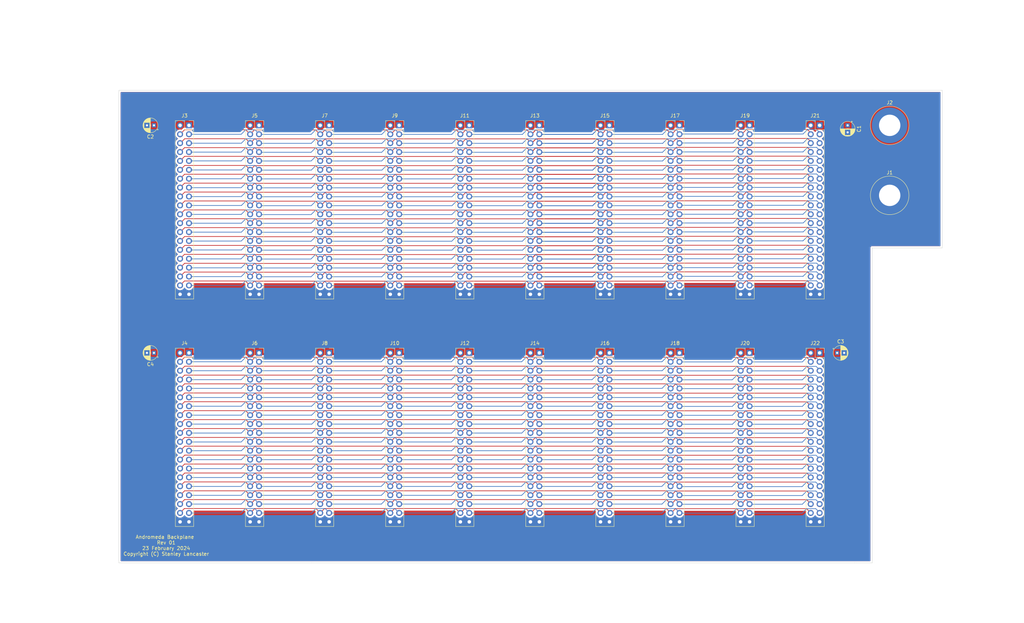
<source format=kicad_pcb>
(kicad_pcb (version 20211014) (generator pcbnew)
  (layers (0 "F.Cu" signal) (31 "B.Cu" signal) (34 "B.Paste" user) (35 "F.Paste" user) (36 "B.SilkS" user "B.Silkscreen") (37 "F.SilkS" user "F.Silkscreen") (38 "B.Mask" user) (39 "F.Mask" user) (44 "Edge.Cuts" user))
  (net 0 "")
  (net 1 "VCC")
  (net 2 "GND")
  (net 3 "/A2")
  (net 4 "/A3")
  (net 5 "/A4")
  (net 6 "/A5")
  (net 7 "/A6")
  (net 8 "/A7")
  (net 9 "/A8")
  (net 10 "/A9")
  (net 11 "/A10")
  (net 12 "/A11")
  (net 13 "/A12")
  (net 14 "/A13")
  (net 15 "/A14")
  (net 16 "/A15")
  (net 17 "/A16")
  (net 18 "/A17")
  (net 19 "/A18")
  (net 20 "/A19")
  (net 21 "/A22")
  (net 22 "/A23")
  (net 23 "/A24")
  (net 24 "/A25")
  (net 25 "/A26")
  (net 26 "/A27")
  (net 27 "/A28")
  (net 28 "/A29")
  (net 29 "/A30")
  (net 30 "/A31")
  (net 31 "/A32")
  (net 32 "/A33")
  (net 33 "/A34")
  (net 34 "/A35")
  (net 35 "/A36")
  (net 36 "/A37")
  (net 37 "/A38")
  (net 38 "/A39")
  (net 39 "/B2")
  (net 40 "/B3")
  (net 41 "/B4")
  (net 42 "/B5")
  (net 43 "/B6")
  (net 44 "/B7")
  (net 45 "/B8")
  (net 46 "/B9")
  (net 47 "/B10")
  (net 48 "/B11")
  (net 49 "/B12")
  (net 50 "/B13")
  (net 51 "/B14")
  (net 52 "/B15")
  (net 53 "/B16")
  (net 54 "/B17")
  (net 55 "/B18")
  (net 56 "/B19")
  (net 57 "/B22")
  (net 58 "/B23")
  (net 59 "/B24")
  (net 60 "/B25")
  (net 61 "/B26")
  (net 62 "/B27")
  (net 63 "/B28")
  (net 64 "/B29")
  (net 65 "/B30")
  (net 66 "/B31")
  (net 67 "/B32")
  (net 68 "/B33")
  (net 69 "/B34")
  (net 70 "/B35")
  (net 71 "/B36")
  (net 72 "/B37")
  (net 73 "/B38")
  (net 74 "/B39")
  (footprint "Connector_PinSocket_2.54mm:PinSocket_2x20_P2.54mm_Vertical" (layer "F.Cu") (at 133.78 154.98)
    (fp_text reference "J4")
    (fp_text value "Conn_02x20_Odd_Even")
  )
  (footprint "Connector_PinSocket_2.54mm:PinSocket_2x20_P2.54mm_Vertical" (layer "F.Cu") (at 153.78 154.98)
    (fp_text reference "J6")
    (fp_text value "Conn_02x20_Odd_Even")
  )
  (footprint "Capacitor_THT:CP_Radial_D4.0mm_P2.00mm" (layer "F.Cu") (at 318.78 154.98)
    (fp_text reference "C3")
    (fp_text value "22uf")
  )
  (footprint "Connector_PinSocket_2.54mm:PinSocket_2x20_P2.54mm_Vertical" (layer "F.Cu") (at 293.78 154.98)
    (fp_text reference "J20")
    (fp_text value "Conn_02x20_Odd_Even")
  )
  (footprint "Connector_PinSocket_2.54mm:PinSocket_2x20_P2.54mm_Vertical" (layer "F.Cu") (at 193.78 89.98)
    (fp_text reference "J9")
    (fp_text value "Conn_02x20_Odd_Even")
  )
  (footprint "Connector_PinSocket_2.54mm:PinSocket_2x20_P2.54mm_Vertical" (layer "F.Cu") (at 293.78 89.98)
    (fp_text reference "J19")
    (fp_text value "Conn_02x20_Odd_Even")
  )
  (footprint "Connector_PinSocket_2.54mm:PinSocket_2x20_P2.54mm_Vertical" (layer "F.Cu") (at 253.78 154.98)
    (fp_text reference "J16")
    (fp_text value "Conn_02x20_Odd_Even")
  )
  (footprint "Connector_PinSocket_2.54mm:PinSocket_2x20_P2.54mm_Vertical" (layer "F.Cu") (at 153.78 89.98)
    (fp_text reference "J5")
    (fp_text value "Conn_02x20_Odd_Even")
  )
  (footprint "Capacitor_THT:CP_Radial_D4.0mm_P2.00mm" (layer "F.Cu") (at 123.78 154.98 180)
    (fp_text reference "C4")
    (fp_text value "22uf")
  )
  (footprint "Connector_PinSocket_2.54mm:PinSocket_2x20_P2.54mm_Vertical" (layer "F.Cu") (at 313.78 89.98)
    (fp_text reference "J21")
    (fp_text value "Conn_02x20_Odd_Even")
  )
  (footprint "Connector_PinSocket_2.54mm:PinSocket_2x20_P2.54mm_Vertical" (layer "F.Cu") (at 233.78 89.98)
    (fp_text reference "J13")
    (fp_text value "Conn_02x20_Odd_Even")
  )
  (footprint "Connector_PinSocket_2.54mm:PinSocket_2x20_P2.54mm_Vertical" (layer "F.Cu") (at 193.78 154.98)
    (fp_text reference "J10")
    (fp_text value "Conn_02x20_Odd_Even")
  )
  (footprint "Connector:Banana_Jack_1Pin" (layer "F.Cu") (at 333.78 89.98)
    (fp_text reference "J2")
    (fp_text value "Conn_01x01_Female")
  )
  (footprint "Connector:Banana_Jack_1Pin" (layer "F.Cu") (at 333.78 109.98)
    (fp_text reference "J1")
    (fp_text value "Conn_01x01_Female")
  )
  (footprint "Capacitor_THT:CP_Radial_D4.0mm_P2.00mm" (layer "F.Cu") (at 123.78 89.98 180)
    (fp_text reference "C2")
    (fp_text value "22uf")
  )
  (footprint "Connector_PinSocket_2.54mm:PinSocket_2x20_P2.54mm_Vertical" (layer "F.Cu") (at 213.78 89.98)
    (fp_text reference "J11")
    (fp_text value "Conn_02x20_Odd_Even")
  )
  (footprint "Connector_PinSocket_2.54mm:PinSocket_2x20_P2.54mm_Vertical" (layer "F.Cu") (at 173.78 89.98)
    (fp_text reference "J7")
    (fp_text value "Conn_02x20_Odd_Even")
  )
  (footprint "Connector_PinSocket_2.54mm:PinSocket_2x20_P2.54mm_Vertical" (layer "F.Cu") (at 213.78 154.98)
    (fp_text reference "J12")
    (fp_text value "Conn_02x20_Odd_Even")
  )
  (footprint "Capacitor_THT:CP_Radial_D4.0mm_P2.00mm" (layer "F.Cu") (at 321.78 89.98 -90)
    (fp_text reference "C1")
    (fp_text value "22uf")
  )
  (footprint "Connector_PinSocket_2.54mm:PinSocket_2x20_P2.54mm_Vertical" (layer "F.Cu") (at 173.78 154.98)
    (fp_text reference "J8")
    (fp_text value "Conn_02x20_Odd_Even")
  )
  (footprint "Connector_PinSocket_2.54mm:PinSocket_2x20_P2.54mm_Vertical" (layer "F.Cu") (at 273.78 89.98)
    (fp_text reference "J17")
    (fp_text value "Conn_02x20_Odd_Even")
  )
  (footprint "Connector_PinSocket_2.54mm:PinSocket_2x20_P2.54mm_Vertical" (layer "F.Cu") (at 313.78 154.98)
    (fp_text reference "J22")
    (fp_text value "Conn_02x20_Odd_Even")
  )
  (footprint "Connector_PinSocket_2.54mm:PinSocket_2x20_P2.54mm_Vertical" (layer "F.Cu") (at 233.78 154.98)
    (fp_text reference "J14")
    (fp_text value "Conn_02x20_Odd_Even")
  )
  (footprint "Connector_PinSocket_2.54mm:PinSocket_2x20_P2.54mm_Vertical" (layer "F.Cu") (at 133.78 89.98)
    (fp_text reference "J3")
    (fp_text value "Conn_02x20_Odd_Even")
  )
  (footprint "Connector_PinSocket_2.54mm:PinSocket_2x20_P2.54mm_Vertical" (layer "F.Cu") (at 253.78 89.98)
    (fp_text reference "J15")
    (fp_text value "Conn_02x20_Odd_Even")
  )
  (footprint "Connector_PinSocket_2.54mm:PinSocket_2x20_P2.54mm_Vertical" (layer "F.Cu") (at 273.78 154.98)
    (fp_text reference "J18")
    (fp_text value "Conn_02x20_Odd_Even")
  )
  (gr_line (start 328.78 79.98) (end 113.78 79.98) (layer "Edge.Cuts") (width 0.1))
  (gr_line (start 348.78 79.98) (end 348.78 124.98) (layer "Edge.Cuts") (width 0.1))
  (gr_line (start 328.78 214.98) (end 328.78 124.98) (layer "Edge.Cuts") (width 0.1))
  (gr_line (start 168.78 214.98) (end 323.78 214.98) (layer "Edge.Cuts") (width 0.1))
  (gr_line (start 328.78 79.98) (end 348.78 79.98) (layer "Edge.Cuts") (width 0.1))
  (gr_line (start 113.78 79.98) (end 113.78 214.98) (layer "Edge.Cuts") (width 0.1))
  (gr_line (start 168.78 214.98) (end 113.78 214.98) (layer "Edge.Cuts") (width 0.1))
  (gr_line (start 323.78 214.98) (end 328.78 214.98) (layer "Edge.Cuts") (width 0.1))
  (gr_line (start 328.78 124.98) (end 348.78 124.98) (layer "Edge.Cuts") (width 0.1))
  (gr_text "Andromeda Backplane \nRev 01\n23 February 2024\nCopyright (C) Stanley Lancaster" (at 127.28 209.98) (layer "F.SilkS") (effects (font (size 1 1))))
  (segment (start 274.035 92.47) (end 274.035 92.56) (width 0.2) (layer "B.Cu") (net 3))
  (segment (start 173.785 92.47) (end 173.785 92.56) (width 0.2) (layer "B.Cu") (net 3))
  (segment (start 193.78 92.52) (end 193.845 92.52) (width 0.25) (layer "B.Cu") (net 3))
  (segment (start 254.035 92.47) (end 254.035 92.56) (width 0.2) (layer "B.Cu") (net 3))
  (segment (start 193.845 92.52) (end 193.885 92.56) (width 0.25) (layer "B.Cu") (net 3))
  (segment (start 234.035 92.56) (end 248.945 92.56) (width 0.2) (layer "B.Cu") (net 3))
  (segment (start 254.035 92.56) (end 268.945 92.56) (width 0.2) (layer "B.Cu") (net 3))
  (segment (start 270.235 91.27) (end 272.835 91.27) (width 0.2) (layer "B.Cu") (net 3))
  (segment (start 193.785 92.47) (end 193.785 92.56) (width 0.2) (layer "B.Cu") (net 3))
  (segment (start 213.885 92.47) (end 213.885 92.56) (width 0.2) (layer "B.Cu") (net 3))
  (segment (start 213.935 92.47) (end 213.935 92.56) (width 0.2) (layer "B.Cu") (net 3))
  (segment (start 272.835 91.27) (end 274.035 92.47) (width 0.2) (layer "B.Cu") (net 3))
  (segment (start 153.78 92.43) (end 153.78 92.52) (width 0.2) (layer "B.Cu") (net 3))
  (segment (start 193.885 92.47) (end 193.885 92.56) (width 0.2) (layer "B.Cu") (net 3))
  (segment (start 190.085 91.27) (end 192.685 91.27) (width 0.2) (layer "B.Cu") (net 3))
  (segment (start 149.98 91.23) (end 152.58 91.23) (width 0.2) (layer "B.Cu") (net 3))
  (segment (start 268.945 92.56) (end 270.235 91.27) (width 0.2) (layer "B.Cu") (net 3))
  (segment (start 248.945 92.56) (end 250.235 91.27) (width 0.2) (layer "B.Cu") (net 3))
  (segment (start 153.73 92.56) (end 168.64 92.56) (width 0.2) (layer "B.Cu") (net 3))
  (segment (start 168.64 92.56) (end 169.93 91.27) (width 0.2) (layer "B.Cu") (net 3))
  (segment (start 148.69 92.52) (end 149.98 91.23) (width 0.2) (layer "B.Cu") (net 3))
  (segment (start 314.135 92.37) (end 314.135 92.46) (width 0.2) (layer "B.Cu") (net 3))
  (segment (start 208.795 92.56) (end 210.085 91.27) (width 0.2) (layer "B.Cu") (net 3))
  (segment (start 152.58 91.23) (end 153.78 92.43) (width 0.2) (layer "B.Cu") (net 3))
  (segment (start 252.835 91.27) (end 254.035 92.47) (width 0.2) (layer "B.Cu") (net 3))
  (segment (start 234.035 92.56) (end 248.945 92.56) (width 0.2) (layer "B.Cu") (net 3))
  (segment (start 212.685 91.27) (end 213.885 92.47) (width 0.2) (layer "B.Cu") (net 3))
  (segment (start 172.53 91.27) (end 173.73 92.47) (width 0.2) (layer "B.Cu") (net 3))
  (segment (start 192.685 91.27) (end 193.885 92.47) (width 0.2) (layer "B.Cu") (net 3))
  (segment (start 292.935 91.17) (end 294.135 92.37) (width 0.2) (layer "B.Cu") (net 3))
  (segment (start 294.035 92.37) (end 294.035 92.46) (width 0.2) (layer "B.Cu") (net 3))
  (segment (start 274.075 92.52) (end 274.135 92.46) (width 0.25) (layer "B.Cu") (net 3))
  (segment (start 228.945 92.56) (end 230.235 91.27) (width 0.2) (layer "B.Cu") (net 3))
  (segment (start 169.93 91.27) (end 172.53 91.27) (width 0.2) (layer "B.Cu") (net 3))
  (segment (start 193.885 92.56) (end 208.795 92.56) (width 0.2) (layer "B.Cu") (net 3))
  (segment (start 248.945 92.56) (end 250.235 91.27) (width 0.2) (layer "B.Cu") (net 3))
  (segment (start 294.135 92.46) (end 309.045 92.46) (width 0.2) (layer "B.Cu") (net 3))
  (segment (start 290.335 91.17) (end 292.935 91.17) (width 0.2) (layer "B.Cu") (net 3))
  (segment (start 133.78 92.52) (end 148.69 92.52) (width 0.2) (layer "B.Cu") (net 3))
  (segment (start 233.935 92.47) (end 233.935 92.56) (width 0.2) (layer "B.Cu") (net 3))
  (segment (start 309.045 92.46) (end 310.335 91.17) (width 0.2) (layer "B.Cu") (net 3))
  (segment (start 294.135 92.37) (end 294.135 92.46) (width 0.2) (layer "B.Cu") (net 3))
  (segment (start 312.935 91.17) (end 314.135 92.37) (width 0.2) (layer "B.Cu") (net 3))
  (segment (start 233.935 92.47) (end 233.935 92.56) (width 0.2) (layer "B.Cu") (net 3))
  (segment (start 274.135 92.46) (end 289.045 92.46) (width 0.2) (layer "B.Cu") (net 3))
  (segment (start 234.035 92.47) (end 234.035 92.56) (width 0.2) (layer "B.Cu") (net 3))
  (segment (start 310.335 91.17) (end 312.935 91.17) (width 0.2) (layer "B.Cu") (net 3))
  (segment (start 188.795 92.56) (end 190.085 91.27) (width 0.2) (layer "B.Cu") (net 3))
  (segment (start 274.035 92.37) (end 274.035 92.46) (width 0.2) (layer "B.Cu") (net 3))
  (segment (start 250.235 91.27) (end 252.835 91.27) (width 0.2) (layer "B.Cu") (net 3))
  (segment (start 250.235 91.27) (end 252.835 91.27) (width 0.2) (layer "B.Cu") (net 3))
  (segment (start 173.885 92.56) (end 188.795 92.56) (width 0.2) (layer "B.Cu") (net 3))
  (segment (start 230.235 91.27) (end 232.835 91.27) (width 0.2) (layer "B.Cu") (net 3))
  (segment (start 173.73 92.47) (end 173.73 92.56) (width 0.2) (layer "B.Cu") (net 3))
  (segment (start 214.035 92.56) (end 228.945 92.56) (width 0.2) (layer "B.Cu") (net 3))
  (segment (start 254.035 92.47) (end 254.035 92.56) (width 0.2) (layer "B.Cu") (net 3))
  (segment (start 252.835 91.27) (end 254.035 92.47) (width 0.2) (layer "B.Cu") (net 3))
  (segment (start 289.045 92.46) (end 290.335 91.17) (width 0.2) (layer "B.Cu") (net 3))
  (segment (start 273.78 92.52) (end 274.075 92.52) (width 0.25) (layer "B.Cu") (net 3))
  (segment (start 210.085 91.27) (end 212.685 91.27) (width 0.2) (layer "B.Cu") (net 3))
  (segment (start 253.935 92.47) (end 253.935 92.56) (width 0.2) (layer "B.Cu") (net 3))
  (segment (start 232.835 91.27) (end 234.035 92.47) (width 0.2) (layer "B.Cu") (net 3))
  (segment (start 168.685 95.12) (end 169.975 93.83) (width 0.2) (layer "B.Cu") (net 4))
  (segment (start 234.08 95.12) (end 248.99 95.12) (width 0.2) (layer "B.Cu") (net 4))
  (segment (start 150.025 93.79) (end 152.625 93.79) (width 0.2) (layer "B.Cu") (net 4))
  (segment (start 214.08 95.12) (end 228.99 95.12) (width 0.2) (layer "B.Cu") (net 4))
  (segment (start 292.98 93.73) (end 294.18 94.93) (width 0.2) (layer "B.Cu") (net 4))
  (segment (start 250.28 93.83) (end 252.88 93.83) (width 0.2) (layer "B.Cu") (net 4))
  (segment (start 273.78 95.06) (end 274.14 95.06) (width 0.25) (layer "B.Cu") (net 4))
  (segment (start 210.13 93.83) (end 212.73 93.83) (width 0.2) (layer "B.Cu") (net 4))
  (segment (start 272.88 93.83) (end 274.08 95.03) (width 0.2) (layer "B.Cu") (net 4))
  (segment (start 169.975 93.83) (end 172.575 93.83) (width 0.2) (layer "B.Cu") (net 4))
  (segment (start 232.88 93.83) (end 234.08 95.03) (width 0.2) (layer "B.Cu") (net 4))
  (segment (start 133.825 95.08) (end 148.735 95.08) (width 0.2) (layer "B.Cu") (net 4))
  (segment (start 208.84 95.12) (end 210.13 93.83) (width 0.2) (layer "B.Cu") (net 4))
  (segment (start 289.09 95.02) (end 290.38 93.73) (width 0.2) (layer "B.Cu") (net 4))
  (segment (start 173.93 95.12) (end 188.84 95.12) (width 0.2) (layer "B.Cu") (net 4))
  (segment (start 270.28 93.83) (end 272.88 93.83) (width 0.2) (layer "B.Cu") (net 4))
  (segment (start 254.08 95.12) (end 268.99 95.12) (width 0.2) (layer "B.Cu") (net 4))
  (segment (start 172.575 93.83) (end 173.775 95.03) (width 0.2) (layer "B.Cu") (net 4))
  (segment (start 153.775 95.12) (end 168.685 95.12) (width 0.2) (layer "B.Cu") (net 4))
  (segment (start 294.18 95.02) (end 309.09 95.02) (width 0.2) (layer "B.Cu") (net 4))
  (segment (start 230.28 93.83) (end 232.88 93.83) (width 0.2) (layer "B.Cu") (net 4))
  (segment (start 252.88 93.83) (end 254.08 95.03) (width 0.2) (layer "B.Cu") (net 4))
  (segment (start 268.99 95.12) (end 270.28 93.83) (width 0.2) (layer "B.Cu") (net 4))
  (segment (start 248.99 95.12) (end 250.28 93.83) (width 0.2) (layer "B.Cu") (net 4))
  (segment (start 290.38 93.73) (end 292.98 93.73) (width 0.2) (layer "B.Cu") (net 4))
  (segment (start 190.13 93.83) (end 192.73 93.83) (width 0.2) (layer "B.Cu") (net 4))
  (segment (start 193.93 95.12) (end 208.84 95.12) (width 0.2) (layer "B.Cu") (net 4))
  (segment (start 152.625 93.79) (end 153.825 94.99) (width 0.2) (layer "B.Cu") (net 4))
  (segment (start 274.14 95.06) (end 274.18 95.02) (width 0.25) (layer "B.Cu") (net 4))
  (segment (start 274.18 95.02) (end 289.09 95.02) (width 0.2) (layer "B.Cu") (net 4))
  (segment (start 309.09 95.02) (end 310.38 93.73) (width 0.2) (layer "B.Cu") (net 4))
  (segment (start 250.28 93.83) (end 252.88 93.83) (width 0.2) (layer "B.Cu") (net 4))
  (segment (start 234.08 95.12) (end 248.99 95.12) (width 0.2) (layer "B.Cu") (net 4))
  (segment (start 252.88 93.83) (end 254.08 95.03) (width 0.2) (layer "B.Cu") (net 4))
  (segment (start 148.735 95.08) (end 150.025 93.79) (width 0.2) (layer "B.Cu") (net 4))
  (segment (start 312.98 93.73) (end 314.18 94.93) (width 0.2) (layer "B.Cu") (net 4))
  (segment (start 212.73 93.83) (end 213.93 95.03) (width 0.2) (layer "B.Cu") (net 4))
  (segment (start 310.38 93.73) (end 312.98 93.73) (width 0.2) (layer "B.Cu") (net 4))
  (segment (start 192.73 93.83) (end 193.93 95.03) (width 0.2) (layer "B.Cu") (net 4))
  (segment (start 228.99 95.12) (end 230.28 93.83) (width 0.2) (layer "B.Cu") (net 4))
  (segment (start 188.84 95.12) (end 190.13 93.83) (width 0.2) (layer "B.Cu") (net 4))
  (segment (start 248.99 95.12) (end 250.28 93.83) (width 0.2) (layer "B.Cu") (net 4))
  (segment (start 153.725 97.67) (end 168.635 97.67) (width 0.2) (layer "B.Cu") (net 5))
  (segment (start 252.83 96.38) (end 254.03 97.58) (width 0.2) (layer "B.Cu") (net 5))
  (segment (start 214.03 97.67) (end 228.94 97.67) (width 0.2) (layer "B.Cu") (net 5))
  (segment (start 289.04 97.57) (end 290.33 96.28) (width 0.2) (layer "B.Cu") (net 5))
  (segment (start 234.03 97.67) (end 248.94 97.67) (width 0.2) (layer "B.Cu") (net 5))
  (segment (start 274.13 97.57) (end 289.04 97.57) (width 0.2) (layer "B.Cu") (net 5))
  (segment (start 192.68 96.38) (end 193.88 97.58) (width 0.2) (layer "B.Cu") (net 5))
  (segment (start 234.03 97.67) (end 248.94 97.67) (width 0.2) (layer "B.Cu") (net 5))
  (segment (start 208.79 97.67) (end 210.08 96.38) (width 0.2) (layer "B.Cu") (net 5))
  (segment (start 312.93 96.28) (end 314.13 97.48) (width 0.2) (layer "B.Cu") (net 5))
  (segment (start 193.88 97.67) (end 208.79 97.67) (width 0.2) (layer "B.Cu") (net 5))
  (segment (start 232.83 96.38) (end 234.03 97.58) (width 0.2) (layer "B.Cu") (net 5))
  (segment (start 310.33 96.28) (end 312.93 96.28) (width 0.2) (layer "B.Cu") (net 5))
  (segment (start 148.685 97.63) (end 149.975 96.34) (width 0.2) (layer "B.Cu") (net 5))
  (segment (start 272.83 96.38) (end 274.03 97.58) (width 0.2) (layer "B.Cu") (net 5))
  (segment (start 212.68 96.38) (end 213.88 97.58) (width 0.2) (layer "B.Cu") (net 5))
  (segment (start 210.08 96.38) (end 212.68 96.38) (width 0.2) (layer "B.Cu") (net 5))
  (segment (start 250.23 96.38) (end 252.83 96.38) (width 0.2) (layer "B.Cu") (net 5))
  (segment (start 169.925 96.38) (end 172.525 96.38) (width 0.2) (layer "B.Cu") (net 5))
  (segment (start 290.33 96.28) (end 292.93 96.28) (width 0.2) (layer "B.Cu") (net 5))
  (segment (start 152.575 96.34) (end 153.775 97.54) (width 0.2) (layer "B.Cu") (net 5))
  (segment (start 254.03 97.67) (end 268.94 97.67) (width 0.2) (layer "B.Cu") (net 5))
  (segment (start 250.23 96.38) (end 252.83 96.38) (width 0.2) (layer "B.Cu") (net 5))
  (segment (start 188.79 97.67) (end 190.08 96.38) (width 0.2) (layer "B.Cu") (net 5))
  (segment (start 173.88 97.67) (end 188.79 97.67) (width 0.2) (layer "B.Cu") (net 5))
  (segment (start 270.23 96.38) (end 272.83 96.38) (width 0.2) (layer "B.Cu") (net 5))
  (segment (start 252.83 96.38) (end 254.03 97.58) (width 0.2) (layer "B.Cu") (net 5))
  (segment (start 230.23 96.38) (end 232.83 96.38) (width 0.2) (layer "B.Cu") (net 5))
  (segment (start 228.94 97.67) (end 230.23 96.38) (width 0.2) (layer "B.Cu") (net 5))
  (segment (start 292.93 96.28) (end 294.13 97.48) (width 0.2) (layer "B.Cu") (net 5))
  (segment (start 248.94 97.67) (end 250.23 96.38) (width 0.2) (layer "B.Cu") (net 5))
  (segment (start 168.635 97.67) (end 169.925 96.38) (width 0.2) (layer "B.Cu") (net 5))
  (segment (start 309.04 97.57) (end 310.33 96.28) (width 0.2) (layer "B.Cu") (net 5))
  (segment (start 172.525 96.38) (end 173.725 97.58) (width 0.2) (layer "B.Cu") (net 5))
  (segment (start 149.975 96.34) (end 152.575 96.34) (width 0.2) (layer "B.Cu") (net 5))
  (segment (start 268.94 97.67) (end 270.23 96.38) (width 0.2) (layer "B.Cu") (net 5))
  (segment (start 294.13 97.57) (end 309.04 97.57) (width 0.2) (layer "B.Cu") (net 5))
  (segment (start 133.775 97.63) (end 148.685 97.63) (width 0.2) (layer "B.Cu") (net 5))
  (segment (start 248.94 97.67) (end 250.23 96.38) (width 0.2) (layer "B.Cu") (net 5))
  (segment (start 190.08 96.38) (end 192.68 96.38) (width 0.2) (layer "B.Cu") (net 5))
  (segment (start 292.93 98.78) (end 294.13 99.98) (width 0.2) (layer "B.Cu") (net 6))
  (segment (start 133.775 100.13) (end 148.685 100.13) (width 0.2) (layer "B.Cu") (net 6))
  (segment (start 188.79 100.17) (end 190.08 98.88) (width 0.2) (layer "B.Cu") (net 6))
  (segment (start 309.04 100.07) (end 310.33 98.78) (width 0.2) (layer "B.Cu") (net 6))
  (segment (start 212.68 98.88) (end 213.88 100.08) (width 0.2) (layer "B.Cu") (net 6))
  (segment (start 254.03 100.17) (end 268.94 100.17) (width 0.2) (layer "B.Cu") (net 6))
  (segment (start 248.94 100.17) (end 250.23 98.88) (width 0.2) (layer "B.Cu") (net 6))
  (segment (start 250.23 98.88) (end 252.83 98.88) (width 0.2) (layer "B.Cu") (net 6))
  (segment (start 270.23 98.88) (end 272.83 98.88) (width 0.2) (layer "B.Cu") (net 6))
  (segment (start 228.94 100.17) (end 230.23 98.88) (width 0.2) (layer "B.Cu") (net 6))
  (segment (start 148.685 100.13) (end 149.975 98.84) (width 0.2) (layer "B.Cu") (net 6))
  (segment (start 310.33 98.78) (end 312.93 98.78) (width 0.2) (layer "B.Cu") (net 6))
  (segment (start 168.635 100.17) (end 169.925 98.88) (width 0.2) (layer "B.Cu") (net 6))
  (segment (start 169.925 98.88) (end 172.525 98.88) (width 0.2) (layer "B.Cu") (net 6))
  (segment (start 192.68 98.88) (end 193.88 100.08) (width 0.2) (layer "B.Cu") (net 6))
  (segment (start 234.03 100.17) (end 248.94 100.17) (width 0.2) (layer "B.Cu") (net 6))
  (segment (start 172.525 98.88) (end 173.725 100.08) (width 0.2) (layer "B.Cu") (net 6))
  (segment (start 248.94 100.17) (end 250.23 98.88) (width 0.2) (layer "B.Cu") (net 6))
  (segment (start 268.94 100.17) (end 270.23 98.88) (width 0.2) (layer "B.Cu") (net 6))
  (segment (start 289.04 100.07) (end 290.33 98.78) (width 0.2) (layer "B.Cu") (net 6))
  (segment (start 250.23 98.88) (end 252.83 98.88) (width 0.2) (layer "B.Cu") (net 6))
  (segment (start 210.08 98.88) (end 212.68 98.88) (width 0.2) (layer "B.Cu") (net 6))
  (segment (start 294.13 100.07) (end 309.04 100.07) (width 0.2) (layer "B.Cu") (net 6))
  (segment (start 252.83 98.88) (end 254.03 100.08) (width 0.2) (layer "B.Cu") (net 6))
  (segment (start 214.03 100.17) (end 228.94 100.17) (width 0.2) (layer "B.Cu") (net 6))
  (segment (start 234.03 100.17) (end 248.94 100.17) (width 0.2) (layer "B.Cu") (net 6))
  (segment (start 208.79 100.17) (end 210.08 98.88) (width 0.2) (layer "B.Cu") (net 6))
  (segment (start 193.88 100.17) (end 208.79 100.17) (width 0.2) (layer "B.Cu") (net 6))
  (segment (start 230.23 98.88) (end 232.83 98.88) (width 0.2) (layer "B.Cu") (net 6))
  (segment (start 190.08 98.88) (end 192.68 98.88) (width 0.2) (layer "B.Cu") (net 6))
  (segment (start 274.13 100.07) (end 289.04 100.07) (width 0.2) (layer "B.Cu") (net 6))
  (segment (start 252.83 98.88) (end 254.03 100.08) (width 0.2) (layer "B.Cu") (net 6))
  (segment (start 149.975 98.84) (end 152.575 98.84) (width 0.2) (layer "B.Cu") (net 6))
  (segment (start 153.725 100.17) (end 168.635 100.17) (width 0.2) (layer "B.Cu") (net 6))
  (segment (start 272.83 98.88) (end 274.03 100.08) (width 0.2) (layer "B.Cu") (net 6))
  (segment (start 152.575 98.84) (end 153.775 100.04) (width 0.2) (layer "B.Cu") (net 6))
  (segment (start 173.88 100.17) (end 188.79 100.17) (width 0.2) (layer "B.Cu") (net 6))
  (segment (start 312.93 98.78) (end 314.13 99.98) (width 0.2) (layer "B.Cu") (net 6))
  (segment (start 232.83 98.88) (end 234.03 100.08) (width 0.2) (layer "B.Cu") (net 6))
  (segment (start 290.33 98.78) (end 292.93 98.78) (width 0.2) (layer "B.Cu") (net 6))
  (segment (start 292.98 101.38) (end 294.18 102.58) (width 0.2) (layer "B.Cu") (net 7))
  (segment (start 228.99 102.77) (end 230.28 101.48) (width 0.2) (layer "B.Cu") (net 7))
  (segment (start 312.98 101.38) (end 314.18 102.58) (width 0.2) (layer "B.Cu") (net 7))
  (segment (start 168.685 102.77) (end 169.975 101.48) (width 0.2) (layer "B.Cu") (net 7))
  (segment (start 172.575 101.48) (end 173.775 102.68) (width 0.2) (layer "B.Cu") (net 7))
  (segment (start 234.08 102.77) (end 248.99 102.77) (width 0.2) (layer "B.Cu") (net 7))
  (segment (start 268.99 102.77) (end 270.28 101.48) (width 0.2) (layer "B.Cu") (net 7))
  (segment (start 310.38 101.38) (end 312.98 101.38) (width 0.2) (layer "B.Cu") (net 7))
  (segment (start 188.84 102.77) (end 190.13 101.48) (width 0.2) (layer "B.Cu") (net 7))
  (segment (start 169.975 101.48) (end 172.575 101.48) (width 0.2) (layer "B.Cu") (net 7))
  (segment (start 193.93 102.77) (end 208.84 102.77) (width 0.2) (layer "B.Cu") (net 7))
  (segment (start 250.28 101.48) (end 252.88 101.48) (width 0.2) (layer "B.Cu") (net 7))
  (segment (start 234.08 102.77) (end 248.99 102.77) (width 0.2) (layer "B.Cu") (net 7))
  (segment (start 270.28 101.48) (end 272.88 101.48) (width 0.2) (layer "B.Cu") (net 7))
  (segment (start 294.18 102.67) (end 309.09 102.67) (width 0.2) (layer "B.Cu") (net 7))
  (segment (start 252.88 101.48) (end 254.08 102.68) (width 0.2) (layer "B.Cu") (net 7))
  (segment (start 248.99 102.77) (end 250.28 101.48) (width 0.2) (layer "B.Cu") (net 7))
  (segment (start 272.88 101.48) (end 274.08 102.68) (width 0.2) (layer "B.Cu") (net 7))
  (segment (start 290.38 101.38) (end 292.98 101.38) (width 0.2) (layer "B.Cu") (net 7))
  (segment (start 230.28 101.48) (end 232.88 101.48) (width 0.2) (layer "B.Cu") (net 7))
  (segment (start 152.625 101.44) (end 153.825 102.64) (width 0.2) (layer "B.Cu") (net 7))
  (segment (start 173.93 102.77) (end 188.84 102.77) (width 0.2) (layer "B.Cu") (net 7))
  (segment (start 274.18 102.67) (end 289.09 102.67) (width 0.2) (layer "B.Cu") (net 7))
  (segment (start 150.025 101.44) (end 152.625 101.44) (width 0.2) (layer "B.Cu") (net 7))
  (segment (start 148.735 102.73) (end 150.025 101.44) (width 0.2) (layer "B.Cu") (net 7))
  (segment (start 232.88 101.48) (end 234.08 102.68) (width 0.2) (layer "B.Cu") (net 7))
  (segment (start 133.825 102.73) (end 148.735 102.73) (width 0.2) (layer "B.Cu") (net 7))
  (segment (start 192.73 101.48) (end 193.93 102.68) (width 0.2) (layer "B.Cu") (net 7))
  (segment (start 212.73 101.48) (end 213.93 102.68) (width 0.2) (layer "B.Cu") (net 7))
  (segment (start 248.99 102.77) (end 250.28 101.48) (width 0.2) (layer "B.Cu") (net 7))
  (segment (start 254.08 102.77) (end 268.99 102.77) (width 0.2) (layer "B.Cu") (net 7))
  (segment (start 214.08 102.77) (end 228.99 102.77) (width 0.2) (layer "B.Cu") (net 7))
  (segment (start 190.13 101.48) (end 192.73 101.48) (width 0.2) (layer "B.Cu") (net 7))
  (segment (start 289.09 102.67) (end 290.38 101.38) (width 0.2) (layer "B.Cu") (net 7))
  (segment (start 250.28 101.48) (end 252.88 101.48) (width 0.2) (layer "B.Cu") (net 7))
  (segment (start 252.88 101.48) (end 254.08 102.68) (width 0.2) (layer "B.Cu") (net 7))
  (segment (start 210.13 101.48) (end 212.73 101.48) (width 0.2) (layer "B.Cu") (net 7))
  (segment (start 208.84 102.77) (end 210.13 101.48) (width 0.2) (layer "B.Cu") (net 7))
  (segment (start 153.775 102.77) (end 168.685 102.77) (width 0.2) (layer "B.Cu") (net 7))
  (segment (start 309.09 102.67) (end 310.38 101.38) (width 0.2) (layer "B.Cu") (net 7))
  (segment (start 272.83 103.98) (end 274.03 105.18) (width 0.2) (layer "B.Cu") (net 8))
  (segment (start 232.83 103.98) (end 234.03 105.18) (width 0.2) (layer "B.Cu") (net 8))
  (segment (start 172.525 103.98) (end 173.725 105.18) (width 0.2) (layer "B.Cu") (net 8))
  (segment (start 252.83 103.98) (end 254.03 105.18) (width 0.2) (layer "B.Cu") (net 8))
  (segment (start 153.725 105.27) (end 168.635 105.27) (width 0.2) (layer "B.Cu") (net 8))
  (segment (start 210.08 103.98) (end 212.68 103.98) (width 0.2) (layer "B.Cu") (net 8))
  (segment (start 250.23 103.98) (end 252.83 103.98) (width 0.2) (layer "B.Cu") (net 8))
  (segment (start 309.04 105.17) (end 310.33 103.88) (width 0.2) (layer "B.Cu") (net 8))
  (segment (start 274.13 105.17) (end 289.04 105.17) (width 0.2) (layer "B.Cu") (net 8))
  (segment (start 248.94 105.27) (end 250.23 103.98) (width 0.2) (layer "B.Cu") (net 8))
  (segment (start 230.23 103.98) (end 232.83 103.98) (width 0.2) (layer "B.Cu") (net 8))
  (segment (start 169.925 103.98) (end 172.525 103.98) (width 0.2) (layer "B.Cu") (net 8))
  (segment (start 133.775 105.23) (end 148.685 105.23) (width 0.2) (layer "B.Cu") (net 8))
  (segment (start 228.94 105.27) (end 230.23 103.98) (width 0.2) (layer "B.Cu") (net 8))
  (segment (start 290.33 103.88) (end 292.93 103.88) (width 0.2) (layer "B.Cu") (net 8))
  (segment (start 173.88 105.27) (end 188.79 105.27) (width 0.2) (layer "B.Cu") (net 8))
  (segment (start 190.08 103.98) (end 192.68 103.98) (width 0.2) (layer "B.Cu") (net 8))
  (segment (start 250.23 103.98) (end 252.83 103.98) (width 0.2) (layer "B.Cu") (net 8))
  (segment (start 212.68 103.98) (end 213.88 105.18) (width 0.2) (layer "B.Cu") (net 8))
  (segment (start 193.88 105.27) (end 208.79 105.27) (width 0.2) (layer "B.Cu") (net 8))
  (segment (start 152.575 103.94) (end 153.775 105.14) (width 0.2) (layer "B.Cu") (net 8))
  (segment (start 149.975 103.94) (end 152.575 103.94) (width 0.2) (layer "B.Cu") (net 8))
  (segment (start 310.33 103.88) (end 312.93 103.88) (width 0.2) (layer "B.Cu") (net 8))
  (segment (start 292.93 103.88) (end 294.13 105.08) (width 0.2) (layer "B.Cu") (net 8))
  (segment (start 208.79 105.27) (end 210.08 103.98) (width 0.2) (layer "B.Cu") (net 8))
  (segment (start 248.94 105.27) (end 250.23 103.98) (width 0.2) (layer "B.Cu") (net 8))
  (segment (start 148.685 105.23) (end 149.975 103.94) (width 0.2) (layer "B.Cu") (net 8))
  (segment (start 234.03 105.27) (end 248.94 105.27) (width 0.2) (layer "B.Cu") (net 8))
  (segment (start 254.03 105.27) (end 268.94 105.27) (width 0.2) (layer "B.Cu") (net 8))
  (segment (start 252.83 103.98) (end 254.03 105.18) (width 0.2) (layer "B.Cu") (net 8))
  (segment (start 188.79 105.27) (end 190.08 103.98) (width 0.2) (layer "B.Cu") (net 8))
  (segment (start 270.23 103.98) (end 272.83 103.98) (width 0.2) (layer "B.Cu") (net 8))
  (segment (start 168.635 105.27) (end 169.925 103.98) (width 0.2) (layer "B.Cu") (net 8))
  (segment (start 192.68 103.98) (end 193.88 105.18) (width 0.2) (layer "B.Cu") (net 8))
  (segment (start 214.03 105.27) (end 228.94 105.27) (width 0.2) (layer "B.Cu") (net 8))
  (segment (start 312.93 103.88) (end 314.13 105.08) (width 0.2) (layer "B.Cu") (net 8))
  (segment (start 294.13 105.17) (end 309.04 105.17) (width 0.2) (layer "B.Cu") (net 8))
  (segment (start 289.04 105.17) (end 290.33 103.88) (width 0.2) (layer "B.Cu") (net 8))
  (segment (start 234.03 105.27) (end 248.94 105.27) (width 0.2) (layer "B.Cu") (net 8))
  (segment (start 268.94 105.27) (end 270.23 103.98) (width 0.2) (layer "B.Cu") (net 8))
  (segment (start 272.83 106.53) (end 274.03 107.73) (width 0.2) (layer "B.Cu") (net 9))
  (segment (start 310.33 106.43) (end 312.93 106.43) (width 0.2) (layer "B.Cu") (net 9))
  (segment (start 292.93 106.43) (end 294.13 107.63) (width 0.2) (layer "B.Cu") (net 9))
  (segment (start 212.68 106.53) (end 213.88 107.73) (width 0.2) (layer "B.Cu") (net 9))
  (segment (start 274.13 107.72) (end 289.04 107.72) (width 0.2) (layer "B.Cu") (net 9))
  (segment (start 133.775 107.78) (end 148.685 107.78) (width 0.2) (layer "B.Cu") (net 9))
  (segment (start 172.525 106.53) (end 173.725 107.73) (width 0.2) (layer "B.Cu") (net 9))
  (segment (start 312.93 106.43) (end 314.13 107.63) (width 0.2) (layer "B.Cu") (net 9))
  (segment (start 208.79 107.82) (end 210.08 106.53) (width 0.2) (layer "B.Cu") (net 9))
  (segment (start 268.94 107.82) (end 270.23 106.53) (width 0.2) (layer "B.Cu") (net 9))
  (segment (start 234.03 107.82) (end 248.94 107.82) (width 0.2) (layer "B.Cu") (net 9))
  (segment (start 153.725 107.82) (end 168.635 107.82) (width 0.2) (layer "B.Cu") (net 9))
  (segment (start 254.03 107.82) (end 268.94 107.82) (width 0.2) (layer "B.Cu") (net 9))
  (segment (start 290.33 106.43) (end 292.93 106.43) (width 0.2) (layer "B.Cu") (net 9))
  (segment (start 148.685 107.78) (end 149.975 106.49) (width 0.2) (layer "B.Cu") (net 9))
  (segment (start 173.88 107.82) (end 188.79 107.82) (width 0.2) (layer "B.Cu") (net 9))
  (segment (start 234.03 107.82) (end 248.94 107.82) (width 0.2) (layer "B.Cu") (net 9))
  (segment (start 248.94 107.82) (end 250.23 106.53) (width 0.2) (layer "B.Cu") (net 9))
  (segment (start 252.83 106.53) (end 254.03 107.73) (width 0.2) (layer "B.Cu") (net 9))
  (segment (start 294.13 107.72) (end 309.04 107.72) (width 0.2) (layer "B.Cu") (net 9))
  (segment (start 193.88 107.82) (end 208.79 107.82) (width 0.2) (layer "B.Cu") (net 9))
  (segment (start 210.08 106.53) (end 212.68 106.53) (width 0.2) (layer "B.Cu") (net 9))
  (segment (start 252.83 106.53) (end 254.03 107.73) (width 0.2) (layer "B.Cu") (net 9))
  (segment (start 230.23 106.53) (end 232.83 106.53) (width 0.2) (layer "B.Cu") (net 9))
  (segment (start 289.04 107.72) (end 290.33 106.43) (width 0.2) (layer "B.Cu") (net 9))
  (segment (start 192.68 106.53) (end 193.88 107.73) (width 0.2) (layer "B.Cu") (net 9))
  (segment (start 149.975 106.49) (end 152.575 106.49) (width 0.2) (layer "B.Cu") (net 9))
  (segment (start 152.575 106.49) (end 153.775 107.69) (width 0.2) (layer "B.Cu") (net 9))
  (segment (start 232.83 106.53) (end 234.03 107.73) (width 0.2) (layer "B.Cu") (net 9))
  (segment (start 188.79 107.82) (end 190.08 106.53) (width 0.2) (layer "B.Cu") (net 9))
  (segment (start 248.94 107.82) (end 250.23 106.53) (width 0.2) (layer "B.Cu") (net 9))
  (segment (start 309.04 107.72) (end 310.33 106.43) (width 0.2) (layer "B.Cu") (net 9))
  (segment (start 250.23 106.53) (end 252.83 106.53) (width 0.2) (layer "B.Cu") (net 9))
  (segment (start 168.635 107.82) (end 169.925 106.53) (width 0.2) (layer "B.Cu") (net 9))
  (segment (start 214.03 107.82) (end 228.94 107.82) (width 0.2) (layer "B.Cu") (net 9))
  (segment (start 250.23 106.53) (end 252.83 106.53) (width 0.2) (layer "B.Cu") (net 9))
  (segment (start 270.23 106.53) (end 272.83 106.53) (width 0.2) (layer "B.Cu") (net 9))
  (segment (start 228.94 107.82) (end 230.23 106.53) (width 0.2) (layer "B.Cu") (net 9))
  (segment (start 190.08 106.53) (end 192.68 106.53) (width 0.2) (layer "B.Cu") (net 9))
  (segment (start 169.925 106.53) (end 172.525 106.53) (width 0.2) (layer "B.Cu") (net 9))
  (segment (start 153.775 110.37) (end 168.685 110.37) (width 0.2) (layer "B.Cu") (net 10))
  (segment (start 192.73 109.08) (end 193.93 110.28) (width 0.2) (layer "B.Cu") (net 10))
  (segment (start 230.28 109.08) (end 232.88 109.08) (width 0.2) (layer "B.Cu") (net 10))
  (segment (start 309.09 110.27) (end 310.38 108.98) (width 0.2) (layer "B.Cu") (net 10))
  (segment (start 188.84 110.37) (end 190.13 109.08) (width 0.2) (layer "B.Cu") (net 10))
  (segment (start 310.38 108.98) (end 312.98 108.98) (width 0.2) (layer "B.Cu") (net 10))
  (segment (start 272.88 109.08) (end 274.08 110.28) (width 0.2) (layer "B.Cu") (net 10))
  (segment (start 252.88 109.08) (end 254.08 110.28) (width 0.2) (layer "B.Cu") (net 10))
  (segment (start 290.38 108.98) (end 292.98 108.98) (width 0.2) (layer "B.Cu") (net 10))
  (segment (start 228.99 110.37) (end 230.28 109.08) (width 0.2) (layer "B.Cu") (net 10))
  (segment (start 234.08 110.37) (end 248.99 110.37) (width 0.2) (layer "B.Cu") (net 10))
  (segment (start 250.28 109.08) (end 252.88 109.08) (width 0.2) (layer "B.Cu") (net 10))
  (segment (start 289.09 110.27) (end 290.38 108.98) (width 0.2) (layer "B.Cu") (net 10))
  (segment (start 148.735 110.33) (end 150.025 109.04) (width 0.2) (layer "B.Cu") (net 10))
  (segment (start 270.28 109.08) (end 272.88 109.08) (width 0.2) (layer "B.Cu") (net 10))
  (segment (start 193.93 110.37) (end 208.84 110.37) (width 0.2) (layer "B.Cu") (net 10))
  (segment (start 250.28 109.08) (end 252.88 109.08) (width 0.2) (layer "B.Cu") (net 10))
  (segment (start 248.99 110.37) (end 250.28 109.08) (width 0.2) (layer "B.Cu") (net 10))
  (segment (start 312.98 108.98) (end 314.18 110.18) (width 0.2) (layer "B.Cu") (net 10))
  (segment (start 214.08 110.37) (end 228.99 110.37) (width 0.2) (layer "B.Cu") (net 10))
  (segment (start 133.825 110.33) (end 148.735 110.33) (width 0.2) (layer "B.Cu") (net 10))
  (segment (start 168.685 110.37) (end 169.975 109.08) (width 0.2) (layer "B.Cu") (net 10))
  (segment (start 234.08 110.37) (end 248.99 110.37) (width 0.2) (layer "B.Cu") (net 10))
  (segment (start 172.575 109.08) (end 173.775 110.28) (width 0.2) (layer "B.Cu") (net 10))
  (segment (start 248.99 110.37) (end 250.28 109.08) (width 0.2) (layer "B.Cu") (net 10))
  (segment (start 150.025 109.04) (end 152.625 109.04) (width 0.2) (layer "B.Cu") (net 10))
  (segment (start 208.84 110.37) (end 210.13 109.08) (width 0.2) (layer "B.Cu") (net 10))
  (segment (start 210.13 109.08) (end 212.73 109.08) (width 0.2) (layer "B.Cu") (net 10))
  (segment (start 212.73 109.08) (end 213.93 110.28) (width 0.2) (layer "B.Cu") (net 10))
  (segment (start 294.18 110.27) (end 309.09 110.27) (width 0.2) (layer "B.Cu") (net 10))
  (segment (start 173.93 110.37) (end 188.84 110.37) (width 0.2) (layer "B.Cu") (net 10))
  (segment (start 268.99 110.37) (end 270.28 109.08) (width 0.2) (layer "B.Cu") (net 10))
  (segment (start 232.88 109.08) (end 234.08 110.28) (width 0.2) (layer "B.Cu") (net 10))
  (segment (start 252.88 109.08) (end 254.08 110.28) (width 0.2) (layer "B.Cu") (net 10))
  (segment (start 254.08 110.37) (end 268.99 110.37) (width 0.2) (layer "B.Cu") (net 10))
  (segment (start 152.625 109.04) (end 153.825 110.24) (width 0.2) (layer "B.Cu") (net 10))
  (segment (start 292.98 108.98) (end 294.18 110.18) (width 0.2) (layer "B.Cu") (net 10))
  (segment (start 190.13 109.08) (end 192.73 109.08) (width 0.2) (layer "B.Cu") (net 10))
  (segment (start 274.18 110.27) (end 289.09 110.27) (width 0.2) (layer "B.Cu") (net 10))
  (segment (start 169.975 109.08) (end 172.575 109.08) (width 0.2) (layer "B.Cu") (net 10))
  (segment (start 214.08 112.92) (end 228.99 112.92) (width 0.2) (layer "B.Cu") (net 11))
  (segment (start 208.84 112.92) (end 210.13 111.63) (width 0.2) (layer "B.Cu") (net 11))
  (segment (start 254.08 112.92) (end 268.99 112.92) (width 0.2) (layer "B.Cu") (net 11))
  (segment (start 248.99 112.92) (end 250.28 111.63) (width 0.2) (layer "B.Cu") (net 11))
  (segment (start 274.18 112.82) (end 289.09 112.82) (width 0.2) (layer "B.Cu") (net 11))
  (segment (start 234.08 112.92) (end 248.99 112.92) (width 0.2) (layer "B.Cu") (net 11))
  (segment (start 133.825 112.88) (end 148.735 112.88) (width 0.2) (layer "B.Cu") (net 11))
  (segment (start 232.88 111.63) (end 234.08 112.83) (width 0.2) (layer "B.Cu") (net 11))
  (segment (start 173.93 112.92) (end 188.84 112.92) (width 0.2) (layer "B.Cu") (net 11))
  (segment (start 192.73 111.63) (end 193.93 112.83) (width 0.2) (layer "B.Cu") (net 11))
  (segment (start 210.13 111.63) (end 212.73 111.63) (width 0.2) (layer "B.Cu") (net 11))
  (segment (start 234.08 112.92) (end 248.99 112.92) (width 0.2) (layer "B.Cu") (net 11))
  (segment (start 252.88 111.63) (end 254.08 112.83) (width 0.2) (layer "B.Cu") (net 11))
  (segment (start 290.38 111.53) (end 292.98 111.53) (width 0.2) (layer "B.Cu") (net 11))
  (segment (start 193.93 112.92) (end 208.84 112.92) (width 0.2) (layer "B.Cu") (net 11))
  (segment (start 268.99 112.92) (end 270.28 111.63) (width 0.2) (layer "B.Cu") (net 11))
  (segment (start 152.625 111.59) (end 153.825 112.79) (width 0.2) (layer "B.Cu") (net 11))
  (segment (start 168.685 112.92) (end 169.975 111.63) (width 0.2) (layer "B.Cu") (net 11))
  (segment (start 212.73 111.63) (end 213.93 112.83) (width 0.2) (layer "B.Cu") (net 11))
  (segment (start 153.775 112.92) (end 168.685 112.92) (width 0.2) (layer "B.Cu") (net 11))
  (segment (start 309.09 112.82) (end 310.38 111.53) (width 0.2) (layer "B.Cu") (net 11))
  (segment (start 148.735 112.88) (end 150.025 111.59) (width 0.2) (layer "B.Cu") (net 11))
  (segment (start 272.88 111.63) (end 274.08 112.83) (width 0.2) (layer "B.Cu") (net 11))
  (segment (start 310.38 111.53) (end 312.98 111.53) (width 0.2) (layer "B.Cu") (net 11))
  (segment (start 248.99 112.92) (end 250.28 111.63) (width 0.2) (layer "B.Cu") (net 11))
  (segment (start 172.575 111.63) (end 173.775 112.83) (width 0.2) (layer "B.Cu") (net 11))
  (segment (start 230.28 111.63) (end 232.88 111.63) (width 0.2) (layer "B.Cu") (net 11))
  (segment (start 292.98 111.53) (end 294.18 112.73) (width 0.2) (layer "B.Cu") (net 11))
  (segment (start 250.28 111.63) (end 252.88 111.63) (width 0.2) (layer "B.Cu") (net 11))
  (segment (start 252.88 111.63) (end 254.08 112.83) (width 0.2) (layer "B.Cu") (net 11))
  (segment (start 289.09 112.82) (end 290.38 111.53) (width 0.2) (layer "B.Cu") (net 11))
  (segment (start 312.98 111.53) (end 314.18 112.73) (width 0.2) (layer "B.Cu") (net 11))
  (segment (start 270.28 111.63) (end 272.88 111.63) (width 0.2) (layer "B.Cu") (net 11))
  (segment (start 190.13 111.63) (end 192.73 111.63) (width 0.2) (layer "B.Cu") (net 11))
  (segment (start 294.18 112.82) (end 309.09 112.82) (width 0.2) (layer "B.Cu") (net 11))
  (segment (start 169.975 111.63) (end 172.575 111.63) (width 0.2) (layer "B.Cu") (net 11))
  (segment (start 150.025 111.59) (end 152.625 111.59) (width 0.2) (layer "B.Cu") (net 11))
  (segment (start 250.28 111.63) (end 252.88 111.63) (width 0.2) (layer "B.Cu") (net 11))
  (segment (start 228.99 112.92) (end 230.28 111.63) (width 0.2) (layer "B.Cu") (net 11))
  (segment (start 188.84 112.92) (end 190.13 111.63) (width 0.2) (layer "B.Cu") (net 11))
  (segment (start 230.23 114.18) (end 232.83 114.18) (width 0.2) (layer "B.Cu") (net 12))
  (segment (start 192.68 114.18) (end 193.88 115.38) (width 0.2) (layer "B.Cu") (net 12))
  (segment (start 228.94 115.47) (end 230.23 114.18) (width 0.2) (layer "B.Cu") (net 12))
  (segment (start 190.08 114.18) (end 192.68 114.18) (width 0.2) (layer "B.Cu") (net 12))
  (segment (start 309.04 115.37) (end 310.33 114.08) (width 0.2) (layer "B.Cu") (net 12))
  (segment (start 172.525 114.18) (end 173.725 115.38) (width 0.2) (layer "B.Cu") (net 12))
  (segment (start 252.83 114.18) (end 254.03 115.38) (width 0.2) (layer "B.Cu") (net 12))
  (segment (start 248.94 115.47) (end 250.23 114.18) (width 0.2) (layer "B.Cu") (net 12))
  (segment (start 268.94 115.47) (end 270.23 114.18) (width 0.2) (layer "B.Cu") (net 12))
  (segment (start 210.08 114.18) (end 212.68 114.18) (width 0.2) (layer "B.Cu") (net 12))
  (segment (start 169.925 114.18) (end 172.525 114.18) (width 0.2) (layer "B.Cu") (net 12))
  (segment (start 310.33 114.08) (end 312.93 114.08) (width 0.2) (layer "B.Cu") (net 12))
  (segment (start 292.93 114.08) (end 294.13 115.28) (width 0.2) (layer "B.Cu") (net 12))
  (segment (start 312.93 114.08) (end 314.13 115.28) (width 0.2) (layer "B.Cu") (net 12))
  (segment (start 272.83 114.18) (end 274.03 115.38) (width 0.2) (layer "B.Cu") (net 12))
  (segment (start 250.23 114.18) (end 252.83 114.18) (width 0.2) (layer "B.Cu") (net 12))
  (segment (start 248.94 115.47) (end 250.23 114.18) (width 0.2) (layer "B.Cu") (net 12))
  (segment (start 252.83 114.18) (end 254.03 115.38) (width 0.2) (layer "B.Cu") (net 12))
  (segment (start 214.03 115.47) (end 228.94 115.47) (width 0.2) (layer "B.Cu") (net 12))
  (segment (start 254.03 115.47) (end 268.94 115.47) (width 0.2) (layer "B.Cu") (net 12))
  (segment (start 212.68 114.18) (end 213.88 115.38) (width 0.2) (layer "B.Cu") (net 12))
  (segment (start 152.575 114.14) (end 153.775 115.34) (width 0.2) (layer "B.Cu") (net 12))
  (segment (start 148.685 115.43) (end 149.975 114.14) (width 0.2) (layer "B.Cu") (net 12))
  (segment (start 250.23 114.18) (end 252.83 114.18) (width 0.2) (layer "B.Cu") (net 12))
  (segment (start 168.635 115.47) (end 169.925 114.18) (width 0.2) (layer "B.Cu") (net 12))
  (segment (start 208.79 115.47) (end 210.08 114.18) (width 0.2) (layer "B.Cu") (net 12))
  (segment (start 153.725 115.47) (end 168.635 115.47) (width 0.2) (layer "B.Cu") (net 12))
  (segment (start 188.79 115.47) (end 190.08 114.18) (width 0.2) (layer "B.Cu") (net 12))
  (segment (start 193.88 115.47) (end 208.79 115.47) (width 0.2) (layer "B.Cu") (net 12))
  (segment (start 173.88 115.47) (end 188.79 115.47) (width 0.2) (layer "B.Cu") (net 12))
  (segment (start 234.03 115.47) (end 248.94 115.47) (width 0.2) (layer "B.Cu") (net 12))
  (segment (start 294.13 115.37) (end 309.04 115.37) (width 0.2) (layer "B.Cu") (net 12))
  (segment (start 289.04 115.37) (end 290.33 114.08) (width 0.2) (layer "B.Cu") (net 12))
  (segment (start 133.775 115.43) (end 148.685 115.43) (width 0.2) (layer "B.Cu") (net 12))
  (segment (start 290.33 114.08) (end 292.93 114.08) (width 0.2) (layer "B.Cu") (net 12))
  (segment (start 234.03 115.47) (end 248.94 115.47) (width 0.2) (layer "B.Cu") (net 12))
  (segment (start 149.975 114.14) (end 152.575 114.14) (width 0.2) (layer "B.Cu") (net 12))
  (segment (start 274.13 115.37) (end 289.04 115.37) (width 0.2) (layer "B.Cu") (net 12))
  (segment (start 232.83 114.18) (end 234.03 115.38) (width 0.2) (layer "B.Cu") (net 12))
  (segment (start 270.23 114.18) (end 272.83 114.18) (width 0.2) (layer "B.Cu") (net 12))
  (segment (start 289.09 117.87) (end 290.38 116.58) (width 0.2) (layer "B.Cu") (net 13))
  (segment (start 270.28 116.68) (end 272.88 116.68) (width 0.2) (layer "B.Cu") (net 13))
  (segment (start 234.08 117.97) (end 248.99 117.97) (width 0.2) (layer "B.Cu") (net 13))
  (segment (start 173.93 117.97) (end 188.84 117.97) (width 0.2) (layer "B.Cu") (net 13))
  (segment (start 228.99 117.97) (end 230.28 116.68) (width 0.2) (layer "B.Cu") (net 13))
  (segment (start 133.825 117.93) (end 148.735 117.93) (width 0.2) (layer "B.Cu") (net 13))
  (segment (start 292.98 116.58) (end 294.18 117.78) (width 0.2) (layer "B.Cu") (net 13))
  (segment (start 272.88 116.68) (end 274.08 117.88) (width 0.2) (layer "B.Cu") (net 13))
  (segment (start 250.28 116.68) (end 252.88 116.68) (width 0.2) (layer "B.Cu") (net 13))
  (segment (start 248.99 117.97) (end 250.28 116.68) (width 0.2) (layer "B.Cu") (net 13))
  (segment (start 172.575 116.68) (end 173.775 117.88) (width 0.2) (layer "B.Cu") (net 13))
  (segment (start 169.975 116.68) (end 172.575 116.68) (width 0.2) (layer "B.Cu") (net 13))
  (segment (start 193.93 117.97) (end 208.84 117.97) (width 0.2) (layer "B.Cu") (net 13))
  (segment (start 250.28 116.68) (end 252.88 116.68) (width 0.2) (layer "B.Cu") (net 13))
  (segment (start 208.84 117.97) (end 210.13 116.68) (width 0.2) (layer "B.Cu") (net 13))
  (segment (start 192.73 116.68) (end 193.93 117.88) (width 0.2) (layer "B.Cu") (net 13))
  (segment (start 212.73 116.68) (end 213.93 117.88) (width 0.2) (layer "B.Cu") (net 13))
  (segment (start 268.99 117.97) (end 270.28 116.68) (width 0.2) (layer "B.Cu") (net 13))
  (segment (start 274.18 117.87) (end 289.09 117.87) (width 0.2) (layer "B.Cu") (net 13))
  (segment (start 310.38 116.58) (end 312.98 116.58) (width 0.2) (layer "B.Cu") (net 13))
  (segment (start 254.08 117.97) (end 268.99 117.97) (width 0.2) (layer "B.Cu") (net 13))
  (segment (start 153.775 117.97) (end 168.685 117.97) (width 0.2) (layer "B.Cu") (net 13))
  (segment (start 150.025 116.64) (end 152.625 116.64) (width 0.2) (layer "B.Cu") (net 13))
  (segment (start 234.08 117.97) (end 248.99 117.97) (width 0.2) (layer "B.Cu") (net 13))
  (segment (start 214.08 117.97) (end 228.99 117.97) (width 0.2) (layer "B.Cu") (net 13))
  (segment (start 312.98 116.58) (end 314.18 117.78) (width 0.2) (layer "B.Cu") (net 13))
  (segment (start 252.88 116.68) (end 254.08 117.88) (width 0.2) (layer "B.Cu") (net 13))
  (segment (start 248.99 117.97) (end 250.28 116.68) (width 0.2) (layer "B.Cu") (net 13))
  (segment (start 252.88 116.68) (end 254.08 117.88) (width 0.2) (layer "B.Cu") (net 13))
  (segment (start 190.13 116.68) (end 192.73 116.68) (width 0.2) (layer "B.Cu") (net 13))
  (segment (start 148.735 117.93) (end 150.025 116.64) (width 0.2) (layer "B.Cu") (net 13))
  (segment (start 188.84 117.97) (end 190.13 116.68) (width 0.2) (layer "B.Cu") (net 13))
  (segment (start 294.18 117.87) (end 309.09 117.87) (width 0.2) (layer "B.Cu") (net 13))
  (segment (start 152.625 116.64) (end 153.825 117.84) (width 0.2) (layer "B.Cu") (net 13))
  (segment (start 290.38 116.58) (end 292.98 116.58) (width 0.2) (layer "B.Cu") (net 13))
  (segment (start 309.09 117.87) (end 310.38 116.58) (width 0.2) (layer "B.Cu") (net 13))
  (segment (start 230.28 116.68) (end 232.88 116.68) (width 0.2) (layer "B.Cu") (net 13))
  (segment (start 210.13 116.68) (end 212.73 116.68) (width 0.2) (layer "B.Cu") (net 13))
  (segment (start 168.685 117.97) (end 169.975 116.68) (width 0.2) (layer "B.Cu") (net 13))
  (segment (start 232.88 116.68) (end 234.08 117.88) (width 0.2) (layer "B.Cu") (net 13))
  (segment (start 252.88 119.23) (end 254.08 120.43) (width 0.2) (layer "B.Cu") (net 14))
  (segment (start 234.08 120.52) (end 248.99 120.52) (width 0.2) (layer "B.Cu") (net 14))
  (segment (start 294.18 120.42) (end 309.09 120.42) (width 0.2) (layer "B.Cu") (net 14))
  (segment (start 272.88 119.23) (end 274.08 120.43) (width 0.2) (layer "B.Cu") (net 14))
  (segment (start 150.025 119.19) (end 152.625 119.19) (width 0.2) (layer "B.Cu") (net 14))
  (segment (start 133.825 120.48) (end 148.735 120.48) (width 0.2) (layer "B.Cu") (net 14))
  (segment (start 274.18 120.42) (end 289.09 120.42) (width 0.2) (layer "B.Cu") (net 14))
  (segment (start 152.625 119.19) (end 153.825 120.39) (width 0.2) (layer "B.Cu") (net 14))
  (segment (start 252.88 119.23) (end 254.08 120.43) (width 0.2) (layer "B.Cu") (net 14))
  (segment (start 248.99 120.52) (end 250.28 119.23) (width 0.2) (layer "B.Cu") (net 14))
  (segment (start 210.13 119.23) (end 212.73 119.23) (width 0.2) (layer "B.Cu") (net 14))
  (segment (start 268.99 120.52) (end 270.28 119.23) (width 0.2) (layer "B.Cu") (net 14))
  (segment (start 292.98 119.13) (end 294.18 120.33) (width 0.2) (layer "B.Cu") (net 14))
  (segment (start 270.28 119.23) (end 272.88 119.23) (width 0.2) (layer "B.Cu") (net 14))
  (segment (start 232.88 119.23) (end 234.08 120.43) (width 0.2) (layer "B.Cu") (net 14))
  (segment (start 169.975 119.23) (end 172.575 119.23) (width 0.2) (layer "B.Cu") (net 14))
  (segment (start 190.13 119.23) (end 192.73 119.23) (width 0.2) (layer "B.Cu") (net 14))
  (segment (start 228.99 120.52) (end 230.28 119.23) (width 0.2) (layer "B.Cu") (net 14))
  (segment (start 193.93 120.52) (end 208.84 120.52) (width 0.2) (layer "B.Cu") (net 14))
  (segment (start 148.735 120.48) (end 150.025 119.19) (width 0.2) (layer "B.Cu") (net 14))
  (segment (start 230.28 119.23) (end 232.88 119.23) (width 0.2) (layer "B.Cu") (net 14))
  (segment (start 250.28 119.23) (end 252.88 119.23) (width 0.2) (layer "B.Cu") (net 14))
  (segment (start 254.08 120.52) (end 268.99 120.52) (width 0.2) (layer "B.Cu") (net 14))
  (segment (start 212.73 119.23) (end 213.93 120.43) (width 0.2) (layer "B.Cu") (net 14))
  (segment (start 310.38 119.13) (end 312.98 119.13) (width 0.2) (layer "B.Cu") (net 14))
  (segment (start 188.84 120.52) (end 190.13 119.23) (width 0.2) (layer "B.Cu") (net 14))
  (segment (start 234.08 120.52) (end 248.99 120.52) (width 0.2) (layer "B.Cu") (net 14))
  (segment (start 192.73 119.23) (end 193.93 120.43) (width 0.2) (layer "B.Cu") (net 14))
  (segment (start 312.98 119.13) (end 314.18 120.33) (width 0.2) (layer "B.Cu") (net 14))
  (segment (start 290.38 119.13) (end 292.98 119.13) (width 0.2) (layer "B.Cu") (net 14))
  (segment (start 309.09 120.42) (end 310.38 119.13) (width 0.2) (layer "B.Cu") (net 14))
  (segment (start 172.575 119.23) (end 173.775 120.43) (width 0.2) (layer "B.Cu") (net 14))
  (segment (start 289.09 120.42) (end 290.38 119.13) (width 0.2) (layer "B.Cu") (net 14))
  (segment (start 168.685 120.52) (end 169.975 119.23) (width 0.2) (layer "B.Cu") (net 14))
  (segment (start 250.28 119.23) (end 252.88 119.23) (width 0.2) (layer "B.Cu") (net 14))
  (segment (start 248.99 120.52) (end 250.28 119.23) (width 0.2) (layer "B.Cu") (net 14))
  (segment (start 173.93 120.52) (end 188.84 120.52) (width 0.2) (layer "B.Cu") (net 14))
  (segment (start 208.84 120.52) (end 210.13 119.23) (width 0.2) (layer "B.Cu") (net 14))
  (segment (start 214.08 120.52) (end 228.99 120.52) (width 0.2) (layer "B.Cu") (net 14))
  (segment (start 153.775 120.52) (end 168.685 120.52) (width 0.2) (layer "B.Cu") (net 14))
  (segment (start 289.04 122.97) (end 290.33 121.68) (width 0.2) (layer "B.Cu") (net 15))
  (segment (start 188.79 123.07) (end 190.08 121.78) (width 0.2) (layer "B.Cu") (net 15))
  (segment (start 169.925 121.78) (end 172.525 121.78) (width 0.2) (layer "B.Cu") (net 15))
  (segment (start 173.88 123.07) (end 188.79 123.07) (width 0.2) (layer "B.Cu") (net 15))
  (segment (start 250.23 121.78) (end 252.83 121.78) (width 0.2) (layer "B.Cu") (net 15))
  (segment (start 172.525 121.78) (end 173.725 122.98) (width 0.2) (layer "B.Cu") (net 15))
  (segment (start 228.94 123.07) (end 230.23 121.78) (width 0.2) (layer "B.Cu") (net 15))
  (segment (start 248.94 123.07) (end 250.23 121.78) (width 0.2) (layer "B.Cu") (net 15))
  (segment (start 254.03 123.07) (end 268.94 123.07) (width 0.2) (layer "B.Cu") (net 15))
  (segment (start 168.635 123.07) (end 169.925 121.78) (width 0.2) (layer "B.Cu") (net 15))
  (segment (start 133.775 123.03) (end 148.685 123.03) (width 0.2) (layer "B.Cu") (net 15))
  (segment (start 149.975 121.74) (end 152.575 121.74) (width 0.2) (layer "B.Cu") (net 15))
  (segment (start 148.685 123.03) (end 149.975 121.74) (width 0.2) (layer "B.Cu") (net 15))
  (segment (start 208.79 123.07) (end 210.08 121.78) (width 0.2) (layer "B.Cu") (net 15))
  (segment (start 152.575 121.74) (end 153.775 122.94) (width 0.2) (layer "B.Cu") (net 15))
  (segment (start 272.83 121.78) (end 274.03 122.98) (width 0.2) (layer "B.Cu") (net 15))
  (segment (start 190.08 121.78) (end 192.68 121.78) (width 0.2) (layer "B.Cu") (net 15))
  (segment (start 252.83 121.78) (end 254.03 122.98) (width 0.2) (layer "B.Cu") (net 15))
  (segment (start 248.94 123.07) (end 250.23 121.78) (width 0.2) (layer "B.Cu") (net 15))
  (segment (start 312.93 121.68) (end 314.13 122.88) (width 0.2) (layer "B.Cu") (net 15))
  (segment (start 210.08 121.78) (end 212.68 121.78) (width 0.2) (layer "B.Cu") (net 15))
  (segment (start 290.33 121.68) (end 292.93 121.68) (width 0.2) (layer "B.Cu") (net 15))
  (segment (start 310.33 121.68) (end 312.93 121.68) (width 0.2) (layer "B.Cu") (net 15))
  (segment (start 252.83 121.78) (end 254.03 122.98) (width 0.2) (layer "B.Cu") (net 15))
  (segment (start 214.03 123.07) (end 228.94 123.07) (width 0.2) (layer "B.Cu") (net 15))
  (segment (start 309.04 122.97) (end 310.33 121.68) (width 0.2) (layer "B.Cu") (net 15))
  (segment (start 192.68 121.78) (end 193.88 122.98) (width 0.2) (layer "B.Cu") (net 15))
  (segment (start 230.23 121.78) (end 232.83 121.78) (width 0.2) (layer "B.Cu") (net 15))
  (segment (start 153.725 123.07) (end 168.635 123.07) (width 0.2) (layer "B.Cu") (net 15))
  (segment (start 250.23 121.78) (end 252.83 121.78) (width 0.2) (layer "B.Cu") (net 15))
  (segment (start 268.94 123.07) (end 270.23 121.78) (width 0.2) (layer "B.Cu") (net 15))
  (segment (start 292.93 121.68) (end 294.13 122.88) (width 0.2) (layer "B.Cu") (net 15))
  (segment (start 274.13 122.97) (end 289.04 122.97) (width 0.2) (layer "B.Cu") (net 15))
  (segment (start 212.68 121.78) (end 213.88 122.98) (width 0.2) (layer "B.Cu") (net 15))
  (segment (start 232.83 121.78) (end 234.03 122.98) (width 0.2) (layer "B.Cu") (net 15))
  (segment (start 234.03 123.07) (end 248.94 123.07) (width 0.2) (layer "B.Cu") (net 15))
  (segment (start 294.13 122.97) (end 309.04 122.97) (width 0.2) (layer "B.Cu") (net 15))
  (segment (start 193.88 123.07) (end 208.79 123.07) (width 0.2) (layer "B.Cu") (net 15))
  (segment (start 270.23 121.78) (end 272.83 121.78) (width 0.2) (layer "B.Cu") (net 15))
  (segment (start 234.03 123.07) (end 248.94 123.07) (width 0.2) (layer "B.Cu") (net 15))
  (segment (start 210.13 124.33) (end 212.73 124.33) (width 0.2) (layer "B.Cu") (net 16))
  (segment (start 248.99 125.62) (end 250.28 124.33) (width 0.2) (layer "B.Cu") (net 16))
  (segment (start 248.99 125.62) (end 250.28 124.33) (width 0.2) (layer "B.Cu") (net 16))
  (segment (start 274.18 125.52) (end 289.09 125.52) (width 0.2) (layer "B.Cu") (net 16))
  (segment (start 312.98 124.23) (end 314.18 125.43) (width 0.2) (layer "B.Cu") (net 16))
  (segment (start 309.09 125.52) (end 310.38 124.23) (width 0.2) (layer "B.Cu") (net 16))
  (segment (start 172.575 124.33) (end 173.775 125.53) (width 0.2) (layer "B.Cu") (net 16))
  (segment (start 234.08 125.62) (end 248.99 125.62) (width 0.2) (layer "B.Cu") (net 16))
  (segment (start 228.99 125.62) (end 230.28 124.33) (width 0.2) (layer "B.Cu") (net 16))
  (segment (start 153.775 125.62) (end 168.685 125.62) (width 0.2) (layer "B.Cu") (net 16))
  (segment (start 250.28 124.33) (end 252.88 124.33) (width 0.2) (layer "B.Cu") (net 16))
  (segment (start 190.13 124.33) (end 192.73 124.33) (width 0.2) (layer "B.Cu") (net 16))
  (segment (start 148.735 125.58) (end 150.025 124.29) (width 0.2) (layer "B.Cu") (net 16))
  (segment (start 168.685 125.62) (end 169.975 124.33) (width 0.2) (layer "B.Cu") (net 16))
  (segment (start 208.84 125.62) (end 210.13 124.33) (width 0.2) (layer "B.Cu") (net 16))
  (segment (start 188.84 125.62) (end 190.13 124.33) (width 0.2) (layer "B.Cu") (net 16))
  (segment (start 173.93 125.62) (end 188.84 125.62) (width 0.2) (layer "B.Cu") (net 16))
  (segment (start 232.88 124.33) (end 234.08 125.53) (width 0.2) (layer "B.Cu") (net 16))
  (segment (start 272.88 124.33) (end 274.08 125.53) (width 0.2) (layer "B.Cu") (net 16))
  (segment (start 192.73 124.33) (end 193.93 125.53) (width 0.2) (layer "B.Cu") (net 16))
  (segment (start 230.28 124.33) (end 232.88 124.33) (width 0.2) (layer "B.Cu") (net 16))
  (segment (start 292.98 124.23) (end 294.18 125.43) (width 0.2) (layer "B.Cu") (net 16))
  (segment (start 252.88 124.33) (end 254.08 125.53) (width 0.2) (layer "B.Cu") (net 16))
  (segment (start 169.975 124.33) (end 172.575 124.33) (width 0.2) (layer "B.Cu") (net 16))
  (segment (start 212.73 124.33) (end 213.93 125.53) (width 0.2) (layer "B.Cu") (net 16))
  (segment (start 234.08 125.62) (end 248.99 125.62) (width 0.2) (layer "B.Cu") (net 16))
  (segment (start 133.825 125.58) (end 148.735 125.58) (width 0.2) (layer "B.Cu") (net 16))
  (segment (start 150.025 124.29) (end 152.625 124.29) (width 0.2) (layer "B.Cu") (net 16))
  (segment (start 193.93 125.62) (end 208.84 125.62) (width 0.2) (layer "B.Cu") (net 16))
  (segment (start 268.99 125.62) (end 270.28 124.33) (width 0.2) (layer "B.Cu") (net 16))
  (segment (start 289.09 125.52) (end 290.38 124.23) (width 0.2) (layer "B.Cu") (net 16))
  (segment (start 254.08 125.62) (end 268.99 125.62) (width 0.2) (layer "B.Cu") (net 16))
  (segment (start 252.88 124.33) (end 254.08 125.53) (width 0.2) (layer "B.Cu") (net 16))
  (segment (start 152.625 124.29) (end 153.825 125.49) (width 0.2) (layer "B.Cu") (net 16))
  (segment (start 294.18 125.52) (end 309.09 125.52) (width 0.2) (layer "B.Cu") (net 16))
  (segment (start 290.38 124.23) (end 292.98 124.23) (width 0.2) (layer "B.Cu") (net 16))
  (segment (start 250.28 124.33) (end 252.88 124.33) (width 0.2) (layer "B.Cu") (net 16))
  (segment (start 310.38 124.23) (end 312.98 124.23) (width 0.2) (layer "B.Cu") (net 16))
  (segment (start 270.28 124.33) (end 272.88 124.33) (width 0.2) (layer "B.Cu") (net 16))
  (segment (start 214.08 125.62) (end 228.99 125.62) (width 0.2) (layer "B.Cu") (net 16))
  (segment (start 272.78 126.88) (end 273.98 128.08) (width 0.2) (layer "B.Cu") (net 17))
  (segment (start 210.03 126.88) (end 212.63 126.88) (width 0.2) (layer "B.Cu") (net 17))
  (segment (start 308.99 128.07) (end 310.28 126.78) (width 0.2) (layer "B.Cu") (net 17))
  (segment (start 252.78 126.88) (end 253.98 128.08) (width 0.2) (layer "B.Cu") (net 17))
  (segment (start 250.18 126.88) (end 252.78 126.88) (width 0.2) (layer "B.Cu") (net 17))
  (segment (start 192.63 126.88) (end 193.83 128.08) (width 0.2) (layer "B.Cu") (net 17))
  (segment (start 292.88 126.78) (end 294.08 127.98) (width 0.2) (layer "B.Cu") (net 17))
  (segment (start 212.63 126.88) (end 213.83 128.08) (width 0.2) (layer "B.Cu") (net 17))
  (segment (start 312.88 126.78) (end 314.08 127.98) (width 0.2) (layer "B.Cu") (net 17))
  (segment (start 190.03 126.88) (end 192.63 126.88) (width 0.2) (layer "B.Cu") (net 17))
  (segment (start 250.18 126.88) (end 252.78 126.88) (width 0.2) (layer "B.Cu") (net 17))
  (segment (start 274.08 128.07) (end 288.99 128.07) (width 0.2) (layer "B.Cu") (net 17))
  (segment (start 169.875 126.88) (end 172.475 126.88) (width 0.2) (layer "B.Cu") (net 17))
  (segment (start 232.78 126.88) (end 233.98 128.08) (width 0.2) (layer "B.Cu") (net 17))
  (segment (start 193.83 128.17) (end 208.74 128.17) (width 0.2) (layer "B.Cu") (net 17))
  (segment (start 230.18 126.88) (end 232.78 126.88) (width 0.2) (layer "B.Cu") (net 17))
  (segment (start 172.475 126.88) (end 173.675 128.08) (width 0.2) (layer "B.Cu") (net 17))
  (segment (start 168.585 128.17) (end 169.875 126.88) (width 0.2) (layer "B.Cu") (net 17))
  (segment (start 310.28 126.78) (end 312.88 126.78) (width 0.2) (layer "B.Cu") (net 17))
  (segment (start 233.98 128.17) (end 248.89 128.17) (width 0.2) (layer "B.Cu") (net 17))
  (segment (start 248.89 128.17) (end 250.18 126.88) (width 0.2) (layer "B.Cu") (net 17))
  (segment (start 252.78 126.88) (end 253.98 128.08) (width 0.2) (layer "B.Cu") (net 17))
  (segment (start 288.99 128.07) (end 290.28 126.78) (width 0.2) (layer "B.Cu") (net 17))
  (segment (start 153.675 128.17) (end 168.585 128.17) (width 0.2) (layer "B.Cu") (net 17))
  (segment (start 149.925 126.84) (end 152.525 126.84) (width 0.2) (layer "B.Cu") (net 17))
  (segment (start 270.18 126.88) (end 272.78 126.88) (width 0.2) (layer "B.Cu") (net 17))
  (segment (start 248.89 128.17) (end 250.18 126.88) (width 0.2) (layer "B.Cu") (net 17))
  (segment (start 133.725 128.13) (end 148.635 128.13) (width 0.2) (layer "B.Cu") (net 17))
  (segment (start 152.525 126.84) (end 153.725 128.04) (width 0.2) (layer "B.Cu") (net 17))
  (segment (start 294.08 128.07) (end 308.99 128.07) (width 0.2) (layer "B.Cu") (net 17))
  (segment (start 290.28 126.78) (end 292.88 126.78) (width 0.2) (layer "B.Cu") (net 17))
  (segment (start 213.98 128.17) (end 228.89 128.17) (width 0.2) (layer "B.Cu") (net 17))
  (segment (start 268.89 128.17) (end 270.18 126.88) (width 0.2) (layer "B.Cu") (net 17))
  (segment (start 188.74 128.17) (end 190.03 126.88) (width 0.2) (layer "B.Cu") (net 17))
  (segment (start 233.98 128.17) (end 248.89 128.17) (width 0.2) (layer "B.Cu") (net 17))
  (segment (start 253.98 128.17) (end 268.89 128.17) (width 0.2) (layer "B.Cu") (net 17))
  (segment (start 208.74 128.17) (end 210.03 126.88) (width 0.2) (layer "B.Cu") (net 17))
  (segment (start 228.89 128.17) (end 230.18 126.88) (width 0.2) (layer "B.Cu") (net 17))
  (segment (start 148.635 128.13) (end 149.925 126.84) (width 0.2) (layer "B.Cu") (net 17))
  (segment (start 173.83 128.17) (end 188.74 128.17) (width 0.2) (layer "B.Cu") (net 17))
  (segment (start 312.93 129.33) (end 314.13 130.53) (width 0.2) (layer "B.Cu") (net 18))
  (segment (start 214.03 130.72) (end 228.94 130.72) (width 0.2) (layer "B.Cu") (net 18))
  (segment (start 149.975 129.39) (end 152.575 129.39) (width 0.2) (layer "B.Cu") (net 18))
  (segment (start 133.775 130.68) (end 148.685 130.68) (width 0.2) (layer "B.Cu") (net 18))
  (segment (start 252.83 129.43) (end 254.03 130.63) (width 0.2) (layer "B.Cu") (net 18))
  (segment (start 152.575 129.39) (end 153.775 130.59) (width 0.2) (layer "B.Cu") (net 18))
  (segment (start 172.525 129.43) (end 173.725 130.63) (width 0.2) (layer "B.Cu") (net 18))
  (segment (start 254.03 130.72) (end 268.94 130.72) (width 0.2) (layer "B.Cu") (net 18))
  (segment (start 232.83 129.43) (end 234.03 130.63) (width 0.2) (layer "B.Cu") (net 18))
  (segment (start 188.79 130.72) (end 190.08 129.43) (width 0.2) (layer "B.Cu") (net 18))
  (segment (start 289.04 130.62) (end 290.33 129.33) (width 0.2) (layer "B.Cu") (net 18))
  (segment (start 248.94 130.72) (end 250.23 129.43) (width 0.2) (layer "B.Cu") (net 18))
  (segment (start 208.79 130.72) (end 210.08 129.43) (width 0.2) (layer "B.Cu") (net 18))
  (segment (start 248.94 130.72) (end 250.23 129.43) (width 0.2) (layer "B.Cu") (net 18))
  (segment (start 250.23 129.43) (end 252.83 129.43) (width 0.2) (layer "B.Cu") (net 18))
  (segment (start 190.08 129.43) (end 192.68 129.43) (width 0.2) (layer "B.Cu") (net 18))
  (segment (start 228.94 130.72) (end 230.23 129.43) (width 0.2) (layer "B.Cu") (net 18))
  (segment (start 250.23 129.43) (end 252.83 129.43) (width 0.2) (layer "B.Cu") (net 18))
  (segment (start 309.04 130.62) (end 310.33 129.33) (width 0.2) (layer "B.Cu") (net 18))
  (segment (start 294.13 130.62) (end 309.04 130.62) (width 0.2) (layer "B.Cu") (net 18))
  (segment (start 234.03 130.72) (end 248.94 130.72) (width 0.2) (layer "B.Cu") (net 18))
  (segment (start 268.94 130.72) (end 270.23 129.43) (width 0.2) (layer "B.Cu") (net 18))
  (segment (start 192.68 129.43) (end 193.88 130.63) (width 0.2) (layer "B.Cu") (net 18))
  (segment (start 230.23 129.43) (end 232.83 129.43) (width 0.2) (layer "B.Cu") (net 18))
  (segment (start 153.725 130.72) (end 168.635 130.72) (width 0.2) (layer "B.Cu") (net 18))
  (segment (start 148.685 130.68) (end 149.975 129.39) (width 0.2) (layer "B.Cu") (net 18))
  (segment (start 272.83 129.43) (end 274.03 130.63) (width 0.2) (layer "B.Cu") (net 18))
  (segment (start 168.635 130.72) (end 169.925 129.43) (width 0.2) (layer "B.Cu") (net 18))
  (segment (start 193.88 130.72) (end 208.79 130.72) (width 0.2) (layer "B.Cu") (net 18))
  (segment (start 310.33 129.33) (end 312.93 129.33) (width 0.2) (layer "B.Cu") (net 18))
  (segment (start 270.23 129.43) (end 272.83 129.43) (width 0.2) (layer "B.Cu") (net 18))
  (segment (start 234.03 130.72) (end 248.94 130.72) (width 0.2) (layer "B.Cu") (net 18))
  (segment (start 274.13 130.62) (end 289.04 130.62) (width 0.2) (layer "B.Cu") (net 18))
  (segment (start 169.925 129.43) (end 172.525 129.43) (width 0.2) (layer "B.Cu") (net 18))
  (segment (start 173.88 130.72) (end 188.79 130.72) (width 0.2) (layer "B.Cu") (net 18))
  (segment (start 212.68 129.43) (end 213.88 130.63) (width 0.2) (layer "B.Cu") (net 18))
  (segment (start 290.33 129.33) (end 292.93 129.33) (width 0.2) (layer "B.Cu") (net 18))
  (segment (start 292.93 129.33) (end 294.13 130.53) (width 0.2) (layer "B.Cu") (net 18))
  (segment (start 252.83 129.43) (end 254.03 130.63) (width 0.2) (layer "B.Cu") (net 18))
  (segment (start 210.08 129.43) (end 212.68 129.43) (width 0.2) (layer "B.Cu") (net 18))
  (segment (start 190.08 131.93) (end 192.68 131.93) (width 0.2) (layer "B.Cu") (net 19))
  (segment (start 274.13 133.12) (end 289.04 133.12) (width 0.2) (layer "B.Cu") (net 19))
  (segment (start 153.725 133.22) (end 168.635 133.22) (width 0.2) (layer "B.Cu") (net 19))
  (segment (start 148.685 133.18) (end 149.975 131.89) (width 0.2) (layer "B.Cu") (net 19))
  (segment (start 133.775 133.18) (end 148.685 133.18) (width 0.2) (layer "B.Cu") (net 19))
  (segment (start 248.94 133.22) (end 250.23 131.93) (width 0.2) (layer "B.Cu") (net 19))
  (segment (start 168.635 133.22) (end 169.925 131.93) (width 0.2) (layer "B.Cu") (net 19))
  (segment (start 312.93 131.83) (end 314.13 133.03) (width 0.2) (layer "B.Cu") (net 19))
  (segment (start 208.79 133.22) (end 210.08 131.93) (width 0.2) (layer "B.Cu") (net 19))
  (segment (start 169.925 131.93) (end 172.525 131.93) (width 0.2) (layer "B.Cu") (net 19))
  (segment (start 270.23 131.93) (end 272.83 131.93) (width 0.2) (layer "B.Cu") (net 19))
  (segment (start 173.88 133.22) (end 188.79 133.22) (width 0.2) (layer "B.Cu") (net 19))
  (segment (start 248.94 133.22) (end 250.23 131.93) (width 0.2) (layer "B.Cu") (net 19))
  (segment (start 250.23 131.93) (end 252.83 131.93) (width 0.2) (layer "B.Cu") (net 19))
  (segment (start 232.83 131.93) (end 234.03 133.13) (width 0.2) (layer "B.Cu") (net 19))
  (segment (start 192.68 131.93) (end 193.88 133.13) (width 0.2) (layer "B.Cu") (net 19))
  (segment (start 250.23 131.93) (end 252.83 131.93) (width 0.2) (layer "B.Cu") (net 19))
  (segment (start 252.83 131.93) (end 254.03 133.13) (width 0.2) (layer "B.Cu") (net 19))
  (segment (start 292.93 131.83) (end 294.13 133.03) (width 0.2) (layer "B.Cu") (net 19))
  (segment (start 193.88 133.22) (end 208.79 133.22) (width 0.2) (layer "B.Cu") (net 19))
  (segment (start 254.03 133.22) (end 268.94 133.22) (width 0.2) (layer "B.Cu") (net 19))
  (segment (start 268.94 133.22) (end 270.23 131.93) (width 0.2) (layer "B.Cu") (net 19))
  (segment (start 210.08 131.93) (end 212.68 131.93) (width 0.2) (layer "B.Cu") (net 19))
  (segment (start 149.975 131.89) (end 152.575 131.89) (width 0.2) (layer "B.Cu") (net 19))
  (segment (start 152.575 131.89) (end 153.775 133.09) (width 0.2) (layer "B.Cu") (net 19))
  (segment (start 214.03 133.22) (end 228.94 133.22) (width 0.2) (layer "B.Cu") (net 19))
  (segment (start 234.03 133.22) (end 248.94 133.22) (width 0.2) (layer "B.Cu") (net 19))
  (segment (start 188.79 133.22) (end 190.08 131.93) (width 0.2) (layer "B.Cu") (net 19))
  (segment (start 252.83 131.93) (end 254.03 133.13) (width 0.2) (layer "B.Cu") (net 19))
  (segment (start 172.525 131.93) (end 173.725 133.13) (width 0.2) (layer "B.Cu") (net 19))
  (segment (start 230.23 131.93) (end 232.83 131.93) (width 0.2) (layer "B.Cu") (net 19))
  (segment (start 290.33 131.83) (end 292.93 131.83) (width 0.2) (layer "B.Cu") (net 19))
  (segment (start 272.83 131.93) (end 274.03 133.13) (width 0.2) (layer "B.Cu") (net 19))
  (segment (start 294.13 133.12) (end 309.04 133.12) (width 0.2) (layer "B.Cu") (net 19))
  (segment (start 309.04 133.12) (end 310.33 131.83) (width 0.2) (layer "B.Cu") (net 19))
  (segment (start 310.33 131.83) (end 312.93 131.83) (width 0.2) (layer "B.Cu") (net 19))
  (segment (start 212.68 131.93) (end 213.88 133.13) (width 0.2) (layer "B.Cu") (net 19))
  (segment (start 289.04 133.12) (end 290.33 131.83) (width 0.2) (layer "B.Cu") (net 19))
  (segment (start 234.03 133.22) (end 248.94 133.22) (width 0.2) (layer "B.Cu") (net 19))
  (segment (start 228.94 133.22) (end 230.23 131.93) (width 0.2) (layer "B.Cu") (net 19))
  (segment (start 168.585 135.77) (end 169.875 134.48) (width 0.2) (layer "B.Cu") (net 20))
  (segment (start 169.875 134.48) (end 172.475 134.48) (width 0.2) (layer "B.Cu") (net 20))
  (segment (start 153.675 135.77) (end 168.585 135.77) (width 0.2) (layer "B.Cu") (net 20))
  (segment (start 308.99 135.67) (end 310.28 134.38) (width 0.2) (layer "B.Cu") (net 20))
  (segment (start 148.635 135.73) (end 149.925 134.44) (width 0.2) (layer "B.Cu") (net 20))
  (segment (start 253.98 135.77) (end 268.89 135.77) (width 0.2) (layer "B.Cu") (net 20))
  (segment (start 192.63 134.48) (end 193.83 135.68) (width 0.2) (layer "B.Cu") (net 20))
  (segment (start 232.78 134.48) (end 233.98 135.68) (width 0.2) (layer "B.Cu") (net 20))
  (segment (start 292.88 134.38) (end 294.08 135.58) (width 0.2) (layer "B.Cu") (net 20))
  (segment (start 290.28 134.38) (end 292.88 134.38) (width 0.2) (layer "B.Cu") (net 20))
  (segment (start 233.98 135.77) (end 248.89 135.77) (width 0.2) (layer "B.Cu") (net 20))
  (segment (start 133.725 135.73) (end 148.635 135.73) (width 0.2) (layer "B.Cu") (net 20))
  (segment (start 172.475 134.48) (end 173.675 135.68) (width 0.2) (layer "B.Cu") (net 20))
  (segment (start 310.28 134.38) (end 312.88 134.38) (width 0.2) (layer "B.Cu") (net 20))
  (segment (start 228.89 135.77) (end 230.18 134.48) (width 0.2) (layer "B.Cu") (net 20))
  (segment (start 152.525 134.44) (end 153.725 135.64) (width 0.2) (layer "B.Cu") (net 20))
  (segment (start 252.78 134.48) (end 253.98 135.68) (width 0.2) (layer "B.Cu") (net 20))
  (segment (start 288.99 135.67) (end 290.28 134.38) (width 0.2) (layer "B.Cu") (net 20))
  (segment (start 248.89 135.77) (end 250.18 134.48) (width 0.2) (layer "B.Cu") (net 20))
  (segment (start 233.98 135.77) (end 248.89 135.77) (width 0.2) (layer "B.Cu") (net 20))
  (segment (start 248.89 135.77) (end 250.18 134.48) (width 0.2) (layer "B.Cu") (net 20))
  (segment (start 208.74 135.77) (end 210.03 134.48) (width 0.2) (layer "B.Cu") (net 20))
  (segment (start 212.63 134.48) (end 213.83 135.68) (width 0.2) (layer "B.Cu") (net 20))
  (segment (start 274.08 135.67) (end 288.99 135.67) (width 0.2) (layer "B.Cu") (net 20))
  (segment (start 230.18 134.48) (end 232.78 134.48) (width 0.2) (layer "B.Cu") (net 20))
  (segment (start 294.08 135.67) (end 308.99 135.67) (width 0.2) (layer "B.Cu") (net 20))
  (segment (start 149.925 134.44) (end 152.525 134.44) (width 0.2) (layer "B.Cu") (net 20))
  (segment (start 190.03 134.48) (end 192.63 134.48) (width 0.2) (layer "B.Cu") (net 20))
  (segment (start 270.18 134.48) (end 272.78 134.48) (width 0.2) (layer "B.Cu") (net 20))
  (segment (start 272.78 134.48) (end 273.98 135.68) (width 0.2) (layer "B.Cu") (net 20))
  (segment (start 268.89 135.77) (end 270.18 134.48) (width 0.2) (layer "B.Cu") (net 20))
  (segment (start 250.18 134.48) (end 252.78 134.48) (width 0.2) (layer "B.Cu") (net 20))
  (segment (start 173.83 135.77) (end 188.74 135.77) (width 0.2) (layer "B.Cu") (net 20))
  (segment (start 312.88 134.38) (end 314.08 135.58) (width 0.2) (layer "B.Cu") (net 20))
  (segment (start 250.18 134.48) (end 252.78 134.48) (width 0.2) (layer "B.Cu") (net 20))
  (segment (start 213.98 135.77) (end 228.89 135.77) (width 0.2) (layer "B.Cu") (net 20))
  (segment (start 252.78 134.48) (end 253.98 135.68) (width 0.2) (layer "B.Cu") (net 20))
  (segment (start 193.83 135.77) (end 208.74 135.77) (width 0.2) (layer "B.Cu") (net 20))
  (segment (start 210.03 134.48) (end 212.63 134.48) (width 0.2) (layer "B.Cu") (net 20))
  (segment (start 188.74 135.77) (end 190.03 134.48) (width 0.2) (layer "B.Cu") (net 20))
  (segment (start 169.845 134.48) (end 171.135 135.77) (width 0.2) (layer "F.Cu") (net 21))
  (segment (start 210 134.48) (end 211.29 135.77) (width 0.2) (layer "F.Cu") (net 21))
  (segment (start 251.44 135.77) (end 252.73 134.48) (width 0.2) (layer "F.Cu") (net 21))
  (segment (start 271.54 135.67) (end 272.83 134.38) (width 0.2) (layer "F.Cu") (net 21))
  (segment (start 291.54 135.67) (end 292.83 134.38) (width 0.2) (layer "F.Cu") (net 21))
  (segment (start 230.15 134.48) (end 231.44 135.77) (width 0.2) (layer "F.Cu") (net 21))
  (segment (start 292.83 134.38) (end 310.25 134.38) (width 0.2) (layer "F.Cu") (net 21))
  (segment (start 272.83 134.38) (end 290.25 134.38) (width 0.2) (layer "F.Cu") (net 21))
  (segment (start 250.15 134.48) (end 251.44 135.77) (width 0.2) (layer "F.Cu") (net 21))
  (segment (start 310.25 134.38) (end 311.54 135.67) (width 0.2) (layer "F.Cu") (net 21))
  (segment (start 149.895 134.44) (end 151.185 135.73) (width 0.2) (layer "F.Cu") (net 21))
  (segment (start 250.15 134.48) (end 251.44 135.77) (width 0.2) (layer "F.Cu") (net 21))
  (segment (start 252.73 134.48) (end 270.15 134.48) (width 0.2) (layer "F.Cu") (net 21))
  (segment (start 132.475 134.44) (end 149.895 134.44) (width 0.2) (layer "F.Cu") (net 21))
  (segment (start 190 134.48) (end 191.29 135.77) (width 0.2) (layer "F.Cu") (net 21))
  (segment (start 232.73 134.48) (end 250.15 134.48) (width 0.2) (layer "F.Cu") (net 21))
  (segment (start 232.73 134.48) (end 250.15 134.48) (width 0.2) (layer "F.Cu") (net 21))
  (segment (start 212.73 134.48) (end 230.15 134.48) (width 0.2) (layer "F.Cu") (net 21))
  (segment (start 171.29 135.77) (end 172.58 134.48) (width 0.2) (layer "F.Cu") (net 21))
  (segment (start 290.25 134.38) (end 291.54 135.67) (width 0.2) (layer "F.Cu") (net 21))
  (segment (start 131.185 135.73) (end 132.475 134.44) (width 0.2) (layer "F.Cu") (net 21))
  (segment (start 231.44 135.77) (end 232.73 134.48) (width 0.2) (layer "F.Cu") (net 21))
  (segment (start 152.425 134.48) (end 169.845 134.48) (width 0.2) (layer "F.Cu") (net 21))
  (segment (start 211.44 135.77) (end 212.73 134.48) (width 0.2) (layer "F.Cu") (net 21))
  (segment (start 231.44 135.77) (end 232.73 134.48) (width 0.2) (layer "F.Cu") (net 21))
  (segment (start 172.58 134.48) (end 190 134.48) (width 0.2) (layer "F.Cu") (net 21))
  (segment (start 151.135 135.77) (end 152.425 134.48) (width 0.2) (layer "F.Cu") (net 21))
  (segment (start 270.15 134.48) (end 271.44 135.77) (width 0.2) (layer "F.Cu") (net 21))
  (segment (start 191.29 135.77) (end 192.58 134.48) (width 0.2) (layer "F.Cu") (net 21))
  (segment (start 192.58 134.48) (end 210 134.48) (width 0.2) (layer "F.Cu") (net 21))
  (segment (start 190.05 131.93) (end 191.34 133.22) (width 0.2) (layer "F.Cu") (net 22))
  (segment (start 169.895 131.93) (end 171.185 133.22) (width 0.2) (layer "F.Cu") (net 22))
  (segment (start 212.78 131.93) (end 230.2 131.93) (width 0.2) (layer "F.Cu") (net 22))
  (segment (start 250.2 131.93) (end 251.49 133.22) (width 0.2) (layer "F.Cu") (net 22))
  (segment (start 151.185 133.22) (end 152.475 131.93) (width 0.2) (layer "F.Cu") (net 22))
  (segment (start 231.49 133.22) (end 232.78 131.93) (width 0.2) (layer "F.Cu") (net 22))
  (segment (start 152.475 131.93) (end 169.895 131.93) (width 0.2) (layer "F.Cu") (net 22))
  (segment (start 272.88 131.83) (end 290.3 131.83) (width 0.2) (layer "F.Cu") (net 22))
  (segment (start 191.34 133.22) (end 192.63 131.93) (width 0.2) (layer "F.Cu") (net 22))
  (segment (start 210.05 131.93) (end 211.34 133.22) (width 0.2) (layer "F.Cu") (net 22))
  (segment (start 250.2 131.93) (end 251.49 133.22) (width 0.2) (layer "F.Cu") (net 22))
  (segment (start 149.945 131.89) (end 151.235 133.18) (width 0.2) (layer "F.Cu") (net 22))
  (segment (start 292.88 131.83) (end 310.3 131.83) (width 0.2) (layer "F.Cu") (net 22))
  (segment (start 171.34 133.22) (end 172.63 131.93) (width 0.2) (layer "F.Cu") (net 22))
  (segment (start 232.78 131.93) (end 250.2 131.93) (width 0.2) (layer "F.Cu") (net 22))
  (segment (start 172.63 131.93) (end 190.05 131.93) (width 0.2) (layer "F.Cu") (net 22))
  (segment (start 211.49 133.22) (end 212.78 131.93) (width 0.2) (layer "F.Cu") (net 22))
  (segment (start 231.49 133.22) (end 232.78 131.93) (width 0.2) (layer "F.Cu") (net 22))
  (segment (start 271.59 133.12) (end 272.88 131.83) (width 0.2) (layer "F.Cu") (net 22))
  (segment (start 232.78 131.93) (end 250.2 131.93) (width 0.2) (layer "F.Cu") (net 22))
  (segment (start 230.2 131.93) (end 231.49 133.22) (width 0.2) (layer "F.Cu") (net 22))
  (segment (start 290.3 131.83) (end 291.59 133.12) (width 0.2) (layer "F.Cu") (net 22))
  (segment (start 192.63 131.93) (end 210.05 131.93) (width 0.2) (layer "F.Cu") (net 22))
  (segment (start 291.59 133.12) (end 292.88 131.83) (width 0.2) (layer "F.Cu") (net 22))
  (segment (start 270.2 131.93) (end 271.49 133.22) (width 0.2) (layer "F.Cu") (net 22))
  (segment (start 310.3 131.83) (end 311.59 133.12) (width 0.2) (layer "F.Cu") (net 22))
  (segment (start 132.525 131.89) (end 149.945 131.89) (width 0.2) (layer "F.Cu") (net 22))
  (segment (start 131.235 133.18) (end 132.525 131.89) (width 0.2) (layer "F.Cu") (net 22))
  (segment (start 251.49 133.22) (end 252.78 131.93) (width 0.2) (layer "F.Cu") (net 22))
  (segment (start 252.78 131.93) (end 270.2 131.93) (width 0.2) (layer "F.Cu") (net 22))
  (segment (start 232.78 129.43) (end 250.2 129.43) (width 0.2) (layer "F.Cu") (net 23))
  (segment (start 250.2 129.43) (end 251.49 130.72) (width 0.2) (layer "F.Cu") (net 23))
  (segment (start 211.49 130.72) (end 212.78 129.43) (width 0.2) (layer "F.Cu") (net 23))
  (segment (start 132.525 129.39) (end 149.945 129.39) (width 0.2) (layer "F.Cu") (net 23))
  (segment (start 250.2 129.43) (end 251.49 130.72) (width 0.2) (layer "F.Cu") (net 23))
  (segment (start 230.2 129.43) (end 231.49 130.72) (width 0.2) (layer "F.Cu") (net 23))
  (segment (start 310.3 129.33) (end 311.59 130.62) (width 0.2) (layer "F.Cu") (net 23))
  (segment (start 251.49 130.72) (end 252.78 129.43) (width 0.2) (layer "F.Cu") (net 23))
  (segment (start 192.63 129.43) (end 210.05 129.43) (width 0.2) (layer "F.Cu") (net 23))
  (segment (start 191.34 130.72) (end 192.63 129.43) (width 0.2) (layer "F.Cu") (net 23))
  (segment (start 172.63 129.43) (end 190.05 129.43) (width 0.2) (layer "F.Cu") (net 23))
  (segment (start 152.475 129.43) (end 169.895 129.43) (width 0.2) (layer "F.Cu") (net 23))
  (segment (start 232.78 129.43) (end 250.2 129.43) (width 0.2) (layer "F.Cu") (net 23))
  (segment (start 270.2 129.43) (end 271.49 130.72) (width 0.2) (layer "F.Cu") (net 23))
  (segment (start 151.185 130.72) (end 152.475 129.43) (width 0.2) (layer "F.Cu") (net 23))
  (segment (start 212.78 129.43) (end 230.2 129.43) (width 0.2) (layer "F.Cu") (net 23))
  (segment (start 271.59 130.62) (end 272.88 129.33) (width 0.2) (layer "F.Cu") (net 23))
  (segment (start 231.49 130.72) (end 232.78 129.43) (width 0.2) (layer "F.Cu") (net 23))
  (segment (start 169.895 129.43) (end 171.185 130.72) (width 0.2) (layer "F.Cu") (net 23))
  (segment (start 131.235 130.68) (end 132.525 129.39) (width 0.2) (layer "F.Cu") (net 23))
  (segment (start 149.945 129.39) (end 151.235 130.68) (width 0.2) (layer "F.Cu") (net 23))
  (segment (start 210.05 129.43) (end 211.34 130.72) (width 0.2) (layer "F.Cu") (net 23))
  (segment (start 292.88 129.33) (end 310.3 129.33) (width 0.2) (layer "F.Cu") (net 23))
  (segment (start 231.49 130.72) (end 232.78 129.43) (width 0.2) (layer "F.Cu") (net 23))
  (segment (start 272.88 129.33) (end 290.3 129.33) (width 0.2) (layer "F.Cu") (net 23))
  (segment (start 291.59 130.62) (end 292.88 129.33) (width 0.2) (layer "F.Cu") (net 23))
  (segment (start 171.34 130.72) (end 172.63 129.43) (width 0.2) (layer "F.Cu") (net 23))
  (segment (start 252.78 129.43) (end 270.2 129.43) (width 0.2) (layer "F.Cu") (net 23))
  (segment (start 190.05 129.43) (end 191.34 130.72) (width 0.2) (layer "F.Cu") (net 23))
  (segment (start 290.3 129.33) (end 291.59 130.62) (width 0.2) (layer "F.Cu") (net 23))
  (segment (start 152.425 126.88) (end 169.845 126.88) (width 0.2) (layer "F.Cu") (net 24))
  (segment (start 231.44 128.17) (end 232.73 126.88) (width 0.2) (layer "F.Cu") (net 24))
  (segment (start 192.58 126.88) (end 210 126.88) (width 0.2) (layer "F.Cu") (net 24))
  (segment (start 172.58 126.88) (end 190 126.88) (width 0.2) (layer "F.Cu") (net 24))
  (segment (start 190 126.88) (end 191.29 128.17) (width 0.2) (layer "F.Cu") (net 24))
  (segment (start 292.83 126.78) (end 310.25 126.78) (width 0.2) (layer "F.Cu") (net 24))
  (segment (start 149.895 126.84) (end 151.185 128.13) (width 0.2) (layer "F.Cu") (net 24))
  (segment (start 171.29 128.17) (end 172.58 126.88) (width 0.2) (layer "F.Cu") (net 24))
  (segment (start 169.845 126.88) (end 171.135 128.17) (width 0.2) (layer "F.Cu") (net 24))
  (segment (start 191.29 128.17) (end 192.58 126.88) (width 0.2) (layer "F.Cu") (net 24))
  (segment (start 151.135 128.17) (end 152.425 126.88) (width 0.2) (layer "F.Cu") (net 24))
  (segment (start 290.25 126.78) (end 291.54 128.07) (width 0.2) (layer "F.Cu") (net 24))
  (segment (start 251.44 128.17) (end 252.73 126.88) (width 0.2) (layer "F.Cu") (net 24))
  (segment (start 210 126.88) (end 211.29 128.17) (width 0.2) (layer "F.Cu") (net 24))
  (segment (start 250.15 126.88) (end 251.44 128.17) (width 0.2) (layer "F.Cu") (net 24))
  (segment (start 231.44 128.17) (end 232.73 126.88) (width 0.2) (layer "F.Cu") (net 24))
  (segment (start 232.73 126.88) (end 250.15 126.88) (width 0.2) (layer "F.Cu") (net 24))
  (segment (start 271.54 128.07) (end 272.83 126.78) (width 0.2) (layer "F.Cu") (net 24))
  (segment (start 230.15 126.88) (end 231.44 128.17) (width 0.2) (layer "F.Cu") (net 24))
  (segment (start 250.15 126.88) (end 251.44 128.17) (width 0.2) (layer "F.Cu") (net 24))
  (segment (start 232.73 126.88) (end 250.15 126.88) (width 0.2) (layer "F.Cu") (net 24))
  (segment (start 212.73 126.88) (end 230.15 126.88) (width 0.2) (layer "F.Cu") (net 24))
  (segment (start 131.185 128.13) (end 132.475 126.84) (width 0.2) (layer "F.Cu") (net 24))
  (segment (start 132.475 126.84) (end 149.895 126.84) (width 0.2) (layer "F.Cu") (net 24))
  (segment (start 270.15 126.88) (end 271.44 128.17) (width 0.2) (layer "F.Cu") (net 24))
  (segment (start 310.25 126.78) (end 311.54 128.07) (width 0.2) (layer "F.Cu") (net 24))
  (segment (start 272.83 126.78) (end 290.25 126.78) (width 0.2) (layer "F.Cu") (net 24))
  (segment (start 291.54 128.07) (end 292.83 126.78) (width 0.2) (layer "F.Cu") (net 24))
  (segment (start 211.44 128.17) (end 212.73 126.88) (width 0.2) (layer "F.Cu") (net 24))
  (segment (start 252.73 126.88) (end 270.15 126.88) (width 0.2) (layer "F.Cu") (net 24))
  (segment (start 271.64 125.52) (end 272.93 124.23) (width 0.2) (layer "F.Cu") (net 25))
  (segment (start 250.25 124.33) (end 251.54 125.62) (width 0.2) (layer "F.Cu") (net 25))
  (segment (start 212.83 124.33) (end 230.25 124.33) (width 0.2) (layer "F.Cu") (net 25))
  (segment (start 291.64 125.52) (end 292.93 124.23) (width 0.2) (layer "F.Cu") (net 25))
  (segment (start 230.25 124.33) (end 231.54 125.62) (width 0.2) (layer "F.Cu") (net 25))
  (segment (start 131.285 125.58) (end 132.575 124.29) (width 0.2) (layer "F.Cu") (net 25))
  (segment (start 252.83 124.33) (end 270.25 124.33) (width 0.2) (layer "F.Cu") (net 25))
  (segment (start 211.54 125.62) (end 212.83 124.33) (width 0.2) (layer "F.Cu") (net 25))
  (segment (start 192.68 124.33) (end 210.1 124.33) (width 0.2) (layer "F.Cu") (net 25))
  (segment (start 191.39 125.62) (end 192.68 124.33) (width 0.2) (layer "F.Cu") (net 25))
  (segment (start 270.25 124.33) (end 271.54 125.62) (width 0.2) (layer "F.Cu") (net 25))
  (segment (start 210.1 124.33) (end 211.39 125.62) (width 0.2) (layer "F.Cu") (net 25))
  (segment (start 149.995 124.29) (end 151.285 125.58) (width 0.2) (layer "F.Cu") (net 25))
  (segment (start 250.25 124.33) (end 251.54 125.62) (width 0.2) (layer "F.Cu") (net 25))
  (segment (start 172.68 124.33) (end 190.1 124.33) (width 0.2) (layer "F.Cu") (net 25))
  (segment (start 152.525 124.33) (end 169.945 124.33) (width 0.2) (layer "F.Cu") (net 25))
  (segment (start 231.54 125.62) (end 232.83 124.33) (width 0.2) (layer "F.Cu") (net 25))
  (segment (start 290.35 124.23) (end 291.64 125.52) (width 0.2) (layer "F.Cu") (net 25))
  (segment (start 232.83 124.33) (end 250.25 124.33) (width 0.2) (layer "F.Cu") (net 25))
  (segment (start 251.54 125.62) (end 252.83 124.33) (width 0.2) (layer "F.Cu") (net 25))
  (segment (start 151.235 125.62) (end 152.525 124.33) (width 0.2) (layer "F.Cu") (net 25))
  (segment (start 190.1 124.33) (end 191.39 125.62) (width 0.2) (layer "F.Cu") (net 25))
  (segment (start 132.575 124.29) (end 149.995 124.29) (width 0.2) (layer "F.Cu") (net 25))
  (segment (start 310.35 124.23) (end 311.64 125.52) (width 0.2) (layer "F.Cu") (net 25))
  (segment (start 231.54 125.62) (end 232.83 124.33) (width 0.2) (layer "F.Cu") (net 25))
  (segment (start 171.39 125.62) (end 172.68 124.33) (width 0.2) (layer "F.Cu") (net 25))
  (segment (start 292.93 124.23) (end 310.35 124.23) (width 0.2) (layer "F.Cu") (net 25))
  (segment (start 272.93 124.23) (end 290.35 124.23) (width 0.2) (layer "F.Cu") (net 25))
  (segment (start 169.945 124.33) (end 171.235 125.62) (width 0.2) (layer "F.Cu") (net 25))
  (segment (start 232.83 124.33) (end 250.25 124.33) (width 0.2) (layer "F.Cu") (net 25))
  (segment (start 172.63 121.78) (end 190.05 121.78) (width 0.2) (layer "F.Cu") (net 26))
  (segment (start 251.49 123.07) (end 252.78 121.78) (width 0.2) (layer "F.Cu") (net 26))
  (segment (start 231.49 123.07) (end 232.78 121.78) (width 0.2) (layer "F.Cu") (net 26))
  (segment (start 171.34 123.07) (end 172.63 121.78) (width 0.2) (layer "F.Cu") (net 26))
  (segment (start 230.2 121.78) (end 231.49 123.07) (width 0.2) (layer "F.Cu") (net 26))
  (segment (start 191.34 123.07) (end 192.63 121.78) (width 0.2) (layer "F.Cu") (net 26))
  (segment (start 132.525 121.74) (end 149.945 121.74) (width 0.2) (layer "F.Cu") (net 26))
  (segment (start 131.235 123.03) (end 132.525 121.74) (width 0.2) (layer "F.Cu") (net 26))
  (segment (start 192.63 121.78) (end 210.05 121.78) (width 0.2) (layer "F.Cu") (net 26))
  (segment (start 270.2 121.78) (end 271.49 123.07) (width 0.2) (layer "F.Cu") (net 26))
  (segment (start 212.78 121.78) (end 230.2 121.78) (width 0.2) (layer "F.Cu") (net 26))
  (segment (start 169.895 121.78) (end 171.185 123.07) (width 0.2) (layer "F.Cu") (net 26))
  (segment (start 292.88 121.68) (end 310.3 121.68) (width 0.2) (layer "F.Cu") (net 26))
  (segment (start 210.05 121.78) (end 211.34 123.07) (width 0.2) (layer "F.Cu") (net 26))
  (segment (start 211.49 123.07) (end 212.78 121.78) (width 0.2) (layer "F.Cu") (net 26))
  (segment (start 271.59 122.97) (end 272.88 121.68) (width 0.2) (layer "F.Cu") (net 26))
  (segment (start 149.945 121.74) (end 151.235 123.03) (width 0.2) (layer "F.Cu") (net 26))
  (segment (start 250.2 121.78) (end 251.49 123.07) (width 0.2) (layer "F.Cu") (net 26))
  (segment (start 310.3 121.68) (end 311.59 122.97) (width 0.2) (layer "F.Cu") (net 26))
  (segment (start 290.3 121.68) (end 291.59 122.97) (width 0.2) (layer "F.Cu") (net 26))
  (segment (start 252.78 121.78) (end 270.2 121.78) (width 0.2) (layer "F.Cu") (net 26))
  (segment (start 291.59 122.97) (end 292.88 121.68) (width 0.2) (layer "F.Cu") (net 26))
  (segment (start 232.78 121.78) (end 250.2 121.78) (width 0.2) (layer "F.Cu") (net 26))
  (segment (start 152.475 121.78) (end 169.895 121.78) (width 0.2) (layer "F.Cu") (net 26))
  (segment (start 151.185 123.07) (end 152.475 121.78) (width 0.2) (layer "F.Cu") (net 26))
  (segment (start 232.78 121.78) (end 250.2 121.78) (width 0.2) (layer "F.Cu") (net 26))
  (segment (start 250.2 121.78) (end 251.49 123.07) (width 0.2) (layer "F.Cu") (net 26))
  (segment (start 231.49 123.07) (end 232.78 121.78) (width 0.2) (layer "F.Cu") (net 26))
  (segment (start 272.88 121.68) (end 290.3 121.68) (width 0.2) (layer "F.Cu") (net 26))
  (segment (start 190.05 121.78) (end 191.34 123.07) (width 0.2) (layer "F.Cu") (net 26))
  (segment (start 272.93 119.13) (end 290.35 119.13) (width 0.2) (layer "F.Cu") (net 27))
  (segment (start 250.25 119.23) (end 251.54 120.52) (width 0.2) (layer "F.Cu") (net 27))
  (segment (start 152.525 119.23) (end 169.945 119.23) (width 0.2) (layer "F.Cu") (net 27))
  (segment (start 232.83 119.23) (end 250.25 119.23) (width 0.2) (layer "F.Cu") (net 27))
  (segment (start 231.54 120.52) (end 232.83 119.23) (width 0.2) (layer "F.Cu") (net 27))
  (segment (start 250.25 119.23) (end 251.54 120.52) (width 0.2) (layer "F.Cu") (net 27))
  (segment (start 271.64 120.42) (end 272.93 119.13) (width 0.2) (layer "F.Cu") (net 27))
  (segment (start 292.93 119.13) (end 310.35 119.13) (width 0.2) (layer "F.Cu") (net 27))
  (segment (start 231.54 120.52) (end 232.83 119.23) (width 0.2) (layer "F.Cu") (net 27))
  (segment (start 291.64 120.42) (end 292.93 119.13) (width 0.2) (layer "F.Cu") (net 27))
  (segment (start 171.39 120.52) (end 172.68 119.23) (width 0.2) (layer "F.Cu") (net 27))
  (segment (start 131.285 120.48) (end 132.575 119.19) (width 0.2) (layer "F.Cu") (net 27))
  (segment (start 251.54 120.52) (end 252.83 119.23) (width 0.2) (layer "F.Cu") (net 27))
  (segment (start 212.83 119.23) (end 230.25 119.23) (width 0.2) (layer "F.Cu") (net 27))
  (segment (start 210.1 119.23) (end 211.39 120.52) (width 0.2) (layer "F.Cu") (net 27))
  (segment (start 132.575 119.19) (end 149.995 119.19) (width 0.2) (layer "F.Cu") (net 27))
  (segment (start 252.83 119.23) (end 270.25 119.23) (width 0.2) (layer "F.Cu") (net 27))
  (segment (start 169.945 119.23) (end 171.235 120.52) (width 0.2) (layer "F.Cu") (net 27))
  (segment (start 232.83 119.23) (end 250.25 119.23) (width 0.2) (layer "F.Cu") (net 27))
  (segment (start 310.35 119.13) (end 311.64 120.42) (width 0.2) (layer "F.Cu") (net 27))
  (segment (start 172.68 119.23) (end 190.1 119.23) (width 0.2) (layer "F.Cu") (net 27))
  (segment (start 230.25 119.23) (end 231.54 120.52) (width 0.2) (layer "F.Cu") (net 27))
  (segment (start 290.35 119.13) (end 291.64 120.42) (width 0.2) (layer "F.Cu") (net 27))
  (segment (start 270.25 119.23) (end 271.54 120.52) (width 0.2) (layer "F.Cu") (net 27))
  (segment (start 190.1 119.23) (end 191.39 120.52) (width 0.2) (layer "F.Cu") (net 27))
  (segment (start 192.68 119.23) (end 210.1 119.23) (width 0.2) (layer "F.Cu") (net 27))
  (segment (start 151.235 120.52) (end 152.525 119.23) (width 0.2) (layer "F.Cu") (net 27))
  (segment (start 211.54 120.52) (end 212.83 119.23) (width 0.2) (layer "F.Cu") (net 27))
  (segment (start 149.995 119.19) (end 151.285 120.48) (width 0.2) (layer "F.Cu") (net 27))
  (segment (start 191.39 120.52) (end 192.68 119.23) (width 0.2) (layer "F.Cu") (net 27))
  (segment (start 310.35 116.58) (end 311.64 117.87) (width 0.2) (layer "F.Cu") (net 28))
  (segment (start 211.54 117.97) (end 212.83 116.68) (width 0.2) (layer "F.Cu") (net 28))
  (segment (start 231.54 117.97) (end 232.83 116.68) (width 0.2) (layer "F.Cu") (net 28))
  (segment (start 292.93 116.58) (end 310.35 116.58) (width 0.2) (layer "F.Cu") (net 28))
  (segment (start 169.945 116.68) (end 171.235 117.97) (width 0.2) (layer "F.Cu") (net 28))
  (segment (start 250.25 116.68) (end 251.54 117.97) (width 0.2) (layer "F.Cu") (net 28))
  (segment (start 291.64 117.87) (end 292.93 116.58) (width 0.2) (layer "F.Cu") (net 28))
  (segment (start 232.83 116.68) (end 250.25 116.68) (width 0.2) (layer "F.Cu") (net 28))
  (segment (start 290.35 116.58) (end 291.64 117.87) (width 0.2) (layer "F.Cu") (net 28))
  (segment (start 171.39 117.97) (end 172.68 116.68) (width 0.2) (layer "F.Cu") (net 28))
  (segment (start 272.93 116.58) (end 290.35 116.58) (width 0.2) (layer "F.Cu") (net 28))
  (segment (start 251.54 117.97) (end 252.83 116.68) (width 0.2) (layer "F.Cu") (net 28))
  (segment (start 149.995 116.64) (end 151.285 117.93) (width 0.2) (layer "F.Cu") (net 28))
  (segment (start 250.25 116.68) (end 251.54 117.97) (width 0.2) (layer "F.Cu") (net 28))
  (segment (start 232.83 116.68) (end 250.25 116.68) (width 0.2) (layer "F.Cu") (net 28))
  (segment (start 192.68 116.68) (end 210.1 116.68) (width 0.2) (layer "F.Cu") (net 28))
  (segment (start 190.1 116.68) (end 191.39 117.97) (width 0.2) (layer "F.Cu") (net 28))
  (segment (start 191.39 117.97) (end 192.68 116.68) (width 0.2) (layer "F.Cu") (net 28))
  (segment (start 271.64 117.87) (end 272.93 116.58) (width 0.2) (layer "F.Cu") (net 28))
  (segment (start 151.235 117.97) (end 152.525 116.68) (width 0.2) (layer "F.Cu") (net 28))
  (segment (start 252.83 116.68) (end 270.25 116.68) (width 0.2) (layer "F.Cu") (net 28))
  (segment (start 172.68 116.68) (end 190.1 116.68) (width 0.2) (layer "F.Cu") (net 28))
  (segment (start 230.25 116.68) (end 231.54 117.97) (width 0.2) (layer "F.Cu") (net 28))
  (segment (start 132.575 116.64) (end 149.995 116.64) (width 0.2) (layer "F.Cu") (net 28))
  (segment (start 131.285 117.93) (end 132.575 116.64) (width 0.2) (layer "F.Cu") (net 28))
  (segment (start 152.525 116.68) (end 169.945 116.68) (width 0.2) (layer "F.Cu") (net 28))
  (segment (start 210.1 116.68) (end 211.39 117.97) (width 0.2) (layer "F.Cu") (net 28))
  (segment (start 270.25 116.68) (end 271.54 117.97) (width 0.2) (layer "F.Cu") (net 28))
  (segment (start 212.83 116.68) (end 230.25 116.68) (width 0.2) (layer "F.Cu") (net 28))
  (segment (start 231.54 117.97) (end 232.83 116.68) (width 0.2) (layer "F.Cu") (net 28))
  (segment (start 171.34 115.47) (end 172.63 114.18) (width 0.2) (layer "F.Cu") (net 29))
  (segment (start 152.475 114.18) (end 169.895 114.18) (width 0.2) (layer "F.Cu") (net 29))
  (segment (start 132.525 114.14) (end 149.945 114.14) (width 0.2) (layer "F.Cu") (net 29))
  (segment (start 190.05 114.18) (end 191.34 115.47) (width 0.2) (layer "F.Cu") (net 29))
  (segment (start 230.2 114.18) (end 231.49 115.47) (width 0.2) (layer "F.Cu") (net 29))
  (segment (start 149.945 114.14) (end 151.235 115.43) (width 0.2) (layer "F.Cu") (net 29))
  (segment (start 292.88 114.08) (end 310.3 114.08) (width 0.2) (layer "F.Cu") (net 29))
  (segment (start 131.235 115.43) (end 132.525 114.14) (width 0.2) (layer "F.Cu") (net 29))
  (segment (start 231.49 115.47) (end 232.78 114.18) (width 0.2) (layer "F.Cu") (net 29))
  (segment (start 172.63 114.18) (end 190.05 114.18) (width 0.2) (layer "F.Cu") (net 29))
  (segment (start 232.78 114.18) (end 250.2 114.18) (width 0.2) (layer "F.Cu") (net 29))
  (segment (start 252.78 114.18) (end 270.2 114.18) (width 0.2) (layer "F.Cu") (net 29))
  (segment (start 251.49 115.47) (end 252.78 114.18) (width 0.2) (layer "F.Cu") (net 29))
  (segment (start 212.78 114.18) (end 230.2 114.18) (width 0.2) (layer "F.Cu") (net 29))
  (segment (start 270.2 114.18) (end 271.49 115.47) (width 0.2) (layer "F.Cu") (net 29))
  (segment (start 169.895 114.18) (end 171.185 115.47) (width 0.2) (layer "F.Cu") (net 29))
  (segment (start 290.3 114.08) (end 291.59 115.37) (width 0.2) (layer "F.Cu") (net 29))
  (segment (start 291.59 115.37) (end 292.88 114.08) (width 0.2) (layer "F.Cu") (net 29))
  (segment (start 232.78 114.18) (end 250.2 114.18) (width 0.2) (layer "F.Cu") (net 29))
  (segment (start 231.49 115.47) (end 232.78 114.18) (width 0.2) (layer "F.Cu") (net 29))
  (segment (start 250.2 114.18) (end 251.49 115.47) (width 0.2) (layer "F.Cu") (net 29))
  (segment (start 191.34 115.47) (end 192.63 114.18) (width 0.2) (layer "F.Cu") (net 29))
  (segment (start 151.185 115.47) (end 152.475 114.18) (width 0.2) (layer "F.Cu") (net 29))
  (segment (start 271.59 115.37) (end 272.88 114.08) (width 0.2) (layer "F.Cu") (net 29))
  (segment (start 192.63 114.18) (end 210.05 114.18) (width 0.2) (layer "F.Cu") (net 29))
  (segment (start 310.3 114.08) (end 311.59 115.37) (width 0.2) (layer "F.Cu") (net 29))
  (segment (start 272.88 114.08) (end 290.3 114.08) (width 0.2) (layer "F.Cu") (net 29))
  (segment (start 250.2 114.18) (end 251.49 115.47) (width 0.2) (layer "F.Cu") (net 29))
  (segment (start 210.05 114.18) (end 211.34 115.47) (width 0.2) (layer "F.Cu") (net 29))
  (segment (start 211.49 115.47) (end 212.78 114.18) (width 0.2) (layer "F.Cu") (net 29))
  (segment (start 250.25 111.63) (end 251.54 112.92) (width 0.2) (layer "F.Cu") (net 30))
  (segment (start 191.39 112.92) (end 192.68 111.63) (width 0.2) (layer "F.Cu") (net 30))
  (segment (start 190.1 111.63) (end 191.39 112.92) (width 0.2) (layer "F.Cu") (net 30))
  (segment (start 151.235 112.92) (end 152.525 111.63) (width 0.2) (layer "F.Cu") (net 30))
  (segment (start 131.285 112.88) (end 132.575 111.59) (width 0.2) (layer "F.Cu") (net 30))
  (segment (start 192.68 111.63) (end 210.1 111.63) (width 0.2) (layer "F.Cu") (net 30))
  (segment (start 291.64 112.82) (end 292.93 111.53) (width 0.2) (layer "F.Cu") (net 30))
  (segment (start 169.945 111.63) (end 171.235 112.92) (width 0.2) (layer "F.Cu") (net 30))
  (segment (start 271.64 112.82) (end 272.93 111.53) (width 0.2) (layer "F.Cu") (net 30))
  (segment (start 250.25 111.63) (end 251.54 112.92) (width 0.2) (layer "F.Cu") (net 30))
  (segment (start 211.54 112.92) (end 212.83 111.63) (width 0.2) (layer "F.Cu") (net 30))
  (segment (start 310.35 111.53) (end 311.64 112.82) (width 0.2) (layer "F.Cu") (net 30))
  (segment (start 251.54 112.92) (end 252.83 111.63) (width 0.2) (layer "F.Cu") (net 30))
  (segment (start 272.93 111.53) (end 290.35 111.53) (width 0.2) (layer "F.Cu") (net 30))
  (segment (start 149.995 111.59) (end 151.285 112.88) (width 0.2) (layer "F.Cu") (net 30))
  (segment (start 152.525 111.63) (end 169.945 111.63) (width 0.2) (layer "F.Cu") (net 30))
  (segment (start 210.1 111.63) (end 211.39 112.92) (width 0.2) (layer "F.Cu") (net 30))
  (segment (start 270.25 111.63) (end 271.54 112.92) (width 0.2) (layer "F.Cu") (net 30))
  (segment (start 231.54 112.92) (end 232.83 111.63) (width 0.2) (layer "F.Cu") (net 30))
  (segment (start 171.39 112.92) (end 172.68 111.63) (width 0.2) (layer "F.Cu") (net 30))
  (segment (start 292.93 111.53) (end 310.35 111.53) (width 0.2) (layer "F.Cu") (net 30))
  (segment (start 231.54 112.92) (end 232.83 111.63) (width 0.2) (layer "F.Cu") (net 30))
  (segment (start 212.83 111.63) (end 230.25 111.63) (width 0.2) (layer "F.Cu") (net 30))
  (segment (start 252.83 111.63) (end 270.25 111.63) (width 0.2) (layer "F.Cu") (net 30))
  (segment (start 230.25 111.63) (end 231.54 112.92) (width 0.2) (layer "F.Cu") (net 30))
  (segment (start 290.35 111.53) (end 291.64 112.82) (width 0.2) (layer "F.Cu") (net 30))
  (segment (start 172.68 111.63) (end 190.1 111.63) (width 0.2) (layer "F.Cu") (net 30))
  (segment (start 132.575 111.59) (end 149.995 111.59) (width 0.2) (layer "F.Cu") (net 30))
  (segment (start 232.83 111.63) (end 250.25 111.63) (width 0.2) (layer "F.Cu") (net 30))
  (segment (start 232.83 111.63) (end 250.25 111.63) (width 0.2) (layer "F.Cu") (net 30))
  (segment (start 152.525 109.08) (end 169.945 109.08) (width 0.2) (layer "F.Cu") (net 31))
  (segment (start 131.285 110.33) (end 132.575 109.04) (width 0.2) (layer "F.Cu") (net 31))
  (segment (start 149.995 109.04) (end 151.285 110.33) (width 0.2) (layer "F.Cu") (net 31))
  (segment (start 270.25 109.08) (end 271.54 110.37) (width 0.2) (layer "F.Cu") (net 31))
  (segment (start 132.575 109.04) (end 149.995 109.04) (width 0.2) (layer "F.Cu") (net 31))
  (segment (start 151.235 110.37) (end 152.525 109.08) (width 0.2) (layer "F.Cu") (net 31))
  (segment (start 211.54 110.37) (end 212.83 109.08) (width 0.2) (layer "F.Cu") (net 31))
  (segment (start 210.1 109.08) (end 211.39 110.37) (width 0.2) (layer "F.Cu") (net 31))
  (segment (start 272.93 108.98) (end 290.35 108.98) (width 0.2) (layer "F.Cu") (net 31))
  (segment (start 232.83 109.08) (end 250.25 109.08) (width 0.2) (layer "F.Cu") (net 31))
  (segment (start 251.54 110.37) (end 252.83 109.08) (width 0.2) (layer "F.Cu") (net 31))
  (segment (start 230.25 109.08) (end 231.54 110.37) (width 0.2) (layer "F.Cu") (net 31))
  (segment (start 271.64 110.27) (end 272.93 108.98) (width 0.2) (layer "F.Cu") (net 31))
  (segment (start 231.54 110.37) (end 232.83 109.08) (width 0.2) (layer "F.Cu") (net 31))
  (segment (start 192.68 109.08) (end 210.1 109.08) (width 0.2) (layer "F.Cu") (net 31))
  (segment (start 212.83 109.08) (end 230.25 109.08) (width 0.2) (layer "F.Cu") (net 31))
  (segment (start 190.1 109.08) (end 191.39 110.37) (width 0.2) (layer "F.Cu") (net 31))
  (segment (start 250.25 109.08) (end 251.54 110.37) (width 0.2) (layer "F.Cu") (net 31))
  (segment (start 250.25 109.08) (end 251.54 110.37) (width 0.2) (layer "F.Cu") (net 31))
  (segment (start 252.83 109.08) (end 270.25 109.08) (width 0.2) (layer "F.Cu") (net 31))
  (segment (start 171.39 110.37) (end 172.68 109.08) (width 0.2) (layer "F.Cu") (net 31))
  (segment (start 169.945 109.08) (end 171.235 110.37) (width 0.2) (layer "F.Cu") (net 31))
  (segment (start 310.35 108.98) (end 311.64 110.27) (width 0.2) (layer "F.Cu") (net 31))
  (segment (start 172.68 109.08) (end 190.1 109.08) (width 0.2) (layer "F.Cu") (net 31))
  (segment (start 232.83 109.08) (end 250.25 109.08) (width 0.2) (layer "F.Cu") (net 31))
  (segment (start 292.93 108.98) (end 310.35 108.98) (width 0.2) (layer "F.Cu") (net 31))
  (segment (start 191.39 110.37) (end 192.68 109.08) (width 0.2) (layer "F.Cu") (net 31))
  (segment (start 290.35 108.98) (end 291.64 110.27) (width 0.2) (layer "F.Cu") (net 31))
  (segment (start 291.64 110.27) (end 292.93 108.98) (width 0.2) (layer "F.Cu") (net 31))
  (segment (start 231.54 110.37) (end 232.83 109.08) (width 0.2) (layer "F.Cu") (net 31))
  (segment (start 310.3 106.43) (end 311.59 107.72) (width 0.2) (layer "F.Cu") (net 32))
  (segment (start 211.49 107.82) (end 212.78 106.53) (width 0.2) (layer "F.Cu") (net 32))
  (segment (start 131.235 107.78) (end 132.525 106.49) (width 0.2) (layer "F.Cu") (net 32))
  (segment (start 232.78 106.53) (end 250.2 106.53) (width 0.2) (layer "F.Cu") (net 32))
  (segment (start 152.475 106.53) (end 169.895 106.53) (width 0.2) (layer "F.Cu") (net 32))
  (segment (start 210.05 106.53) (end 211.34 107.82) (width 0.2) (layer "F.Cu") (net 32))
  (segment (start 290.3 106.43) (end 291.59 107.72) (width 0.2) (layer "F.Cu") (net 32))
  (segment (start 272.88 106.43) (end 290.3 106.43) (width 0.2) (layer "F.Cu") (net 32))
  (segment (start 251.49 107.82) (end 252.78 106.53) (width 0.2) (layer "F.Cu") (net 32))
  (segment (start 250.2 106.53) (end 251.49 107.82) (width 0.2) (layer "F.Cu") (net 32))
  (segment (start 231.49 107.82) (end 232.78 106.53) (width 0.2) (layer "F.Cu") (net 32))
  (segment (start 151.185 107.82) (end 152.475 106.53) (width 0.2) (layer "F.Cu") (net 32))
  (segment (start 271.59 107.72) (end 272.88 106.43) (width 0.2) (layer "F.Cu") (net 32))
  (segment (start 232.78 106.53) (end 250.2 106.53) (width 0.2) (layer "F.Cu") (net 32))
  (segment (start 169.895 106.53) (end 171.185 107.82) (width 0.2) (layer "F.Cu") (net 32))
  (segment (start 212.78 106.53) (end 230.2 106.53) (width 0.2) (layer "F.Cu") (net 32))
  (segment (start 252.78 106.53) (end 270.2 106.53) (width 0.2) (layer "F.Cu") (net 32))
  (segment (start 231.49 107.82) (end 232.78 106.53) (width 0.2) (layer "F.Cu") (net 32))
  (segment (start 291.59 107.72) (end 292.88 106.43) (width 0.2) (layer "F.Cu") (net 32))
  (segment (start 149.945 106.49) (end 151.235 107.78) (width 0.2) (layer "F.Cu") (net 32))
  (segment (start 191.34 107.82) (end 192.63 106.53) (width 0.2) (layer "F.Cu") (net 32))
  (segment (start 190.05 106.53) (end 191.34 107.82) (width 0.2) (layer "F.Cu") (net 32))
  (segment (start 270.2 106.53) (end 271.49 107.82) (width 0.2) (layer "F.Cu") (net 32))
  (segment (start 250.2 106.53) (end 251.49 107.82) (width 0.2) (layer "F.Cu") (net 32))
  (segment (start 292.88 106.43) (end 310.3 106.43) (width 0.2) (layer "F.Cu") (net 32))
  (segment (start 192.63 106.53) (end 210.05 106.53) (width 0.2) (layer "F.Cu") (net 32))
  (segment (start 132.525 106.49) (end 149.945 106.49) (width 0.2) (layer "F.Cu") (net 32))
  (segment (start 172.63 106.53) (end 190.05 106.53) (width 0.2) (layer "F.Cu") (net 32))
  (segment (start 230.2 106.53) (end 231.49 107.82) (width 0.2) (layer "F.Cu") (net 32))
  (segment (start 171.34 107.82) (end 172.63 106.53) (width 0.2) (layer "F.Cu") (net 32))
  (segment (start 251.49 105.27) (end 252.78 103.98) (width 0.2) (layer "F.Cu") (net 33))
  (segment (start 192.63 103.98) (end 210.05 103.98) (width 0.2) (layer "F.Cu") (net 33))
  (segment (start 231.49 105.27) (end 232.78 103.98) (width 0.2) (layer "F.Cu") (net 33))
  (segment (start 250.2 103.98) (end 251.49 105.27) (width 0.2) (layer "F.Cu") (net 33))
  (segment (start 169.895 103.98) (end 171.185 105.27) (width 0.2) (layer "F.Cu") (net 33))
  (segment (start 232.78 103.98) (end 250.2 103.98) (width 0.2) (layer "F.Cu") (net 33))
  (segment (start 230.2 103.98) (end 231.49 105.27) (width 0.2) (layer "F.Cu") (net 33))
  (segment (start 211.49 105.27) (end 212.78 103.98) (width 0.2) (layer "F.Cu") (net 33))
  (segment (start 270.2 103.98) (end 271.49 105.27) (width 0.2) (layer "F.Cu") (net 33))
  (segment (start 149.945 103.94) (end 151.235 105.23) (width 0.2) (layer "F.Cu") (net 33))
  (segment (start 191.34 105.27) (end 192.63 103.98) (width 0.2) (layer "F.Cu") (net 33))
  (segment (start 172.63 103.98) (end 190.05 103.98) (width 0.2) (layer "F.Cu") (net 33))
  (segment (start 132.525 103.94) (end 149.945 103.94) (width 0.2) (layer "F.Cu") (net 33))
  (segment (start 231.49 105.27) (end 232.78 103.98) (width 0.2) (layer "F.Cu") (net 33))
  (segment (start 131.235 105.23) (end 132.525 103.94) (width 0.2) (layer "F.Cu") (net 33))
  (segment (start 151.185 105.27) (end 152.475 103.98) (width 0.2) (layer "F.Cu") (net 33))
  (segment (start 292.88 103.88) (end 310.3 103.88) (width 0.2) (layer "F.Cu") (net 33))
  (segment (start 212.78 103.98) (end 230.2 103.98) (width 0.2) (layer "F.Cu") (net 33))
  (segment (start 250.2 103.98) (end 251.49 105.27) (width 0.2) (layer "F.Cu") (net 33))
  (segment (start 210.05 103.98) (end 211.34 105.27) (width 0.2) (layer "F.Cu") (net 33))
  (segment (start 271.59 105.17) (end 272.88 103.88) (width 0.2) (layer "F.Cu") (net 33))
  (segment (start 290.3 103.88) (end 291.59 105.17) (width 0.2) (layer "F.Cu") (net 33))
  (segment (start 152.475 103.98) (end 169.895 103.98) (width 0.2) (layer "F.Cu") (net 33))
  (segment (start 310.3 103.88) (end 311.59 105.17) (width 0.2) (layer "F.Cu") (net 33))
  (segment (start 272.88 103.88) (end 290.3 103.88) (width 0.2) (layer "F.Cu") (net 33))
  (segment (start 291.59 105.17) (end 292.88 103.88) (width 0.2) (layer "F.Cu") (net 33))
  (segment (start 190.05 103.98) (end 191.34 105.27) (width 0.2) (layer "F.Cu") (net 33))
  (segment (start 252.78 103.98) (end 270.2 103.98) (width 0.2) (layer "F.Cu") (net 33))
  (segment (start 232.78 103.98) (end 250.2 103.98) (width 0.2) (layer "F.Cu") (net 33))
  (segment (start 171.34 105.27) (end 172.63 103.98) (width 0.2) (layer "F.Cu") (net 33))
  (segment (start 210.1 101.48) (end 211.39 102.77) (width 0.2) (layer "F.Cu") (net 34))
  (segment (start 131.285 102.73) (end 132.575 101.44) (width 0.2) (layer "F.Cu") (net 34))
  (segment (start 192.68 101.48) (end 210.1 101.48) (width 0.2) (layer "F.Cu") (net 34))
  (segment (start 310.35 101.38) (end 311.64 102.67) (width 0.2) (layer "F.Cu") (net 34))
  (segment (start 272.93 101.38) (end 290.35 101.38) (width 0.2) (layer "F.Cu") (net 34))
  (segment (start 190.1 101.48) (end 191.39 102.77) (width 0.2) (layer "F.Cu") (net 34))
  (segment (start 232.83 101.48) (end 250.25 101.48) (width 0.2) (layer "F.Cu") (net 34))
  (segment (start 290.35 101.38) (end 291.64 102.67) (width 0.2) (layer "F.Cu") (net 34))
  (segment (start 292.93 101.38) (end 310.35 101.38) (width 0.2) (layer "F.Cu") (net 34))
  (segment (start 270.25 101.48) (end 271.54 102.77) (width 0.2) (layer "F.Cu") (net 34))
  (segment (start 231.54 102.77) (end 232.83 101.48) (width 0.2) (layer "F.Cu") (net 34))
  (segment (start 251.54 102.77) (end 252.83 101.48) (width 0.2) (layer "F.Cu") (net 34))
  (segment (start 151.235 102.77) (end 152.525 101.48) (width 0.2) (layer "F.Cu") (net 34))
  (segment (start 132.575 101.44) (end 149.995 101.44) (width 0.2) (layer "F.Cu") (net 34))
  (segment (start 230.25 101.48) (end 231.54 102.77) (width 0.2) (layer "F.Cu") (net 34))
  (segment (start 172.68 101.48) (end 190.1 101.48) (width 0.2) (layer "F.Cu") (net 34))
  (segment (start 271.64 102.67) (end 272.93 101.38) (width 0.2) (layer "F.Cu") (net 34))
  (segment (start 152.525 101.48) (end 169.945 101.48) (width 0.2) (layer "F.Cu") (net 34))
  (segment (start 211.54 102.77) (end 212.83 101.48) (width 0.2) (layer "F.Cu") (net 34))
  (segment (start 232.83 101.48) (end 250.25 101.48) (width 0.2) (layer "F.Cu") (net 34))
  (segment (start 191.39 102.77) (end 192.68 101.48) (width 0.2) (layer "F.Cu") (net 34))
  (segment (start 171.39 102.77) (end 172.68 101.48) (width 0.2) (layer "F.Cu") (net 34))
  (segment (start 250.25 101.48) (end 251.54 102.77) (width 0.2) (layer "F.Cu") (net 34))
  (segment (start 212.83 101.48) (end 230.25 101.48) (width 0.2) (layer "F.Cu") (net 34))
  (segment (start 149.995 101.44) (end 151.285 102.73) (width 0.2) (layer "F.Cu") (net 34))
  (segment (start 291.64 102.67) (end 292.93 101.38) (width 0.2) (layer "F.Cu") (net 34))
  (segment (start 231.54 102.77) (end 232.83 101.48) (width 0.2) (layer "F.Cu") (net 34))
  (segment (start 250.25 101.48) (end 251.54 102.77) (width 0.2) (layer "F.Cu") (net 34))
  (segment (start 252.83 101.48) (end 270.25 101.48) (width 0.2) (layer "F.Cu") (net 34))
  (segment (start 169.945 101.48) (end 171.235 102.77) (width 0.2) (layer "F.Cu") (net 34))
  (segment (start 152.475 98.88) (end 169.895 98.88) (width 0.2) (layer "F.Cu") (net 35))
  (segment (start 151.185 100.17) (end 152.475 98.88) (width 0.2) (layer "F.Cu") (net 35))
  (segment (start 231.49 100.17) (end 232.78 98.88) (width 0.2) (layer "F.Cu") (net 35))
  (segment (start 210.05 98.88) (end 211.34 100.17) (width 0.2) (layer "F.Cu") (net 35))
  (segment (start 251.49 100.17) (end 252.78 98.88) (width 0.2) (layer "F.Cu") (net 35))
  (segment (start 272.88 98.78) (end 290.3 98.78) (width 0.2) (layer "F.Cu") (net 35))
  (segment (start 271.59 100.07) (end 272.88 98.78) (width 0.2) (layer "F.Cu") (net 35))
  (segment (start 250.2 98.88) (end 251.49 100.17) (width 0.2) (layer "F.Cu") (net 35))
  (segment (start 212.78 98.88) (end 230.2 98.88) (width 0.2) (layer "F.Cu") (net 35))
  (segment (start 232.78 98.88) (end 250.2 98.88) (width 0.2) (layer "F.Cu") (net 35))
  (segment (start 192.63 98.88) (end 210.05 98.88) (width 0.2) (layer "F.Cu") (net 35))
  (segment (start 310.3 98.78) (end 311.59 100.07) (width 0.2) (layer "F.Cu") (net 35))
  (segment (start 172.63 98.88) (end 190.05 98.88) (width 0.2) (layer "F.Cu") (net 35))
  (segment (start 190.05 98.88) (end 191.34 100.17) (width 0.2) (layer "F.Cu") (net 35))
  (segment (start 252.78 98.88) (end 270.2 98.88) (width 0.2) (layer "F.Cu") (net 35))
  (segment (start 231.49 100.17) (end 232.78 98.88) (width 0.2) (layer "F.Cu") (net 35))
  (segment (start 132.525 98.84) (end 149.945 98.84) (width 0.2) (layer "F.Cu") (net 35))
  (segment (start 232.78 98.88) (end 250.2 98.88) (width 0.2) (layer "F.Cu") (net 35))
  (segment (start 149.945 98.84) (end 151.235 100.13) (width 0.2) (layer "F.Cu") (net 35))
  (segment (start 131.235 100.13) (end 132.525 98.84) (width 0.2) (layer "F.Cu") (net 35))
  (segment (start 290.3 98.78) (end 291.59 100.07) (width 0.2) (layer "F.Cu") (net 35))
  (segment (start 270.2 98.88) (end 271.49 100.17) (width 0.2) (layer "F.Cu") (net 35))
  (segment (start 169.895 98.88) (end 171.185 100.17) (width 0.2) (layer "F.Cu") (net 35))
  (segment (start 292.88 98.78) (end 310.3 98.78) (width 0.2) (layer "F.Cu") (net 35))
  (segment (start 191.34 100.17) (end 192.63 98.88) (width 0.2) (layer "F.Cu") (net 35))
  (segment (start 211.49 100.17) (end 212.78 98.88) (width 0.2) (layer "F.Cu") (net 35))
  (segment (start 291.59 100.07) (end 292.88 98.78) (width 0.2) (layer "F.Cu") (net 35))
  (segment (start 171.34 100.17) (end 172.63 98.88) (width 0.2) (layer "F.Cu") (net 35))
  (segment (start 230.2 98.88) (end 231.49 100.17) (width 0.2) (layer "F.Cu") (net 35))
  (segment (start 250.2 98.88) (end 251.49 100.17) (width 0.2) (layer "F.Cu") (net 35))
  (segment (start 230.2 96.38) (end 231.49 97.67) (width 0.2) (layer "F.Cu") (net 36))
  (segment (start 232.78 96.38) (end 250.2 96.38) (width 0.2) (layer "F.Cu") (net 36))
  (segment (start 192.63 96.38) (end 210.05 96.38) (width 0.2) (layer "F.Cu") (net 36))
  (segment (start 169.895 96.38) (end 171.185 97.67) (width 0.2) (layer "F.Cu") (net 36))
  (segment (start 290.3 96.28) (end 291.59 97.57) (width 0.2) (layer "F.Cu") (net 36))
  (segment (start 149.945 96.34) (end 151.235 97.63) (width 0.2) (layer "F.Cu") (net 36))
  (segment (start 191.34 97.67) (end 192.63 96.38) (width 0.2) (layer "F.Cu") (net 36))
  (segment (start 231.49 97.67) (end 232.78 96.38) (width 0.2) (layer "F.Cu") (net 36))
  (segment (start 211.49 97.67) (end 212.78 96.38) (width 0.2) (layer "F.Cu") (net 36))
  (segment (start 210.05 96.38) (end 211.34 97.67) (width 0.2) (layer "F.Cu") (net 36))
  (segment (start 231.49 97.67) (end 232.78 96.38) (width 0.2) (layer "F.Cu") (net 36))
  (segment (start 232.78 96.38) (end 250.2 96.38) (width 0.2) (layer "F.Cu") (net 36))
  (segment (start 310.3 96.28) (end 311.59 97.57) (width 0.2) (layer "F.Cu") (net 36))
  (segment (start 152.475 96.38) (end 169.895 96.38) (width 0.2) (layer "F.Cu") (net 36))
  (segment (start 172.63 96.38) (end 190.05 96.38) (width 0.2) (layer "F.Cu") (net 36))
  (segment (start 271.59 97.57) (end 272.88 96.28) (width 0.2) (layer "F.Cu") (net 36))
  (segment (start 272.88 96.28) (end 290.3 96.28) (width 0.2) (layer "F.Cu") (net 36))
  (segment (start 132.525 96.34) (end 149.945 96.34) (width 0.2) (layer "F.Cu") (net 36))
  (segment (start 252.78 96.38) (end 270.2 96.38) (width 0.2) (layer "F.Cu") (net 36))
  (segment (start 291.59 97.57) (end 292.88 96.28) (width 0.2) (layer "F.Cu") (net 36))
  (segment (start 251.49 97.67) (end 252.78 96.38) (width 0.2) (layer "F.Cu") (net 36))
  (segment (start 131.235 97.63) (end 132.525 96.34) (width 0.2) (layer "F.Cu") (net 36))
  (segment (start 250.2 96.38) (end 251.49 97.67) (width 0.2) (layer "F.Cu") (net 36))
  (segment (start 171.34 97.67) (end 172.63 96.38) (width 0.2) (layer "F.Cu") (net 36))
  (segment (start 292.88 96.28) (end 310.3 96.28) (width 0.2) (layer "F.Cu") (net 36))
  (segment (start 151.185 97.67) (end 152.475 96.38) (width 0.2) (layer "F.Cu") (net 36))
  (segment (start 250.2 96.38) (end 251.49 97.67) (width 0.2) (layer "F.Cu") (net 36))
  (segment (start 270.2 96.38) (end 271.49 97.67) (width 0.2) (layer "F.Cu") (net 36))
  (segment (start 190.05 96.38) (end 191.34 97.67) (width 0.2) (layer "F.Cu") (net 36))
  (segment (start 212.78 96.38) (end 230.2 96.38) (width 0.2) (layer "F.Cu") (net 36))
  (segment (start 192.68 93.83) (end 210.1 93.83) (width 0.2) (layer "F.Cu") (net 37))
  (segment (start 169.945 93.83) (end 171.235 95.12) (width 0.2) (layer "F.Cu") (net 37))
  (segment (start 171.39 95.12) (end 172.68 93.83) (width 0.2) (layer "F.Cu") (net 37))
  (segment (start 251.54 95.12) (end 252.83 93.83) (width 0.2) (layer "F.Cu") (net 37))
  (segment (start 210.1 93.83) (end 211.39 95.12) (width 0.2) (layer "F.Cu") (net 37))
  (segment (start 252.83 93.83) (end 270.25 93.83) (width 0.2) (layer "F.Cu") (net 37))
  (segment (start 211.54 95.12) (end 212.83 93.83) (width 0.2) (layer "F.Cu") (net 37))
  (segment (start 191.39 95.12) (end 192.68 93.83) (width 0.2) (layer "F.Cu") (net 37))
  (segment (start 231.54 95.12) (end 232.83 93.83) (width 0.2) (layer "F.Cu") (net 37))
  (segment (start 212.83 93.83) (end 230.25 93.83) (width 0.2) (layer "F.Cu") (net 37))
  (segment (start 232.83 93.83) (end 250.25 93.83) (width 0.2) (layer "F.Cu") (net 37))
  (segment (start 132.575 93.79) (end 149.995 93.79) (width 0.2) (layer "F.Cu") (net 37))
  (segment (start 152.525 93.83) (end 169.945 93.83) (width 0.2) (layer "F.Cu") (net 37))
  (segment (start 270.25 93.83) (end 271.54 95.12) (width 0.2) (layer "F.Cu") (net 37))
  (segment (start 290.35 93.73) (end 291.64 95.02) (width 0.2) (layer "F.Cu") (net 37))
  (segment (start 292.93 93.73) (end 310.35 93.73) (width 0.2) (layer "F.Cu") (net 37))
  (segment (start 310.35 93.73) (end 311.64 95.02) (width 0.2) (layer "F.Cu") (net 37))
  (segment (start 250.25 93.83) (end 251.54 95.12) (width 0.2) (layer "F.Cu") (net 37))
  (segment (start 230.25 93.83) (end 231.54 95.12) (width 0.2) (layer "F.Cu") (net 37))
  (segment (start 151.235 95.12) (end 152.525 93.83) (width 0.2) (layer "F.Cu") (net 37))
  (segment (start 232.83 93.83) (end 250.25 93.83) (width 0.2) (layer "F.Cu") (net 37))
  (segment (start 272.93 93.73) (end 290.35 93.73) (width 0.2) (layer "F.Cu") (net 37))
  (segment (start 131.285 95.08) (end 132.575 93.79) (width 0.2) (layer "F.Cu") (net 37))
  (segment (start 172.68 93.83) (end 190.1 93.83) (width 0.2) (layer "F.Cu") (net 37))
  (segment (start 291.64 95.02) (end 292.93 93.73) (width 0.2) (layer "F.Cu") (net 37))
  (segment (start 149.995 93.79) (end 151.285 95.08) (width 0.2) (layer "F.Cu") (net 37))
  (segment (start 231.54 95.12) (end 232.83 93.83) (width 0.2) (layer "F.Cu") (net 37))
  (segment (start 190.1 93.83) (end 191.39 95.12) (width 0.2) (layer "F.Cu") (net 37))
  (segment (start 250.25 93.83) (end 251.54 95.12) (width 0.2) (layer "F.Cu") (net 37))
  (segment (start 271.64 95.02) (end 272.93 93.73) (width 0.2) (layer "F.Cu") (net 37))
  (segment (start 291.595 92.46) (end 292.885 91.17) (width 0.2) (layer "F.Cu") (net 38))
  (segment (start 252.785 91.27) (end 270.205 91.27) (width 0.2) (layer "F.Cu") (net 38))
  (segment (start 310.305 91.17) (end 311.595 92.46) (width 0.2) (layer "F.Cu") (net 38))
  (segment (start 232.785 91.27) (end 250.205 91.27) (width 0.2) (layer "F.Cu") (net 38))
  (segment (start 290.305 91.17) (end 291.595 92.46) (width 0.2) (layer "F.Cu") (net 38))
  (segment (start 250.205 91.27) (end 251.495 92.56) (width 0.2) (layer "F.Cu") (net 38))
  (segment (start 192.635 91.27) (end 210.055 91.27) (width 0.2) (layer "F.Cu") (net 38))
  (segment (start 132.53 91.23) (end 149.95 91.23) (width 0.2) (layer "F.Cu") (net 38))
  (segment (start 231.495 92.56) (end 232.785 91.27) (width 0.2) (layer "F.Cu") (net 38))
  (segment (start 131.24 92.52) (end 132.53 91.23) (width 0.2) (layer "F.Cu") (net 38))
  (segment (start 230.205 91.27) (end 231.495 92.56) (width 0.2) (layer "F.Cu") (net 38))
  (segment (start 149.95 91.23) (end 151.24 92.52) (width 0.2) (layer "F.Cu") (net 38))
  (segment (start 152.48 91.27) (end 169.9 91.27) (width 0.2) (layer "F.Cu") (net 38))
  (segment (start 212.785 91.27) (end 230.205 91.27) (width 0.2) (layer "F.Cu") (net 38))
  (segment (start 232.785 91.27) (end 250.205 91.27) (width 0.2) (layer "F.Cu") (net 38))
  (segment (start 211.495 92.56) (end 212.785 91.27) (width 0.2) (layer "F.Cu") (net 38))
  (segment (start 151.19 92.56) (end 152.48 91.27) (width 0.2) (layer "F.Cu") (net 38))
  (segment (start 169.9 91.27) (end 171.19 92.56) (width 0.2) (layer "F.Cu") (net 38))
  (segment (start 251.495 92.56) (end 252.785 91.27) (width 0.2) (layer "F.Cu") (net 38))
  (segment (start 231.495 92.56) (end 232.785 91.27) (width 0.2) (layer "F.Cu") (net 38))
  (segment (start 210.055 91.27) (end 211.345 92.56) (width 0.2) (layer "F.Cu") (net 38))
  (segment (start 250.205 91.27) (end 251.495 92.56) (width 0.2) (layer "F.Cu") (net 38))
  (segment (start 292.885 91.17) (end 310.305 91.17) (width 0.2) (layer "F.Cu") (net 38))
  (segment (start 191.345 92.56) (end 192.635 91.27) (width 0.2) (layer "F.Cu") (net 38))
  (segment (start 270.205 91.27) (end 271.495 92.56) (width 0.2) (layer "F.Cu") (net 38))
  (segment (start 171.345 92.56) (end 172.635 91.27) (width 0.2) (layer "F.Cu") (net 38))
  (segment (start 271.595 92.46) (end 272.885 91.17) (width 0.2) (layer "F.Cu") (net 38))
  (segment (start 272.885 91.17) (end 290.305 91.17) (width 0.2) (layer "F.Cu") (net 38))
  (segment (start 172.635 91.27) (end 190.055 91.27) (width 0.2) (layer "F.Cu") (net 38))
  (segment (start 190.055 91.27) (end 191.345 92.56) (width 0.2) (layer "F.Cu") (net 38))
  (segment (start 172.68 156.22) (end 173.88 157.42) (width 0.2) (layer "B.Cu") (net 39))
  (segment (start 273.935 157.56) (end 288.845 157.56) (width 0.2) (layer "B.Cu") (net 39))
  (segment (start 173.78 157.51) (end 188.69 157.51) (width 0.2) (layer "B.Cu") (net 39))
  (segment (start 308.845 157.56) (end 310.135 156.27) (width 0.2) (layer "B.Cu") (net 39))
  (segment (start 133.78 157.51) (end 148.69 157.51) (width 0.2) (layer "B.Cu") (net 39))
  (segment (start 272.685 156.22) (end 273.885 157.42) (width 0.2) (layer "B.Cu") (net 39))
  (segment (start 310.135 156.27) (end 312.735 156.27) (width 0.2) (layer "B.Cu") (net 39))
  (segment (start 213.835 157.51) (end 228.745 157.51) (width 0.2) (layer "B.Cu") (net 39))
  (segment (start 253.885 157.51) (end 268.795 157.51) (width 0.2) (layer "B.Cu") (net 39))
  (segment (start 252.735 156.22) (end 253.935 157.42) (width 0.2) (layer "B.Cu") (net 39))
  (segment (start 293.935 157.47) (end 293.935 157.56) (width 0.2) (layer "B.Cu") (net 39))
  (segment (start 148.69 157.51) (end 149.98 156.22) (width 0.2) (layer "B.Cu") (net 39))
  (segment (start 193.78 157.42) (end 193.78 157.51) (width 0.2) (layer "B.Cu") (net 39))
  (segment (start 230.035 156.22) (end 232.635 156.22) (width 0.2) (layer "B.Cu") (net 39))
  (segment (start 253.935 157.42) (end 253.935 157.51) (width 0.2) (layer "B.Cu") (net 39))
  (segment (start 313.935 157.47) (end 313.935 157.56) (width 0.2) (layer "B.Cu") (net 39))
  (segment (start 273.885 157.42) (end 273.885 157.51) (width 0.2) (layer "B.Cu") (net 39))
  (segment (start 288.845 157.56) (end 290.135 156.27) (width 0.2) (layer "B.Cu") (net 39))
  (segment (start 312.735 156.27) (end 313.935 157.47) (width 0.2) (layer "B.Cu") (net 39))
  (segment (start 270.085 156.22) (end 272.685 156.22) (width 0.2) (layer "B.Cu") (net 39))
  (segment (start 193.685 157.42) (end 193.685 157.51) (width 0.2) (layer "B.Cu") (net 39))
  (segment (start 193.785 157.51) (end 208.695 157.51) (width 0.2) (layer "B.Cu") (net 39))
  (segment (start 213.735 157.42) (end 213.735 157.51) (width 0.2) (layer "B.Cu") (net 39))
  (segment (start 290.135 156.27) (end 292.735 156.27) (width 0.2) (layer "B.Cu") (net 39))
  (segment (start 248.845 157.51) (end 250.135 156.22) (width 0.2) (layer "B.Cu") (net 39))
  (segment (start 208.695 157.51) (end 209.985 156.22) (width 0.2) (layer "B.Cu") (net 39))
  (segment (start 253.785 157.42) (end 253.785 157.51) (width 0.2) (layer "B.Cu") (net 39))
  (segment (start 232.635 156.22) (end 233.835 157.42) (width 0.2) (layer "B.Cu") (net 39))
  (segment (start 250.135 156.22) (end 252.735 156.22) (width 0.2) (layer "B.Cu") (net 39))
  (segment (start 293.935 157.56) (end 308.845 157.56) (width 0.2) (layer "B.Cu") (net 39))
  (segment (start 153.78 157.42) (end 153.78 157.51) (width 0.2) (layer "B.Cu") (net 39))
  (segment (start 293.835 157.47) (end 293.835 157.56) (width 0.2) (layer "B.Cu") (net 39))
  (segment (start 192.58 156.22) (end 193.78 157.42) (width 0.2) (layer "B.Cu") (net 39))
  (segment (start 273.835 157.47) (end 273.835 157.56) (width 0.2) (layer "B.Cu") (net 39))
  (segment (start 149.98 156.22) (end 152.58 156.22) (width 0.2) (layer "B.Cu") (net 39))
  (segment (start 168.79 157.51) (end 170.08 156.22) (width 0.2) (layer "B.Cu") (net 39))
  (segment (start 268.795 157.51) (end 270.085 156.22) (width 0.2) (layer "B.Cu") (net 39))
  (segment (start 173.68 157.42) (end 173.68 157.51) (width 0.2) (layer "B.Cu") (net 39))
  (segment (start 228.745 157.51) (end 230.035 156.22) (width 0.2) (layer "B.Cu") (net 39))
  (segment (start 188.69 157.51) (end 189.98 156.22) (width 0.2) (layer "B.Cu") (net 39))
  (segment (start 233.835 157.42) (end 233.835 157.51) (width 0.2) (layer "B.Cu") (net 39))
  (segment (start 189.98 156.22) (end 192.58 156.22) (width 0.2) (layer "B.Cu") (net 39))
  (segment (start 152.58 156.22) (end 153.78 157.42) (width 0.2) (layer "B.Cu") (net 39))
  (segment (start 233.835 157.42) (end 233.835 157.51) (width 0.2) (layer "B.Cu") (net 39))
  (segment (start 292.735 156.27) (end 293.935 157.47) (width 0.2) (layer "B.Cu") (net 39))
  (segment (start 213.785 157.42) (end 213.785 157.51) (width 0.2) (layer "B.Cu") (net 39))
  (segment (start 233.935 157.51) (end 248.845 157.51) (width 0.2) (layer "B.Cu") (net 39))
  (segment (start 212.585 156.22) (end 213.785 157.42) (width 0.2) (layer "B.Cu") (net 39))
  (segment (start 209.985 156.22) (end 212.585 156.22) (width 0.2) (layer "B.Cu") (net 39))
  (segment (start 153.88 157.51) (end 168.79 157.51) (width 0.2) (layer "B.Cu") (net 39))
  (segment (start 170.08 156.22) (end 172.68 156.22) (width 0.2) (layer "B.Cu") (net 39))
  (segment (start 173.88 157.42) (end 173.88 157.51) (width 0.2) (layer "B.Cu") (net 39))
  (segment (start 133.825 160.07) (end 148.735 160.07) (width 0.2) (layer "B.Cu") (net 40))
  (segment (start 188.735 160.07) (end 190.025 158.78) (width 0.2) (layer "B.Cu") (net 40))
  (segment (start 170.125 158.78) (end 172.725 158.78) (width 0.2) (layer "B.Cu") (net 40))
  (segment (start 173.825 160.07) (end 188.735 160.07) (width 0.2) (layer "B.Cu") (net 40))
  (segment (start 148.735 160.07) (end 150.025 158.78) (width 0.2) (layer "B.Cu") (net 40))
  (segment (start 212.63 158.78) (end 213.83 159.98) (width 0.2) (layer "B.Cu") (net 40))
  (segment (start 153.925 160.07) (end 168.835 160.07) (width 0.2) (layer "B.Cu") (net 40))
  (segment (start 272.73 158.78) (end 273.93 159.98) (width 0.2) (layer "B.Cu") (net 40))
  (segment (start 312.78 158.83) (end 313.98 160.03) (width 0.2) (layer "B.Cu") (net 40))
  (segment (start 150.025 158.78) (end 152.625 158.78) (width 0.2) (layer "B.Cu") (net 40))
  (segment (start 193.83 160.07) (end 208.74 160.07) (width 0.2) (layer "B.Cu") (net 40))
  (segment (start 228.79 160.07) (end 230.08 158.78) (width 0.2) (layer "B.Cu") (net 40))
  (segment (start 190.025 158.78) (end 192.625 158.78) (width 0.2) (layer "B.Cu") (net 40))
  (segment (start 252.78 158.78) (end 253.98 159.98) (width 0.2) (layer "B.Cu") (net 40))
  (segment (start 230.08 158.78) (end 232.68 158.78) (width 0.2) (layer "B.Cu") (net 40))
  (segment (start 273.98 160.12) (end 288.89 160.12) (width 0.2) (layer "B.Cu") (net 40))
  (segment (start 213.88 160.07) (end 228.79 160.07) (width 0.2) (layer "B.Cu") (net 40))
  (segment (start 168.835 160.07) (end 170.125 158.78) (width 0.2) (layer "B.Cu") (net 40))
  (segment (start 288.89 160.12) (end 290.18 158.83) (width 0.2) (layer "B.Cu") (net 40))
  (segment (start 233.98 160.07) (end 248.89 160.07) (width 0.2) (layer "B.Cu") (net 40))
  (segment (start 152.625 158.78) (end 153.825 159.98) (width 0.2) (layer "B.Cu") (net 40))
  (segment (start 290.18 158.83) (end 292.78 158.83) (width 0.2) (layer "B.Cu") (net 40))
  (segment (start 310.18 158.83) (end 312.78 158.83) (width 0.2) (layer "B.Cu") (net 40))
  (segment (start 250.18 158.78) (end 252.78 158.78) (width 0.2) (layer "B.Cu") (net 40))
  (segment (start 210.03 158.78) (end 212.63 158.78) (width 0.2) (layer "B.Cu") (net 40))
  (segment (start 192.625 158.78) (end 193.825 159.98) (width 0.2) (layer "B.Cu") (net 40))
  (segment (start 172.725 158.78) (end 173.925 159.98) (width 0.2) (layer "B.Cu") (net 40))
  (segment (start 253.93 160.07) (end 268.84 160.07) (width 0.2) (layer "B.Cu") (net 40))
  (segment (start 208.74 160.07) (end 210.03 158.78) (width 0.2) (layer "B.Cu") (net 40))
  (segment (start 232.68 158.78) (end 233.88 159.98) (width 0.2) (layer "B.Cu") (net 40))
  (segment (start 268.84 160.07) (end 270.13 158.78) (width 0.2) (layer "B.Cu") (net 40))
  (segment (start 292.78 158.83) (end 293.98 160.03) (width 0.2) (layer "B.Cu") (net 40))
  (segment (start 248.89 160.07) (end 250.18 158.78) (width 0.2) (layer "B.Cu") (net 40))
  (segment (start 293.98 160.12) (end 308.89 160.12) (width 0.2) (layer "B.Cu") (net 40))
  (segment (start 270.13 158.78) (end 272.73 158.78) (width 0.2) (layer "B.Cu") (net 40))
  (segment (start 308.89 160.12) (end 310.18 158.83) (width 0.2) (layer "B.Cu") (net 40))
  (segment (start 188.685 162.62) (end 189.975 161.33) (width 0.2) (layer "B.Cu") (net 41))
  (segment (start 272.68 161.33) (end 273.88 162.53) (width 0.2) (layer "B.Cu") (net 41))
  (segment (start 228.74 162.62) (end 230.03 161.33) (width 0.2) (layer "B.Cu") (net 41))
  (segment (start 170.075 161.33) (end 172.675 161.33) (width 0.2) (layer "B.Cu") (net 41))
  (segment (start 173.775 162.62) (end 188.685 162.62) (width 0.2) (layer "B.Cu") (net 41))
  (segment (start 192.575 161.33) (end 193.775 162.53) (width 0.2) (layer "B.Cu") (net 41))
  (segment (start 212.58 161.33) (end 213.78 162.53) (width 0.2) (layer "B.Cu") (net 41))
  (segment (start 288.84 162.67) (end 290.13 161.38) (width 0.2) (layer "B.Cu") (net 41))
  (segment (start 189.975 161.33) (end 192.575 161.33) (width 0.2) (layer "B.Cu") (net 41))
  (segment (start 290.13 161.38) (end 292.73 161.38) (width 0.2) (layer "B.Cu") (net 41))
  (segment (start 293.93 162.67) (end 308.84 162.67) (width 0.2) (layer "B.Cu") (net 41))
  (segment (start 208.69 162.62) (end 209.98 161.33) (width 0.2) (layer "B.Cu") (net 41))
  (segment (start 250.13 161.33) (end 252.73 161.33) (width 0.2) (layer "B.Cu") (net 41))
  (segment (start 133.775 162.62) (end 148.685 162.62) (width 0.2) (layer "B.Cu") (net 41))
  (segment (start 213.83 162.62) (end 228.74 162.62) (width 0.2) (layer "B.Cu") (net 41))
  (segment (start 292.73 161.38) (end 293.93 162.58) (width 0.2) (layer "B.Cu") (net 41))
  (segment (start 248.84 162.62) (end 250.13 161.33) (width 0.2) (layer "B.Cu") (net 41))
  (segment (start 148.685 162.62) (end 149.975 161.33) (width 0.2) (layer "B.Cu") (net 41))
  (segment (start 310.13 161.38) (end 312.73 161.38) (width 0.2) (layer "B.Cu") (net 41))
  (segment (start 193.78 162.62) (end 208.69 162.62) (width 0.2) (layer "B.Cu") (net 41))
  (segment (start 153.875 162.62) (end 168.785 162.62) (width 0.2) (layer "B.Cu") (net 41))
  (segment (start 252.73 161.33) (end 253.93 162.53) (width 0.2) (layer "B.Cu") (net 41))
  (segment (start 172.675 161.33) (end 173.875 162.53) (width 0.2) (layer "B.Cu") (net 41))
  (segment (start 308.84 162.67) (end 310.13 161.38) (width 0.2) (layer "B.Cu") (net 41))
  (segment (start 270.08 161.33) (end 272.68 161.33) (width 0.2) (layer "B.Cu") (net 41))
  (segment (start 233.93 162.62) (end 248.84 162.62) (width 0.2) (layer "B.Cu") (net 41))
  (segment (start 152.575 161.33) (end 153.775 162.53) (width 0.2) (layer "B.Cu") (net 41))
  (segment (start 149.975 161.33) (end 152.575 161.33) (width 0.2) (layer "B.Cu") (net 41))
  (segment (start 232.63 161.33) (end 233.83 162.53) (width 0.2) (layer "B.Cu") (net 41))
  (segment (start 268.79 162.62) (end 270.08 161.33) (width 0.2) (layer "B.Cu") (net 41))
  (segment (start 273.93 162.67) (end 288.84 162.67) (width 0.2) (layer "B.Cu") (net 41))
  (segment (start 230.03 161.33) (end 232.63 161.33) (width 0.2) (layer "B.Cu") (net 41))
  (segment (start 253.88 162.62) (end 268.79 162.62) (width 0.2) (layer "B.Cu") (net 41))
  (segment (start 168.785 162.62) (end 170.075 161.33) (width 0.2) (layer "B.Cu") (net 41))
  (segment (start 312.73 161.38) (end 313.93 162.58) (width 0.2) (layer "B.Cu") (net 41))
  (segment (start 209.98 161.33) (end 212.58 161.33) (width 0.2) (layer "B.Cu") (net 41))
  (segment (start 133.775 165.12) (end 148.685 165.12) (width 0.2) (layer "B.Cu") (net 42))
  (segment (start 170.075 163.83) (end 172.675 163.83) (width 0.2) (layer "B.Cu") (net 42))
  (segment (start 290.13 163.88) (end 292.73 163.88) (width 0.2) (layer "B.Cu") (net 42))
  (segment (start 212.58 163.83) (end 213.78 165.03) (width 0.2) (layer "B.Cu") (net 42))
  (segment (start 253.88 165.12) (end 268.79 165.12) (width 0.2) (layer "B.Cu") (net 42))
  (segment (start 250.13 163.83) (end 252.73 163.83) (width 0.2) (layer "B.Cu") (net 42))
  (segment (start 153.875 165.12) (end 168.785 165.12) (width 0.2) (layer "B.Cu") (net 42))
  (segment (start 308.84 165.17) (end 310.13 163.88) (width 0.2) (layer "B.Cu") (net 42))
  (segment (start 149.975 163.83) (end 152.575 163.83) (width 0.2) (layer "B.Cu") (net 42))
  (segment (start 168.785 165.12) (end 170.075 163.83) (width 0.2) (layer "B.Cu") (net 42))
  (segment (start 172.675 163.83) (end 173.875 165.03) (width 0.2) (layer "B.Cu") (net 42))
  (segment (start 230.03 163.83) (end 232.63 163.83) (width 0.2) (layer "B.Cu") (net 42))
  (segment (start 213.83 165.12) (end 228.74 165.12) (width 0.2) (layer "B.Cu") (net 42))
  (segment (start 312.73 163.88) (end 313.93 165.08) (width 0.2) (layer "B.Cu") (net 42))
  (segment (start 192.575 163.83) (end 193.775 165.03) (width 0.2) (layer "B.Cu") (net 42))
  (segment (start 293.93 165.17) (end 308.84 165.17) (width 0.2) (layer "B.Cu") (net 42))
  (segment (start 193.78 165.12) (end 208.69 165.12) (width 0.2) (layer "B.Cu") (net 42))
  (segment (start 270.08 163.83) (end 272.68 163.83) (width 0.2) (layer "B.Cu") (net 42))
  (segment (start 209.98 163.83) (end 212.58 163.83) (width 0.2) (layer "B.Cu") (net 42))
  (segment (start 288.84 165.17) (end 290.13 163.88) (width 0.2) (layer "B.Cu") (net 42))
  (segment (start 268.79 165.12) (end 270.08 163.83) (width 0.2) (layer "B.Cu") (net 42))
  (segment (start 228.74 165.12) (end 230.03 163.83) (width 0.2) (layer "B.Cu") (net 42))
  (segment (start 248.84 165.12) (end 250.13 163.83) (width 0.2) (layer "B.Cu") (net 42))
  (segment (start 189.975 163.83) (end 192.575 163.83) (width 0.2) (layer "B.Cu") (net 42))
  (segment (start 292.73 163.88) (end 293.93 165.08) (width 0.2) (layer "B.Cu") (net 42))
  (segment (start 273.93 165.17) (end 288.84 165.17) (width 0.2) (layer "B.Cu") (net 42))
  (segment (start 208.69 165.12) (end 209.98 163.83) (width 0.2) (layer "B.Cu") (net 42))
  (segment (start 148.685 165.12) (end 149.975 163.83) (width 0.2) (layer "B.Cu") (net 42))
  (segment (start 152.575 163.83) (end 153.775 165.03) (width 0.2) (layer "B.Cu") (net 42))
  (segment (start 272.68 163.83) (end 273.88 165.03) (width 0.2) (layer "B.Cu") (net 42))
  (segment (start 233.93 165.12) (end 248.84 165.12) (width 0.2) (layer "B.Cu") (net 42))
  (segment (start 173.775 165.12) (end 188.685 165.12) (width 0.2) (layer "B.Cu") (net 42))
  (segment (start 252.73 163.83) (end 253.93 165.03) (width 0.2) (layer "B.Cu") (net 42))
  (segment (start 310.13 163.88) (end 312.73 163.88) (width 0.2) (layer "B.Cu") (net 42))
  (segment (start 232.63 163.83) (end 233.83 165.03) (width 0.2) (layer "B.Cu") (net 42))
  (segment (start 188.685 165.12) (end 189.975 163.83) (width 0.2) (layer "B.Cu") (net 42))
  (segment (start 193.83 167.72) (end 208.74 167.72) (width 0.2) (layer "B.Cu") (net 43))
  (segment (start 233.98 167.72) (end 248.89 167.72) (width 0.2) (layer "B.Cu") (net 43))
  (segment (start 172.725 166.43) (end 173.925 167.63) (width 0.2) (layer "B.Cu") (net 43))
  (segment (start 213.88 167.72) (end 228.79 167.72) (width 0.2) (layer "B.Cu") (net 43))
  (segment (start 190.025 166.43) (end 192.625 166.43) (width 0.2) (layer "B.Cu") (net 43))
  (segment (start 148.735 167.72) (end 150.025 166.43) (width 0.2) (layer "B.Cu") (net 43))
  (segment (start 152.625 166.43) (end 153.825 167.63) (width 0.2) (layer "B.Cu") (net 43))
  (segment (start 188.735 167.72) (end 190.025 166.43) (width 0.2) (layer "B.Cu") (net 43))
  (segment (start 212.63 166.43) (end 213.83 167.63) (width 0.2) (layer "B.Cu") (net 43))
  (segment (start 268.84 167.72) (end 270.13 166.43) (width 0.2) (layer "B.Cu") (net 43))
  (segment (start 248.89 167.72) (end 250.18 166.43) (width 0.2) (layer "B.Cu") (net 43))
  (segment (start 133.825 167.72) (end 148.735 167.72) (width 0.2) (layer "B.Cu") (net 43))
  (segment (start 253.93 167.72) (end 268.84 167.72) (width 0.2) (layer "B.Cu") (net 43))
  (segment (start 150.025 166.43) (end 152.625 166.43) (width 0.2) (layer "B.Cu") (net 43))
  (segment (start 272.73 166.43) (end 273.93 167.63) (width 0.2) (layer "B.Cu") (net 43))
  (segment (start 168.835 167.72) (end 170.125 166.43) (width 0.2) (layer "B.Cu") (net 43))
  (segment (start 250.18 166.43) (end 252.78 166.43) (width 0.2) (layer "B.Cu") (net 43))
  (segment (start 290.18 166.48) (end 292.78 166.48) (width 0.2) (layer "B.Cu") (net 43))
  (segment (start 232.68 166.43) (end 233.88 167.63) (width 0.2) (layer "B.Cu") (net 43))
  (segment (start 273.98 167.77) (end 288.89 167.77) (width 0.2) (layer "B.Cu") (net 43))
  (segment (start 252.78 166.43) (end 253.98 167.63) (width 0.2) (layer "B.Cu") (net 43))
  (segment (start 170.125 166.43) (end 172.725 166.43) (width 0.2) (layer "B.Cu") (net 43))
  (segment (start 308.89 167.77) (end 310.18 166.48) (width 0.2) (layer "B.Cu") (net 43))
  (segment (start 228.79 167.72) (end 230.08 166.43) (width 0.2) (layer "B.Cu") (net 43))
  (segment (start 310.18 166.48) (end 312.78 166.48) (width 0.2) (layer "B.Cu") (net 43))
  (segment (start 293.98 167.77) (end 308.89 167.77) (width 0.2) (layer "B.Cu") (net 43))
  (segment (start 270.13 166.43) (end 272.73 166.43) (width 0.2) (layer "B.Cu") (net 43))
  (segment (start 210.03 166.43) (end 212.63 166.43) (width 0.2) (layer "B.Cu") (net 43))
  (segment (start 192.625 166.43) (end 193.825 167.63) (width 0.2) (layer "B.Cu") (net 43))
  (segment (start 208.74 167.72) (end 210.03 166.43) (width 0.2) (layer "B.Cu") (net 43))
  (segment (start 153.925 167.72) (end 168.835 167.72) (width 0.2) (layer "B.Cu") (net 43))
  (segment (start 312.78 166.48) (end 313.98 167.68) (width 0.2) (layer "B.Cu") (net 43))
  (segment (start 288.89 167.77) (end 290.18 166.48) (width 0.2) (layer "B.Cu") (net 43))
  (segment (start 292.78 166.48) (end 293.98 167.68) (width 0.2) (layer "B.Cu") (net 43))
  (segment (start 230.08 166.43) (end 232.68 166.43) (width 0.2) (layer "B.Cu") (net 43))
  (segment (start 173.825 167.72) (end 188.735 167.72) (width 0.2) (layer "B.Cu") (net 43))
  (segment (start 310.13 168.98) (end 312.73 168.98) (width 0.2) (layer "B.Cu") (net 44))
  (segment (start 233.93 170.22) (end 248.84 170.22) (width 0.2) (layer "B.Cu") (net 44))
  (segment (start 293.93 170.27) (end 308.84 170.27) (width 0.2) (layer "B.Cu") (net 44))
  (segment (start 208.69 170.22) (end 209.98 168.93) (width 0.2) (layer "B.Cu") (net 44))
  (segment (start 172.675 168.93) (end 173.875 170.13) (width 0.2) (layer "B.Cu") (net 44))
  (segment (start 268.79 170.22) (end 270.08 168.93) (width 0.2) (layer "B.Cu") (net 44))
  (segment (start 133.775 170.22) (end 148.685 170.22) (width 0.2) (layer "B.Cu") (net 44))
  (segment (start 232.63 168.93) (end 233.83 170.13) (width 0.2) (layer "B.Cu") (net 44))
  (segment (start 148.685 170.22) (end 149.975 168.93) (width 0.2) (layer "B.Cu") (net 44))
  (segment (start 272.68 168.93) (end 273.88 170.13) (width 0.2) (layer "B.Cu") (net 44))
  (segment (start 292.73 168.98) (end 293.93 170.18) (width 0.2) (layer "B.Cu") (net 44))
  (segment (start 212.58 168.93) (end 213.78 170.13) (width 0.2) (layer "B.Cu") (net 44))
  (segment (start 193.78 170.22) (end 208.69 170.22) (width 0.2) (layer "B.Cu") (net 44))
  (segment (start 188.685 170.22) (end 189.975 168.93) (width 0.2) (layer "B.Cu") (net 44))
  (segment (start 173.775 170.22) (end 188.685 170.22) (width 0.2) (layer "B.Cu") (net 44))
  (segment (start 308.84 170.27) (end 310.13 168.98) (width 0.2) (layer "B.Cu") (net 44))
  (segment (start 213.83 170.22) (end 228.74 170.22) (width 0.2) (layer "B.Cu") (net 44))
  (segment (start 312.73 168.98) (end 313.93 170.18) (width 0.2) (layer "B.Cu") (net 44))
  (segment (start 168.785 170.22) (end 170.075 168.93) (width 0.2) (layer "B.Cu") (net 44))
  (segment (start 248.84 170.22) (end 250.13 168.93) (width 0.2) (layer "B.Cu") (net 44))
  (segment (start 228.74 170.22) (end 230.03 168.93) (width 0.2) (layer "B.Cu") (net 44))
  (segment (start 273.93 170.27) (end 288.84 170.27) (width 0.2) (layer "B.Cu") (net 44))
  (segment (start 270.08 168.93) (end 272.68 168.93) (width 0.2) (layer "B.Cu") (net 44))
  (segment (start 209.98 168.93) (end 212.58 168.93) (width 0.2) (layer "B.Cu") (net 44))
  (segment (start 253.88 170.22) (end 268.79 170.22) (width 0.2) (layer "B.Cu") (net 44))
  (segment (start 250.13 168.93) (end 252.73 168.93) (width 0.2) (layer "B.Cu") (net 44))
  (segment (start 290.13 168.98) (end 292.73 168.98) (width 0.2) (layer "B.Cu") (net 44))
  (segment (start 189.975 168.93) (end 192.575 168.93) (width 0.2) (layer "B.Cu") (net 44))
  (segment (start 152.575 168.93) (end 153.775 170.13) (width 0.2) (layer "B.Cu") (net 44))
  (segment (start 288.84 170.27) (end 290.13 168.98) (width 0.2) (layer "B.Cu") (net 44))
  (segment (start 170.075 168.93) (end 172.675 168.93) (width 0.2) (layer "B.Cu") (net 44))
  (segment (start 149.975 168.93) (end 152.575 168.93) (width 0.2) (layer "B.Cu") (net 44))
  (segment (start 230.03 168.93) (end 232.63 168.93) (width 0.2) (layer "B.Cu") (net 44))
  (segment (start 192.575 168.93) (end 193.775 170.13) (width 0.2) (layer "B.Cu") (net 44))
  (segment (start 153.875 170.22) (end 168.785 170.22) (width 0.2) (layer "B.Cu") (net 44))
  (segment (start 252.73 168.93) (end 253.93 170.13) (width 0.2) (layer "B.Cu") (net 44))
  (segment (start 228.74 172.77) (end 230.03 171.48) (width 0.2) (layer "B.Cu") (net 45))
  (segment (start 213.83 172.77) (end 228.74 172.77) (width 0.2) (layer "B.Cu") (net 45))
  (segment (start 152.575 171.48) (end 153.775 172.68) (width 0.2) (layer "B.Cu") (net 45))
  (segment (start 270.08 171.48) (end 272.68 171.48) (width 0.2) (layer "B.Cu") (net 45))
  (segment (start 288.84 172.82) (end 290.13 171.53) (width 0.2) (layer "B.Cu") (net 45))
  (segment (start 272.68 171.48) (end 273.88 172.68) (width 0.2) (layer "B.Cu") (net 45))
  (segment (start 290.13 171.53) (end 292.73 171.53) (width 0.2) (layer "B.Cu") (net 45))
  (segment (start 209.98 171.48) (end 212.58 171.48) (width 0.2) (layer "B.Cu") (net 45))
  (segment (start 172.675 171.48) (end 173.875 172.68) (width 0.2) (layer "B.Cu") (net 45))
  (segment (start 208.69 172.77) (end 209.98 171.48) (width 0.2) (layer "B.Cu") (net 45))
  (segment (start 310.13 171.53) (end 312.73 171.53) (width 0.2) (layer "B.Cu") (net 45))
  (segment (start 230.03 171.48) (end 232.63 171.48) (width 0.2) (layer "B.Cu") (net 45))
  (segment (start 312.73 171.53) (end 313.93 172.73) (width 0.2) (layer "B.Cu") (net 45))
  (segment (start 148.685 172.77) (end 149.975 171.48) (width 0.2) (layer "B.Cu") (net 45))
  (segment (start 149.975 171.48) (end 152.575 171.48) (width 0.2) (layer "B.Cu") (net 45))
  (segment (start 193.78 172.77) (end 208.69 172.77) (width 0.2) (layer "B.Cu") (net 45))
  (segment (start 153.875 172.77) (end 168.785 172.77) (width 0.2) (layer "B.Cu") (net 45))
  (segment (start 292.73 171.53) (end 293.93 172.73) (width 0.2) (layer "B.Cu") (net 45))
  (segment (start 212.58 171.48) (end 213.78 172.68) (width 0.2) (layer "B.Cu") (net 45))
  (segment (start 268.79 172.77) (end 270.08 171.48) (width 0.2) (layer "B.Cu") (net 45))
  (segment (start 273.93 172.82) (end 288.84 172.82) (width 0.2) (layer "B.Cu") (net 45))
  (segment (start 192.575 171.48) (end 193.775 172.68) (width 0.2) (layer "B.Cu") (net 45))
  (segment (start 133.775 172.77) (end 148.685 172.77) (width 0.2) (layer "B.Cu") (net 45))
  (segment (start 189.975 171.48) (end 192.575 171.48) (width 0.2) (layer "B.Cu") (net 45))
  (segment (start 173.775 172.77) (end 188.685 172.77) (width 0.2) (layer "B.Cu") (net 45))
  (segment (start 253.88 172.77) (end 268.79 172.77) (width 0.2) (layer "B.Cu") (net 45))
  (segment (start 252.73 171.48) (end 253.93 172.68) (width 0.2) (layer "B.Cu") (net 45))
  (segment (start 232.63 171.48) (end 233.83 172.68) (width 0.2) (layer "B.Cu") (net 45))
  (segment (start 308.84 172.82) (end 310.13 171.53) (width 0.2) (layer "B.Cu") (net 45))
  (segment (start 168.785 172.77) (end 170.075 171.48) (width 0.2) (layer "B.Cu") (net 45))
  (segment (start 170.075 171.48) (end 172.675 171.48) (width 0.2) (layer "B.Cu") (net 45))
  (segment (start 233.93 172.77) (end 248.84 172.77) (width 0.2) (layer "B.Cu") (net 45))
  (segment (start 293.93 172.82) (end 308.84 172.82) (width 0.2) (layer "B.Cu") (net 45))
  (segment (start 188.685 172.77) (end 189.975 171.48) (width 0.2) (layer "B.Cu") (net 45))
  (segment (start 250.13 171.48) (end 252.73 171.48) (width 0.2) (layer "B.Cu") (net 45))
  (segment (start 248.84 172.77) (end 250.13 171.48) (width 0.2) (layer "B.Cu") (net 45))
  (segment (start 150.025 174.03) (end 152.625 174.03) (width 0.2) (layer "B.Cu") (net 46))
  (segment (start 208.74 175.32) (end 210.03 174.03) (width 0.2) (layer "B.Cu") (net 46))
  (segment (start 190.025 174.03) (end 192.625 174.03) (width 0.2) (layer "B.Cu") (net 46))
  (segment (start 133.825 175.32) (end 148.735 175.32) (width 0.2) (layer "B.Cu") (net 46))
  (segment (start 288.89 175.37) (end 290.18 174.08) (width 0.2) (layer "B.Cu") (net 46))
  (segment (start 310.18 174.08) (end 312.78 174.08) (width 0.2) (layer "B.Cu") (net 46))
  (segment (start 192.625 174.03) (end 193.825 175.23) (width 0.2) (layer "B.Cu") (net 46))
  (segment (start 232.68 174.03) (end 233.88 175.23) (width 0.2) (layer "B.Cu") (net 46))
  (segment (start 292.78 174.08) (end 293.98 175.28) (width 0.2) (layer "B.Cu") (net 46))
  (segment (start 148.735 175.32) (end 150.025 174.03) (width 0.2) (layer "B.Cu") (net 46))
  (segment (start 270.13 174.03) (end 272.73 174.03) (width 0.2) (layer "B.Cu") (net 46))
  (segment (start 250.18 174.03) (end 252.78 174.03) (width 0.2) (layer "B.Cu") (net 46))
  (segment (start 230.08 174.03) (end 232.68 174.03) (width 0.2) (layer "B.Cu") (net 46))
  (segment (start 268.84 175.32) (end 270.13 174.03) (width 0.2) (layer "B.Cu") (net 46))
  (segment (start 233.98 175.32) (end 248.89 175.32) (width 0.2) (layer "B.Cu") (net 46))
  (segment (start 152.625 174.03) (end 153.825 175.23) (width 0.2) (layer "B.Cu") (net 46))
  (segment (start 172.725 174.03) (end 173.925 175.23) (width 0.2) (layer "B.Cu") (net 46))
  (segment (start 248.89 175.32) (end 250.18 174.03) (width 0.2) (layer "B.Cu") (net 46))
  (segment (start 308.89 175.37) (end 310.18 174.08) (width 0.2) (layer "B.Cu") (net 46))
  (segment (start 170.125 174.03) (end 172.725 174.03) (width 0.2) (layer "B.Cu") (net 46))
  (segment (start 293.98 175.37) (end 308.89 175.37) (width 0.2) (layer "B.Cu") (net 46))
  (segment (start 252.78 174.03) (end 253.98 175.23) (width 0.2) (layer "B.Cu") (net 46))
  (segment (start 273.98 175.37) (end 288.89 175.37) (width 0.2) (layer "B.Cu") (net 46))
  (segment (start 290.18 174.08) (end 292.78 174.08) (width 0.2) (layer "B.Cu") (net 46))
  (segment (start 173.825 175.32) (end 188.735 175.32) (width 0.2) (layer "B.Cu") (net 46))
  (segment (start 212.63 174.03) (end 213.83 175.23) (width 0.2) (layer "B.Cu") (net 46))
  (segment (start 210.03 174.03) (end 212.63 174.03) (width 0.2) (layer "B.Cu") (net 46))
  (segment (start 312.78 174.08) (end 313.98 175.28) (width 0.2) (layer "B.Cu") (net 46))
  (segment (start 168.835 175.32) (end 170.125 174.03) (width 0.2) (layer "B.Cu") (net 46))
  (segment (start 272.73 174.03) (end 273.93 175.23) (width 0.2) (layer "B.Cu") (net 46))
  (segment (start 188.735 175.32) (end 190.025 174.03) (width 0.2) (layer "B.Cu") (net 46))
  (segment (start 193.83 175.32) (end 208.74 175.32) (width 0.2) (layer "B.Cu") (net 46))
  (segment (start 213.88 175.32) (end 228.79 175.32) (width 0.2) (layer "B.Cu") (net 46))
  (segment (start 153.925 175.32) (end 168.835 175.32) (width 0.2) (layer "B.Cu") (net 46))
  (segment (start 253.93 175.32) (end 268.84 175.32) (width 0.2) (layer "B.Cu") (net 46))
  (segment (start 228.79 175.32) (end 230.08 174.03) (width 0.2) (layer "B.Cu") (net 46))
  (segment (start 148.735 177.87) (end 150.025 176.58) (width 0.2) (layer "B.Cu") (net 47))
  (segment (start 210.03 176.58) (end 212.63 176.58) (width 0.2) (layer "B.Cu") (net 47))
  (segment (start 272.73 176.58) (end 273.93 177.78) (width 0.2) (layer "B.Cu") (net 47))
  (segment (start 308.89 177.92) (end 310.18 176.63) (width 0.2) (layer "B.Cu") (net 47))
  (segment (start 290.18 176.63) (end 292.78 176.63) (width 0.2) (layer "B.Cu") (net 47))
  (segment (start 232.68 176.58) (end 233.88 177.78) (width 0.2) (layer "B.Cu") (net 47))
  (segment (start 228.79 177.87) (end 230.08 176.58) (width 0.2) (layer "B.Cu") (net 47))
  (segment (start 253.93 177.87) (end 268.84 177.87) (width 0.2) (layer "B.Cu") (net 47))
  (segment (start 312.78 176.63) (end 313.98 177.83) (width 0.2) (layer "B.Cu") (net 47))
  (segment (start 270.13 176.58) (end 272.73 176.58) (width 0.2) (layer "B.Cu") (net 47))
  (segment (start 150.025 176.58) (end 152.625 176.58) (width 0.2) (layer "B.Cu") (net 47))
  (segment (start 310.18 176.63) (end 312.78 176.63) (width 0.2) (layer "B.Cu") (net 47))
  (segment (start 250.18 176.58) (end 252.78 176.58) (width 0.2) (layer "B.Cu") (net 47))
  (segment (start 133.825 177.87) (end 148.735 177.87) (width 0.2) (layer "B.Cu") (net 47))
  (segment (start 273.98 177.92) (end 288.89 177.92) (width 0.2) (layer "B.Cu") (net 47))
  (segment (start 233.98 177.87) (end 248.89 177.87) (width 0.2) (layer "B.Cu") (net 47))
  (segment (start 230.08 176.58) (end 232.68 176.58) (width 0.2) (layer "B.Cu") (net 47))
  (segment (start 288.89 177.92) (end 290.18 176.63) (width 0.2) (layer "B.Cu") (net 47))
  (segment (start 170.125 176.58) (end 172.725 176.58) (width 0.2) (layer "B.Cu") (net 47))
  (segment (start 190.025 176.58) (end 192.625 176.58) (width 0.2) (layer "B.Cu") (net 47))
  (segment (start 192.625 176.58) (end 193.825 177.78) (width 0.2) (layer "B.Cu") (net 47))
  (segment (start 173.825 177.87) (end 188.735 177.87) (width 0.2) (layer "B.Cu") (net 47))
  (segment (start 293.98 177.92) (end 308.89 177.92) (width 0.2) (layer "B.Cu") (net 47))
  (segment (start 208.74 177.87) (end 210.03 176.58) (width 0.2) (layer "B.Cu") (net 47))
  (segment (start 153.925 177.87) (end 168.835 177.87) (width 0.2) (layer "B.Cu") (net 47))
  (segment (start 152.625 176.58) (end 153.825 177.78) (width 0.2) (layer "B.Cu") (net 47))
  (segment (start 172.725 176.58) (end 173.925 177.78) (width 0.2) (layer "B.Cu") (net 47))
  (segment (start 188.735 177.87) (end 190.025 176.58) (width 0.2) (layer "B.Cu") (net 47))
  (segment (start 268.84 177.87) (end 270.13 176.58) (width 0.2) (layer "B.Cu") (net 47))
  (segment (start 168.835 177.87) (end 170.125 176.58) (width 0.2) (layer "B.Cu") (net 47))
  (segment (start 212.63 176.58) (end 213.83 177.78) (width 0.2) (layer "B.Cu") (net 47))
  (segment (start 213.88 177.87) (end 228.79 177.87) (width 0.2) (layer "B.Cu") (net 47))
  (segment (start 193.83 177.87) (end 208.74 177.87) (width 0.2) (layer "B.Cu") (net 47))
  (segment (start 252.78 176.58) (end 253.98 177.78) (width 0.2) (layer "B.Cu") (net 47))
  (segment (start 248.89 177.87) (end 250.18 176.58) (width 0.2) (layer "B.Cu") (net 47))
  (segment (start 292.78 176.63) (end 293.98 177.83) (width 0.2) (layer "B.Cu") (net 47))
  (segment (start 188.685 180.42) (end 189.975 179.13) (width 0.2) (layer "B.Cu") (net 48))
  (segment (start 232.63 179.13) (end 233.83 180.33) (width 0.2) (layer "B.Cu") (net 48))
  (segment (start 290.13 179.18) (end 292.73 179.18) (width 0.2) (layer "B.Cu") (net 48))
  (segment (start 193.78 180.42) (end 208.69 180.42) (width 0.2) (layer "B.Cu") (net 48))
  (segment (start 248.84 180.42) (end 250.13 179.13) (width 0.2) (layer "B.Cu") (net 48))
  (segment (start 133.775 180.42) (end 148.685 180.42) (width 0.2) (layer "B.Cu") (net 48))
  (segment (start 209.98 179.13) (end 212.58 179.13) (width 0.2) (layer "B.Cu") (net 48))
  (segment (start 273.93 180.47) (end 288.84 180.47) (width 0.2) (layer "B.Cu") (net 48))
  (segment (start 153.875 180.42) (end 168.785 180.42) (width 0.2) (layer "B.Cu") (net 48))
  (segment (start 312.73 179.18) (end 313.93 180.38) (width 0.2) (layer "B.Cu") (net 48))
  (segment (start 230.03 179.13) (end 232.63 179.13) (width 0.2) (layer "B.Cu") (net 48))
  (segment (start 212.58 179.13) (end 213.78 180.33) (width 0.2) (layer "B.Cu") (net 48))
  (segment (start 192.575 179.13) (end 193.775 180.33) (width 0.2) (layer "B.Cu") (net 48))
  (segment (start 149.975 179.13) (end 152.575 179.13) (width 0.2) (layer "B.Cu") (net 48))
  (segment (start 293.93 180.47) (end 308.84 180.47) (width 0.2) (layer "B.Cu") (net 48))
  (segment (start 292.73 179.18) (end 293.93 180.38) (width 0.2) (layer "B.Cu") (net 48))
  (segment (start 208.69 180.42) (end 209.98 179.13) (width 0.2) (layer "B.Cu") (net 48))
  (segment (start 310.13 179.18) (end 312.73 179.18) (width 0.2) (layer "B.Cu") (net 48))
  (segment (start 308.84 180.47) (end 310.13 179.18) (width 0.2) (layer "B.Cu") (net 48))
  (segment (start 250.13 179.13) (end 252.73 179.13) (width 0.2) (layer "B.Cu") (net 48))
  (segment (start 189.975 179.13) (end 192.575 179.13) (width 0.2) (layer "B.Cu") (net 48))
  (segment (start 268.79 180.42) (end 270.08 179.13) (width 0.2) (layer "B.Cu") (net 48))
  (segment (start 168.785 180.42) (end 170.075 179.13) (width 0.2) (layer "B.Cu") (net 48))
  (segment (start 173.775 180.42) (end 188.685 180.42) (width 0.2) (layer "B.Cu") (net 48))
  (segment (start 253.88 180.42) (end 268.79 180.42) (width 0.2) (layer "B.Cu") (net 48))
  (segment (start 152.575 179.13) (end 153.775 180.33) (width 0.2) (layer "B.Cu") (net 48))
  (segment (start 228.74 180.42) (end 230.03 179.13) (width 0.2) (layer "B.Cu") (net 48))
  (segment (start 172.675 179.13) (end 173.875 180.33) (width 0.2) (layer "B.Cu") (net 48))
  (segment (start 270.08 179.13) (end 272.68 179.13) (width 0.2) (layer "B.Cu") (net 48))
  (segment (start 252.73 179.13) (end 253.93 180.33) (width 0.2) (layer "B.Cu") (net 48))
  (segment (start 213.83 180.42) (end 228.74 180.42) (width 0.2) (layer "B.Cu") (net 48))
  (segment (start 272.68 179.13) (end 273.88 180.33) (width 0.2) (layer "B.Cu") (net 48))
  (segment (start 148.685 180.42) (end 149.975 179.13) (width 0.2) (layer "B.Cu") (net 48))
  (segment (start 170.075 179.13) (end 172.675 179.13) (width 0.2) (layer "B.Cu") (net 48))
  (segment (start 288.84 180.47) (end 290.13 179.18) (width 0.2) (layer "B.Cu") (net 48))
  (segment (start 233.93 180.42) (end 248.84 180.42) (width 0.2) (layer "B.Cu") (net 48))
  (segment (start 230.08 181.63) (end 232.68 181.63) (width 0.2) (layer "B.Cu") (net 49))
  (segment (start 310.18 181.68) (end 312.78 181.68) (width 0.2) (layer "B.Cu") (net 49))
  (segment (start 213.88 182.92) (end 228.79 182.92) (width 0.2) (layer "B.Cu") (net 49))
  (segment (start 312.78 181.68) (end 313.98 182.88) (width 0.2) (layer "B.Cu") (net 49))
  (segment (start 148.735 182.92) (end 150.025 181.63) (width 0.2) (layer "B.Cu") (net 49))
  (segment (start 308.89 182.97) (end 310.18 181.68) (width 0.2) (layer "B.Cu") (net 49))
  (segment (start 192.625 181.63) (end 193.825 182.83) (width 0.2) (layer "B.Cu") (net 49))
  (segment (start 173.825 182.92) (end 188.735 182.92) (width 0.2) (layer "B.Cu") (net 49))
  (segment (start 190.025 181.63) (end 192.625 181.63) (width 0.2) (layer "B.Cu") (net 49))
  (segment (start 293.98 182.97) (end 308.89 182.97) (width 0.2) (layer "B.Cu") (net 49))
  (segment (start 233.98 182.92) (end 248.89 182.92) (width 0.2) (layer "B.Cu") (net 49))
  (segment (start 232.68 181.63) (end 233.88 182.83) (width 0.2) (layer "B.Cu") (net 49))
  (segment (start 228.79 182.92) (end 230.08 181.63) (width 0.2) (layer "B.Cu") (net 49))
  (segment (start 153.925 182.92) (end 168.835 182.92) (width 0.2) (layer "B.Cu") (net 49))
  (segment (start 170.125 181.63) (end 172.725 181.63) (width 0.2) (layer "B.Cu") (net 49))
  (segment (start 172.725 181.63) (end 173.925 182.83) (width 0.2) (layer "B.Cu") (net 49))
  (segment (start 290.18 181.68) (end 292.78 181.68) (width 0.2) (layer "B.Cu") (net 49))
  (segment (start 270.13 181.63) (end 272.73 181.63) (width 0.2) (layer "B.Cu") (net 49))
  (segment (start 168.835 182.92) (end 170.125 181.63) (width 0.2) (layer "B.Cu") (net 49))
  (segment (start 133.825 182.92) (end 148.735 182.92) (width 0.2) (layer "B.Cu") (net 49))
  (segment (start 288.89 182.97) (end 290.18 181.68) (width 0.2) (layer "B.Cu") (net 49))
  (segment (start 253.93 182.92) (end 268.84 182.92) (width 0.2) (layer "B.Cu") (net 49))
  (segment (start 268.84 182.92) (end 270.13 181.63) (width 0.2) (layer "B.Cu") (net 49))
  (segment (start 248.89 182.92) (end 250.18 181.63) (width 0.2) (layer "B.Cu") (net 49))
  (segment (start 252.78 181.63) (end 253.98 182.83) (width 0.2) (layer "B.Cu") (net 49))
  (segment (start 273.98 182.97) (end 288.89 182.97) (width 0.2) (layer "B.Cu") (net 49))
  (segment (start 212.63 181.63) (end 213.83 182.83) (width 0.2) (layer "B.Cu") (net 49))
  (segment (start 272.73 181.63) (end 273.93 182.83) (width 0.2) (layer "B.Cu") (net 49))
  (segment (start 150.025 181.63) (end 152.625 181.63) (width 0.2) (layer "B.Cu") (net 49))
  (segment (start 188.735 182.92) (end 190.025 181.63) (width 0.2) (layer "B.Cu") (net 49))
  (segment (start 250.18 181.63) (end 252.78 181.63) (width 0.2) (layer "B.Cu") (net 49))
  (segment (start 152.625 181.63) (end 153.825 182.83) (width 0.2) (layer "B.Cu") (net 49))
  (segment (start 210.03 181.63) (end 212.63 181.63) (width 0.2) (layer "B.Cu") (net 49))
  (segment (start 208.74 182.92) (end 210.03 181.63) (width 0.2) (layer "B.Cu") (net 49))
  (segment (start 193.83 182.92) (end 208.74 182.92) (width 0.2) (layer "B.Cu") (net 49))
  (segment (start 292.78 181.68) (end 293.98 182.88) (width 0.2) (layer "B.Cu") (net 49))
  (segment (start 288.89 185.52) (end 290.18 184.23) (width 0.2) (layer "B.Cu") (net 50))
  (segment (start 293.98 185.52) (end 308.89 185.52) (width 0.2) (layer "B.Cu") (net 50))
  (segment (start 210.03 184.18) (end 212.63 184.18) (width 0.2) (layer "B.Cu") (net 50))
  (segment (start 252.78 184.18) (end 253.98 185.38) (width 0.2) (layer "B.Cu") (net 50))
  (segment (start 292.78 184.23) (end 293.98 185.43) (width 0.2) (layer "B.Cu") (net 50))
  (segment (start 170.125 184.18) (end 172.725 184.18) (width 0.2) (layer "B.Cu") (net 50))
  (segment (start 233.98 185.47) (end 248.89 185.47) (width 0.2) (layer "B.Cu") (net 50))
  (segment (start 192.625 184.18) (end 193.825 185.38) (width 0.2) (layer "B.Cu") (net 50))
  (segment (start 290.18 184.23) (end 292.78 184.23) (width 0.2) (layer "B.Cu") (net 50))
  (segment (start 168.835 185.47) (end 170.125 184.18) (width 0.2) (layer "B.Cu") (net 50))
  (segment (start 250.18 184.18) (end 252.78 184.18) (width 0.2) (layer "B.Cu") (net 50))
  (segment (start 213.88 185.47) (end 228.79 185.47) (width 0.2) (layer "B.Cu") (net 50))
  (segment (start 273.98 185.52) (end 288.89 185.52) (width 0.2) (layer "B.Cu") (net 50))
  (segment (start 193.83 185.47) (end 208.74 185.47) (width 0.2) (layer "B.Cu") (net 50))
  (segment (start 272.73 184.18) (end 273.93 185.38) (width 0.2) (layer "B.Cu") (net 50))
  (segment (start 188.735 185.47) (end 190.025 184.18) (width 0.2) (layer "B.Cu") (net 50))
  (segment (start 268.84 185.47) (end 270.13 184.18) (width 0.2) (layer "B.Cu") (net 50))
  (segment (start 152.625 184.18) (end 153.825 185.38) (width 0.2) (layer "B.Cu") (net 50))
  (segment (start 173.825 185.47) (end 188.735 185.47) (width 0.2) (layer "B.Cu") (net 50))
  (segment (start 190.025 184.18) (end 192.625 184.18) (width 0.2) (layer "B.Cu") (net 50))
  (segment (start 172.725 184.18) (end 173.925 185.38) (width 0.2) (layer "B.Cu") (net 50))
  (segment (start 148.735 185.47) (end 150.025 184.18) (width 0.2) (layer "B.Cu") (net 50))
  (segment (start 312.78 184.23) (end 313.98 185.43) (width 0.2) (layer "B.Cu") (net 50))
  (segment (start 310.18 184.23) (end 312.78 184.23) (width 0.2) (layer "B.Cu") (net 50))
  (segment (start 228.79 185.47) (end 230.08 184.18) (width 0.2) (layer "B.Cu") (net 50))
  (segment (start 230.08 184.18) (end 232.68 184.18) (width 0.2) (layer "B.Cu") (net 50))
  (segment (start 253.93 185.47) (end 268.84 185.47) (width 0.2) (layer "B.Cu") (net 50))
  (segment (start 232.68 184.18) (end 233.88 185.38) (width 0.2) (layer "B.Cu") (net 50))
  (segment (start 133.825 185.47) (end 148.735 185.47) (width 0.2) (layer "B.Cu") (net 50))
  (segment (start 308.89 185.52) (end 310.18 184.23) (width 0.2) (layer "B.Cu") (net 50))
  (segment (start 270.13 184.18) (end 272.73 184.18) (width 0.2) (layer "B.Cu") (net 50))
  (segment (start 153.925 185.47) (end 168.835 185.47) (width 0.2) (layer "B.Cu") (net 50))
  (segment (start 208.74 185.47) (end 210.03 184.18) (width 0.2) (layer "B.Cu") (net 50))
  (segment (start 248.89 185.47) (end 250.18 184.18) (width 0.2) (layer "B.Cu") (net 50))
  (segment (start 212.63 184.18) (end 213.83 185.38) (width 0.2) (layer "B.Cu") (net 50))
  (segment (start 150.025 184.18) (end 152.625 184.18) (width 0.2) (layer "B.Cu") (net 50))
  (segment (start 308.84 188.07) (end 310.13 186.78) (width 0.2) (layer "B.Cu") (net 51))
  (segment (start 168.785 188.02) (end 170.075 186.73) (width 0.2) (layer "B.Cu") (net 51))
  (segment (start 232.63 186.73) (end 233.83 187.93) (width 0.2) (layer "B.Cu") (net 51))
  (segment (start 230.03 186.73) (end 232.63 186.73) (width 0.2) (layer "B.Cu") (net 51))
  (segment (start 193.78 188.02) (end 208.69 188.02) (width 0.2) (layer "B.Cu") (net 51))
  (segment (start 212.58 186.73) (end 213.78 187.93) (width 0.2) (layer "B.Cu") (net 51))
  (segment (start 273.93 188.07) (end 288.84 188.07) (width 0.2) (layer "B.Cu") (net 51))
  (segment (start 293.93 188.07) (end 308.84 188.07) (width 0.2) (layer "B.Cu") (net 51))
  (segment (start 189.975 186.73) (end 192.575 186.73) (width 0.2) (layer "B.Cu") (net 51))
  (segment (start 270.08 186.73) (end 272.68 186.73) (width 0.2) (layer "B.Cu") (net 51))
  (segment (start 173.775 188.02) (end 188.685 188.02) (width 0.2) (layer "B.Cu") (net 51))
  (segment (start 252.73 186.73) (end 253.93 187.93) (width 0.2) (layer "B.Cu") (net 51))
  (segment (start 248.84 188.02) (end 250.13 186.73) (width 0.2) (layer "B.Cu") (net 51))
  (segment (start 192.575 186.73) (end 193.775 187.93) (width 0.2) (layer "B.Cu") (net 51))
  (segment (start 172.675 186.73) (end 173.875 187.93) (width 0.2) (layer "B.Cu") (net 51))
  (segment (start 272.68 186.73) (end 273.88 187.93) (width 0.2) (layer "B.Cu") (net 51))
  (segment (start 233.93 188.02) (end 248.84 188.02) (width 0.2) (layer "B.Cu") (net 51))
  (segment (start 250.13 186.73) (end 252.73 186.73) (width 0.2) (layer "B.Cu") (net 51))
  (segment (start 312.73 186.78) (end 313.93 187.98) (width 0.2) (layer "B.Cu") (net 51))
  (segment (start 310.13 186.78) (end 312.73 186.78) (width 0.2) (layer "B.Cu") (net 51))
  (segment (start 292.73 186.78) (end 293.93 187.98) (width 0.2) (layer "B.Cu") (net 51))
  (segment (start 290.13 186.78) (end 292.73 186.78) (width 0.2) (layer "B.Cu") (net 51))
  (segment (start 133.775 188.02) (end 148.685 188.02) (width 0.2) (layer "B.Cu") (net 51))
  (segment (start 149.975 186.73) (end 152.575 186.73) (width 0.2) (layer "B.Cu") (net 51))
  (segment (start 188.685 188.02) (end 189.975 186.73) (width 0.2) (layer "B.Cu") (net 51))
  (segment (start 208.69 188.02) (end 209.98 186.73) (width 0.2) (layer "B.Cu") (net 51))
  (segment (start 213.83 188.02) (end 228.74 188.02) (width 0.2) (layer "B.Cu") (net 51))
  (segment (start 268.79 188.02) (end 270.08 186.73) (width 0.2) (layer "B.Cu") (net 51))
  (segment (start 148.685 188.02) (end 149.975 186.73) (width 0.2) (layer "B.Cu") (net 51))
  (segment (start 253.88 188.02) (end 268.79 188.02) (width 0.2) (layer "B.Cu") (net 51))
  (segment (start 209.98 186.73) (end 212.58 186.73) (width 0.2) (layer "B.Cu") (net 51))
  (segment (start 288.84 188.07) (end 290.13 186.78) (width 0.2) (layer "B.Cu") (net 51))
  (segment (start 152.575 186.73) (end 153.775 187.93) (width 0.2) (layer "B.Cu") (net 51))
  (segment (start 153.875 188.02) (end 168.785 188.02) (width 0.2) (layer "B.Cu") (net 51))
  (segment (start 228.74 188.02) (end 230.03 186.73) (width 0.2) (layer "B.Cu") (net 51))
  (segment (start 170.075 186.73) (end 172.675 186.73) (width 0.2) (layer "B.Cu") (net 51))
  (segment (start 212.63 189.28) (end 213.83 190.48) (width 0.2) (layer "B.Cu") (net 52))
  (segment (start 172.725 189.28) (end 173.925 190.48) (width 0.2) (layer "B.Cu") (net 52))
  (segment (start 253.93 190.57) (end 268.84 190.57) (width 0.2) (layer "B.Cu") (net 52))
  (segment (start 188.735 190.57) (end 190.025 189.28) (width 0.2) (layer "B.Cu") (net 52))
  (segment (start 293.98 190.62) (end 308.89 190.62) (width 0.2) (layer "B.Cu") (net 52))
  (segment (start 173.825 190.57) (end 188.735 190.57) (width 0.2) (layer "B.Cu") (net 52))
  (segment (start 192.625 189.28) (end 193.825 190.48) (width 0.2) (layer "B.Cu") (net 52))
  (segment (start 133.825 190.57) (end 148.735 190.57) (width 0.2) (layer "B.Cu") (net 52))
  (segment (start 273.98 190.62) (end 288.89 190.62) (width 0.2) (layer "B.Cu") (net 52))
  (segment (start 252.78 189.28) (end 253.98 190.48) (width 0.2) (layer "B.Cu") (net 52))
  (segment (start 228.79 190.57) (end 230.08 189.28) (width 0.2) (layer "B.Cu") (net 52))
  (segment (start 153.925 190.57) (end 168.835 190.57) (width 0.2) (layer "B.Cu") (net 52))
  (segment (start 233.98 190.57) (end 248.89 190.57) (width 0.2) (layer "B.Cu") (net 52))
  (segment (start 193.83 190.57) (end 208.74 190.57) (width 0.2) (layer "B.Cu") (net 52))
  (segment (start 292.78 189.33) (end 293.98 190.53) (width 0.2) (layer "B.Cu") (net 52))
  (segment (start 170.125 189.28) (end 172.725 189.28) (width 0.2) (layer "B.Cu") (net 52))
  (segment (start 168.835 190.57) (end 170.125 189.28) (width 0.2) (layer "B.Cu") (net 52))
  (segment (start 270.13 189.28) (end 272.73 189.28) (width 0.2) (layer "B.Cu") (net 52))
  (segment (start 232.68 189.28) (end 233.88 190.48) (width 0.2) (layer "B.Cu") (net 52))
  (segment (start 190.025 189.28) (end 192.625 189.28) (width 0.2) (layer "B.Cu") (net 52))
  (segment (start 250.18 189.28) (end 252.78 189.28) (width 0.2) (layer "B.Cu") (net 52))
  (segment (start 248.89 190.57) (end 250.18 189.28) (width 0.2) (layer "B.Cu") (net 52))
  (segment (start 308.89 190.62) (end 310.18 189.33) (width 0.2) (layer "B.Cu") (net 52))
  (segment (start 268.84 190.57) (end 270.13 189.28) (width 0.2) (layer "B.Cu") (net 52))
  (segment (start 210.03 189.28) (end 212.63 189.28) (width 0.2) (layer "B.Cu") (net 52))
  (segment (start 312.78 189.33) (end 313.98 190.53) (width 0.2) (layer "B.Cu") (net 52))
  (segment (start 148.735 190.57) (end 150.025 189.28) (width 0.2) (layer "B.Cu") (net 52))
  (segment (start 310.18 189.33) (end 312.78 189.33) (width 0.2) (layer "B.Cu") (net 52))
  (segment (start 290.18 189.33) (end 292.78 189.33) (width 0.2) (layer "B.Cu") (net 52))
  (segment (start 288.89 190.62) (end 290.18 189.33) (width 0.2) (layer "B.Cu") (net 52))
  (segment (start 208.74 190.57) (end 210.03 189.28) (width 0.2) (layer "B.Cu") (net 52))
  (segment (start 230.08 189.28) (end 232.68 189.28) (width 0.2) (layer "B.Cu") (net 52))
  (segment (start 213.88 190.57) (end 228.79 190.57) (width 0.2) (layer "B.Cu") (net 52))
  (segment (start 150.025 189.28) (end 152.625 189.28) (width 0.2) (layer "B.Cu") (net 52))
  (segment (start 152.625 189.28) (end 153.825 190.48) (width 0.2) (layer "B.Cu") (net 52))
  (segment (start 272.73 189.28) (end 273.93 190.48) (width 0.2) (layer "B.Cu") (net 52))
  (segment (start 133.725 193.12) (end 148.635 193.12) (width 0.2) (layer "B.Cu") (net 53))
  (segment (start 228.69 193.12) (end 229.98 191.83) (width 0.2) (layer "B.Cu") (net 53))
  (segment (start 193.73 193.12) (end 208.64 193.12) (width 0.2) (layer "B.Cu") (net 53))
  (segment (start 308.79 193.17) (end 310.08 191.88) (width 0.2) (layer "B.Cu") (net 53))
  (segment (start 248.79 193.12) (end 250.08 191.83) (width 0.2) (layer "B.Cu") (net 53))
  (segment (start 270.03 191.83) (end 272.63 191.83) (width 0.2) (layer "B.Cu") (net 53))
  (segment (start 253.83 193.12) (end 268.74 193.12) (width 0.2) (layer "B.Cu") (net 53))
  (segment (start 250.08 191.83) (end 252.68 191.83) (width 0.2) (layer "B.Cu") (net 53))
  (segment (start 312.68 191.88) (end 313.88 193.08) (width 0.2) (layer "B.Cu") (net 53))
  (segment (start 172.625 191.83) (end 173.825 193.03) (width 0.2) (layer "B.Cu") (net 53))
  (segment (start 189.925 191.83) (end 192.525 191.83) (width 0.2) (layer "B.Cu") (net 53))
  (segment (start 268.74 193.12) (end 270.03 191.83) (width 0.2) (layer "B.Cu") (net 53))
  (segment (start 232.58 191.83) (end 233.78 193.03) (width 0.2) (layer "B.Cu") (net 53))
  (segment (start 229.98 191.83) (end 232.58 191.83) (width 0.2) (layer "B.Cu") (net 53))
  (segment (start 149.925 191.83) (end 152.525 191.83) (width 0.2) (layer "B.Cu") (net 53))
  (segment (start 288.79 193.17) (end 290.08 191.88) (width 0.2) (layer "B.Cu") (net 53))
  (segment (start 252.68 191.83) (end 253.88 193.03) (width 0.2) (layer "B.Cu") (net 53))
  (segment (start 212.53 191.83) (end 213.73 193.03) (width 0.2) (layer "B.Cu") (net 53))
  (segment (start 273.88 193.17) (end 288.79 193.17) (width 0.2) (layer "B.Cu") (net 53))
  (segment (start 173.725 193.12) (end 188.635 193.12) (width 0.2) (layer "B.Cu") (net 53))
  (segment (start 290.08 191.88) (end 292.68 191.88) (width 0.2) (layer "B.Cu") (net 53))
  (segment (start 148.635 193.12) (end 149.925 191.83) (width 0.2) (layer "B.Cu") (net 53))
  (segment (start 233.88 193.12) (end 248.79 193.12) (width 0.2) (layer "B.Cu") (net 53))
  (segment (start 170.025 191.83) (end 172.625 191.83) (width 0.2) (layer "B.Cu") (net 53))
  (segment (start 188.635 193.12) (end 189.925 191.83) (width 0.2) (layer "B.Cu") (net 53))
  (segment (start 209.93 191.83) (end 212.53 191.83) (width 0.2) (layer "B.Cu") (net 53))
  (segment (start 168.735 193.12) (end 170.025 191.83) (width 0.2) (layer "B.Cu") (net 53))
  (segment (start 293.88 193.17) (end 308.79 193.17) (width 0.2) (layer "B.Cu") (net 53))
  (segment (start 310.08 191.88) (end 312.68 191.88) (width 0.2) (layer "B.Cu") (net 53))
  (segment (start 213.78 193.12) (end 228.69 193.12) (width 0.2) (layer "B.Cu") (net 53))
  (segment (start 192.525 191.83) (end 193.725 193.03) (width 0.2) (layer "B.Cu") (net 53))
  (segment (start 152.525 191.83) (end 153.725 193.03) (width 0.2) (layer "B.Cu") (net 53))
  (segment (start 208.64 193.12) (end 209.93 191.83) (width 0.2) (layer "B.Cu") (net 53))
  (segment (start 292.68 191.88) (end 293.88 193.08) (width 0.2) (layer "B.Cu") (net 53))
  (segment (start 272.63 191.83) (end 273.83 193.03) (width 0.2) (layer "B.Cu") (net 53))
  (segment (start 153.825 193.12) (end 168.735 193.12) (width 0.2) (layer "B.Cu") (net 53))
  (segment (start 252.73 194.38) (end 253.93 195.58) (width 0.2) (layer "B.Cu") (net 54))
  (segment (start 149.975 194.38) (end 152.575 194.38) (width 0.2) (layer "B.Cu") (net 54))
  (segment (start 209.98 194.38) (end 212.58 194.38) (width 0.2) (layer "B.Cu") (net 54))
  (segment (start 208.69 195.67) (end 209.98 194.38) (width 0.2) (layer "B.Cu") (net 54))
  (segment (start 193.78 195.67) (end 208.69 195.67) (width 0.2) (layer "B.Cu") (net 54))
  (segment (start 189.975 194.38) (end 192.575 194.38) (width 0.2) (layer "B.Cu") (net 54))
  (segment (start 248.84 195.67) (end 250.13 194.38) (width 0.2) (layer "B.Cu") (net 54))
  (segment (start 173.775 195.67) (end 188.685 195.67) (width 0.2) (layer "B.Cu") (net 54))
  (segment (start 290.13 194.43) (end 292.73 194.43) (width 0.2) (layer "B.Cu") (net 54))
  (segment (start 212.58 194.38) (end 213.78 195.58) (width 0.2) (layer "B.Cu") (net 54))
  (segment (start 192.575 194.38) (end 193.775 195.58) (width 0.2) (layer "B.Cu") (net 54))
  (segment (start 133.775 195.67) (end 148.685 195.67) (width 0.2) (layer "B.Cu") (net 54))
  (segment (start 213.83 195.67) (end 228.74 195.67) (width 0.2) (layer "B.Cu") (net 54))
  (segment (start 293.93 195.72) (end 308.84 195.72) (width 0.2) (layer "B.Cu") (net 54))
  (segment (start 233.93 195.67) (end 248.84 195.67) (width 0.2) (layer "B.Cu") (net 54))
  (segment (start 288.84 195.72) (end 290.13 194.43) (width 0.2) (layer "B.Cu") (net 54))
  (segment (start 152.575 194.38) (end 153.775 195.58) (width 0.2) (layer "B.Cu") (net 54))
  (segment (start 232.63 194.38) (end 233.83 195.58) (width 0.2) (layer "B.Cu") (net 54))
  (segment (start 310.13 194.43) (end 312.73 194.43) (width 0.2) (layer "B.Cu") (net 54))
  (segment (start 253.88 195.67) (end 268.79 195.67) (width 0.2) (layer "B.Cu") (net 54))
  (segment (start 148.685 195.67) (end 149.975 194.38) (width 0.2) (layer "B.Cu") (net 54))
  (segment (start 230.03 194.38) (end 232.63 194.38) (width 0.2) (layer "B.Cu") (net 54))
  (segment (start 168.785 195.67) (end 170.075 194.38) (width 0.2) (layer "B.Cu") (net 54))
  (segment (start 308.84 195.72) (end 310.13 194.43) (width 0.2) (layer "B.Cu") (net 54))
  (segment (start 188.685 195.67) (end 189.975 194.38) (width 0.2) (layer "B.Cu") (net 54))
  (segment (start 312.73 194.43) (end 313.93 195.63) (width 0.2) (layer "B.Cu") (net 54))
  (segment (start 250.13 194.38) (end 252.73 194.38) (width 0.2) (layer "B.Cu") (net 54))
  (segment (start 153.875 195.67) (end 168.785 195.67) (width 0.2) (layer "B.Cu") (net 54))
  (segment (start 268.79 195.67) (end 270.08 194.38) (width 0.2) (layer "B.Cu") (net 54))
  (segment (start 228.74 195.67) (end 230.03 194.38) (width 0.2) (layer "B.Cu") (net 54))
  (segment (start 292.73 194.43) (end 293.93 195.63) (width 0.2) (layer "B.Cu") (net 54))
  (segment (start 170.075 194.38) (end 172.675 194.38) (width 0.2) (layer "B.Cu") (net 54))
  (segment (start 270.08 194.38) (end 272.68 194.38) (width 0.2) (layer "B.Cu") (net 54))
  (segment (start 273.93 195.72) (end 288.84 195.72) (width 0.2) (layer "B.Cu") (net 54))
  (segment (start 172.675 194.38) (end 173.875 195.58) (width 0.2) (layer "B.Cu") (net 54))
  (segment (start 272.68 194.38) (end 273.88 195.58) (width 0.2) (layer "B.Cu") (net 54))
  (segment (start 310.13 196.93) (end 312.73 196.93) (width 0.2) (layer "B.Cu") (net 55))
  (segment (start 250.13 196.88) (end 252.73 196.88) (width 0.2) (layer "B.Cu") (net 55))
  (segment (start 152.575 196.88) (end 153.775 198.08) (width 0.2) (layer "B.Cu") (net 55))
  (segment (start 209.98 196.88) (end 212.58 196.88) (width 0.2) (layer "B.Cu") (net 55))
  (segment (start 292.73 196.93) (end 293.93 198.13) (width 0.2) (layer "B.Cu") (net 55))
  (segment (start 272.68 196.88) (end 273.88 198.08) (width 0.2) (layer "B.Cu") (net 55))
  (segment (start 230.03 196.88) (end 232.63 196.88) (width 0.2) (layer "B.Cu") (net 55))
  (segment (start 188.685 198.17) (end 189.975 196.88) (width 0.2) (layer "B.Cu") (net 55))
  (segment (start 290.13 196.93) (end 292.73 196.93) (width 0.2) (layer "B.Cu") (net 55))
  (segment (start 252.73 196.88) (end 253.93 198.08) (width 0.2) (layer "B.Cu") (net 55))
  (segment (start 273.93 198.22) (end 288.84 198.22) (width 0.2) (layer "B.Cu") (net 55))
  (segment (start 170.075 196.88) (end 172.675 196.88) (width 0.2) (layer "B.Cu") (net 55))
  (segment (start 248.84 198.17) (end 250.13 196.88) (width 0.2) (layer "B.Cu") (net 55))
  (segment (start 212.58 196.88) (end 213.78 198.08) (width 0.2) (layer "B.Cu") (net 55))
  (segment (start 308.84 198.22) (end 310.13 196.93) (width 0.2) (layer "B.Cu") (net 55))
  (segment (start 228.74 198.17) (end 230.03 196.88) (width 0.2) (layer "B.Cu") (net 55))
  (segment (start 312.73 196.93) (end 313.93 198.13) (width 0.2) (layer "B.Cu") (net 55))
  (segment (start 232.63 196.88) (end 233.83 198.08) (width 0.2) (layer "B.Cu") (net 55))
  (segment (start 148.685 198.17) (end 149.975 196.88) (width 0.2) (layer "B.Cu") (net 55))
  (segment (start 288.84 198.22) (end 290.13 196.93) (width 0.2) (layer "B.Cu") (net 55))
  (segment (start 153.875 198.17) (end 168.785 198.17) (width 0.2) (layer "B.Cu") (net 55))
  (segment (start 293.93 198.22) (end 308.84 198.22) (width 0.2) (layer "B.Cu") (net 55))
  (segment (start 233.93 198.17) (end 248.84 198.17) (width 0.2) (layer "B.Cu") (net 55))
  (segment (start 253.88 198.17) (end 268.79 198.17) (width 0.2) (layer "B.Cu") (net 55))
  (segment (start 189.975 196.88) (end 192.575 196.88) (width 0.2) (layer "B.Cu") (net 55))
  (segment (start 173.775 198.17) (end 188.685 198.17) (width 0.2) (layer "B.Cu") (net 55))
  (segment (start 172.675 196.88) (end 173.875 198.08) (width 0.2) (layer "B.Cu") (net 55))
  (segment (start 168.785 198.17) (end 170.075 196.88) (width 0.2) (layer "B.Cu") (net 55))
  (segment (start 270.08 196.88) (end 272.68 196.88) (width 0.2) (layer "B.Cu") (net 55))
  (segment (start 149.975 196.88) (end 152.575 196.88) (width 0.2) (layer "B.Cu") (net 55))
  (segment (start 208.69 198.17) (end 209.98 196.88) (width 0.2) (layer "B.Cu") (net 55))
  (segment (start 268.79 198.17) (end 270.08 196.88) (width 0.2) (layer "B.Cu") (net 55))
  (segment (start 192.575 196.88) (end 193.775 198.08) (width 0.2) (layer "B.Cu") (net 55))
  (segment (start 213.83 198.17) (end 228.74 198.17) (width 0.2) (layer "B.Cu") (net 55))
  (segment (start 133.775 198.17) (end 148.685 198.17) (width 0.2) (layer "B.Cu") (net 55))
  (segment (start 193.78 198.17) (end 208.69 198.17) (width 0.2) (layer "B.Cu") (net 55))
  (segment (start 233.88 200.72) (end 248.79 200.72) (width 0.2) (layer "B.Cu") (net 56))
  (segment (start 172.625 199.43) (end 173.825 200.63) (width 0.2) (layer "B.Cu") (net 56))
  (segment (start 170.025 199.43) (end 172.625 199.43) (width 0.2) (layer "B.Cu") (net 56))
  (segment (start 212.53 199.43) (end 213.73 200.63) (width 0.2) (layer "B.Cu") (net 56))
  (segment (start 189.925 199.43) (end 192.525 199.43) (width 0.2) (layer "B.Cu") (net 56))
  (segment (start 153.825 200.72) (end 168.735 200.72) (width 0.2) (layer "B.Cu") (net 56))
  (segment (start 293.88 200.77) (end 308.79 200.77) (width 0.2) (layer "B.Cu") (net 56))
  (segment (start 270.03 199.43) (end 272.63 199.43) (width 0.2) (layer "B.Cu") (net 56))
  (segment (start 149.925 199.43) (end 152.525 199.43) (width 0.2) (layer "B.Cu") (net 56))
  (segment (start 152.525 199.43) (end 153.725 200.63) (width 0.2) (layer "B.Cu") (net 56))
  (segment (start 248.79 200.72) (end 250.08 199.43) (width 0.2) (layer "B.Cu") (net 56))
  (segment (start 173.725 200.72) (end 188.635 200.72) (width 0.2) (layer "B.Cu") (net 56))
  (segment (start 272.63 199.43) (end 273.83 200.63) (width 0.2) (layer "B.Cu") (net 56))
  (segment (start 229.98 199.43) (end 232.58 199.43) (width 0.2) (layer "B.Cu") (net 56))
  (segment (start 192.525 199.43) (end 193.725 200.63) (width 0.2) (layer "B.Cu") (net 56))
  (segment (start 209.93 199.43) (end 212.53 199.43) (width 0.2) (layer "B.Cu") (net 56))
  (segment (start 268.74 200.72) (end 270.03 199.43) (width 0.2) (layer "B.Cu") (net 56))
  (segment (start 228.69 200.72) (end 229.98 199.43) (width 0.2) (layer "B.Cu") (net 56))
  (segment (start 308.79 200.77) (end 310.08 199.48) (width 0.2) (layer "B.Cu") (net 56))
  (segment (start 310.08 199.48) (end 312.68 199.48) (width 0.2) (layer "B.Cu") (net 56))
  (segment (start 188.635 200.72) (end 189.925 199.43) (width 0.2) (layer "B.Cu") (net 56))
  (segment (start 292.68 199.48) (end 293.88 200.68) (width 0.2) (layer "B.Cu") (net 56))
  (segment (start 148.635 200.72) (end 149.925 199.43) (width 0.2) (layer "B.Cu") (net 56))
  (segment (start 273.88 200.77) (end 288.79 200.77) (width 0.2) (layer "B.Cu") (net 56))
  (segment (start 193.73 200.72) (end 208.64 200.72) (width 0.2) (layer "B.Cu") (net 56))
  (segment (start 208.64 200.72) (end 209.93 199.43) (width 0.2) (layer "B.Cu") (net 56))
  (segment (start 168.735 200.72) (end 170.025 199.43) (width 0.2) (layer "B.Cu") (net 56))
  (segment (start 232.58 199.43) (end 233.78 200.63) (width 0.2) (layer "B.Cu") (net 56))
  (segment (start 253.83 200.72) (end 268.74 200.72) (width 0.2) (layer "B.Cu") (net 56))
  (segment (start 250.08 199.43) (end 252.68 199.43) (width 0.2) (layer "B.Cu") (net 56))
  (segment (start 312.68 199.48) (end 313.88 200.68) (width 0.2) (layer "B.Cu") (net 56))
  (segment (start 290.08 199.48) (end 292.68 199.48) (width 0.2) (layer "B.Cu") (net 56))
  (segment (start 288.79 200.77) (end 290.08 199.48) (width 0.2) (layer "B.Cu") (net 56))
  (segment (start 133.725 200.72) (end 148.635 200.72) (width 0.2) (layer "B.Cu") (net 56))
  (segment (start 213.78 200.72) (end 228.69 200.72) (width 0.2) (layer "B.Cu") (net 56))
  (segment (start 252.68 199.43) (end 253.88 200.63) (width 0.2) (layer "B.Cu") (net 56))
  (segment (start 271.34 200.77) (end 272.63 199.48) (width 0.2) (layer "F.Cu") (net 57))
  (segment (start 232.63 199.43) (end 250.05 199.43) (width 0.2) (layer "F.Cu") (net 57))
  (segment (start 132.475 199.43) (end 149.895 199.43) (width 0.2) (layer "F.Cu") (net 57))
  (segment (start 189.895 199.43) (end 191.185 200.72) (width 0.2) (layer "F.Cu") (net 57))
  (segment (start 209.9 199.43) (end 211.19 200.72) (width 0.2) (layer "F.Cu") (net 57))
  (segment (start 131.185 200.72) (end 132.475 199.43) (width 0.2) (layer "F.Cu") (net 57))
  (segment (start 270 199.43) (end 271.29 200.72) (width 0.2) (layer "F.Cu") (net 57))
  (segment (start 152.575 199.43) (end 169.995 199.43) (width 0.2) (layer "F.Cu") (net 57))
  (segment (start 229.95 199.43) (end 231.24 200.72) (width 0.2) (layer "F.Cu") (net 57))
  (segment (start 171.185 200.72) (end 172.475 199.43) (width 0.2) (layer "F.Cu") (net 57))
  (segment (start 231.34 200.72) (end 232.63 199.43) (width 0.2) (layer "F.Cu") (net 57))
  (segment (start 290.05 199.48) (end 291.34 200.77) (width 0.2) (layer "F.Cu") (net 57))
  (segment (start 292.63 199.48) (end 310.05 199.48) (width 0.2) (layer "F.Cu") (net 57))
  (segment (start 172.475 199.43) (end 189.895 199.43) (width 0.2) (layer "F.Cu") (net 57))
  (segment (start 151.285 200.72) (end 152.575 199.43) (width 0.2) (layer "F.Cu") (net 57))
  (segment (start 191.19 200.72) (end 192.48 199.43) (width 0.2) (layer "F.Cu") (net 57))
  (segment (start 169.995 199.43) (end 171.285 200.72) (width 0.2) (layer "F.Cu") (net 57))
  (segment (start 212.53 199.43) (end 229.95 199.43) (width 0.2) (layer "F.Cu") (net 57))
  (segment (start 251.29 200.72) (end 252.58 199.43) (width 0.2) (layer "F.Cu") (net 57))
  (segment (start 291.34 200.77) (end 292.63 199.48) (width 0.2) (layer "F.Cu") (net 57))
  (segment (start 272.63 199.48) (end 290.05 199.48) (width 0.2) (layer "F.Cu") (net 57))
  (segment (start 250.05 199.43) (end 251.34 200.72) (width 0.2) (layer "F.Cu") (net 57))
  (segment (start 192.48 199.43) (end 209.9 199.43) (width 0.2) (layer "F.Cu") (net 57))
  (segment (start 252.58 199.43) (end 270 199.43) (width 0.2) (layer "F.Cu") (net 57))
  (segment (start 211.24 200.72) (end 212.53 199.43) (width 0.2) (layer "F.Cu") (net 57))
  (segment (start 310.05 199.48) (end 311.34 200.77) (width 0.2) (layer "F.Cu") (net 57))
  (segment (start 149.895 199.43) (end 151.185 200.72) (width 0.2) (layer "F.Cu") (net 57))
  (segment (start 131.235 198.17) (end 132.525 196.88) (width 0.2) (layer "F.Cu") (net 58))
  (segment (start 290.1 196.93) (end 291.39 198.22) (width 0.2) (layer "F.Cu") (net 58))
  (segment (start 251.34 198.17) (end 252.63 196.88) (width 0.2) (layer "F.Cu") (net 58))
  (segment (start 250.1 196.88) (end 251.39 198.17) (width 0.2) (layer "F.Cu") (net 58))
  (segment (start 132.525 196.88) (end 149.945 196.88) (width 0.2) (layer "F.Cu") (net 58))
  (segment (start 170.045 196.88) (end 171.335 198.17) (width 0.2) (layer "F.Cu") (net 58))
  (segment (start 149.945 196.88) (end 151.235 198.17) (width 0.2) (layer "F.Cu") (net 58))
  (segment (start 232.68 196.88) (end 250.1 196.88) (width 0.2) (layer "F.Cu") (net 58))
  (segment (start 152.625 196.88) (end 170.045 196.88) (width 0.2) (layer "F.Cu") (net 58))
  (segment (start 292.68 196.93) (end 310.1 196.93) (width 0.2) (layer "F.Cu") (net 58))
  (segment (start 151.335 198.17) (end 152.625 196.88) (width 0.2) (layer "F.Cu") (net 58))
  (segment (start 230 196.88) (end 231.29 198.17) (width 0.2) (layer "F.Cu") (net 58))
  (segment (start 189.945 196.88) (end 191.235 198.17) (width 0.2) (layer "F.Cu") (net 58))
  (segment (start 231.39 198.17) (end 232.68 196.88) (width 0.2) (layer "F.Cu") (net 58))
  (segment (start 310.1 196.93) (end 311.39 198.22) (width 0.2) (layer "F.Cu") (net 58))
  (segment (start 172.525 196.88) (end 189.945 196.88) (width 0.2) (layer "F.Cu") (net 58))
  (segment (start 191.24 198.17) (end 192.53 196.88) (width 0.2) (layer "F.Cu") (net 58))
  (segment (start 212.58 196.88) (end 230 196.88) (width 0.2) (layer "F.Cu") (net 58))
  (segment (start 211.29 198.17) (end 212.58 196.88) (width 0.2) (layer "F.Cu") (net 58))
  (segment (start 171.235 198.17) (end 172.525 196.88) (width 0.2) (layer "F.Cu") (net 58))
  (segment (start 252.63 196.88) (end 270.05 196.88) (width 0.2) (layer "F.Cu") (net 58))
  (segment (start 272.68 196.93) (end 290.1 196.93) (width 0.2) (layer "F.Cu") (net 58))
  (segment (start 270.05 196.88) (end 271.34 198.17) (width 0.2) (layer "F.Cu") (net 58))
  (segment (start 192.53 196.88) (end 209.95 196.88) (width 0.2) (layer "F.Cu") (net 58))
  (segment (start 271.39 198.22) (end 272.68 196.93) (width 0.2) (layer "F.Cu") (net 58))
  (segment (start 209.95 196.88) (end 211.24 198.17) (width 0.2) (layer "F.Cu") (net 58))
  (segment (start 291.39 198.22) (end 292.68 196.93) (width 0.2) (layer "F.Cu") (net 58))
  (segment (start 231.39 195.67) (end 232.68 194.38) (width 0.2) (layer "F.Cu") (net 59))
  (segment (start 310.1 194.43) (end 311.39 195.72) (width 0.2) (layer "F.Cu") (net 59))
  (segment (start 211.29 195.67) (end 212.58 194.38) (width 0.2) (layer "F.Cu") (net 59))
  (segment (start 132.525 194.38) (end 149.945 194.38) (width 0.2) (layer "F.Cu") (net 59))
  (segment (start 192.53 194.38) (end 209.95 194.38) (width 0.2) (layer "F.Cu") (net 59))
  (segment (start 271.39 195.72) (end 272.68 194.43) (width 0.2) (layer "F.Cu") (net 59))
  (segment (start 212.58 194.38) (end 230 194.38) (width 0.2) (layer "F.Cu") (net 59))
  (segment (start 252.63 194.38) (end 270.05 194.38) (width 0.2) (layer "F.Cu") (net 59))
  (segment (start 292.68 194.43) (end 310.1 194.43) (width 0.2) (layer "F.Cu") (net 59))
  (segment (start 291.39 195.72) (end 292.68 194.43) (width 0.2) (layer "F.Cu") (net 59))
  (segment (start 131.235 195.67) (end 132.525 194.38) (width 0.2) (layer "F.Cu") (net 59))
  (segment (start 149.945 194.38) (end 151.235 195.67) (width 0.2) (layer "F.Cu") (net 59))
  (segment (start 270.05 194.38) (end 271.34 195.67) (width 0.2) (layer "F.Cu") (net 59))
  (segment (start 151.335 195.67) (end 152.625 194.38) (width 0.2) (layer "F.Cu") (net 59))
  (segment (start 290.1 194.43) (end 291.39 195.72) (width 0.2) (layer "F.Cu") (net 59))
  (segment (start 170.045 194.38) (end 171.335 195.67) (width 0.2) (layer "F.Cu") (net 59))
  (segment (start 172.525 194.38) (end 189.945 194.38) (width 0.2) (layer "F.Cu") (net 59))
  (segment (start 209.95 194.38) (end 211.24 195.67) (width 0.2) (layer "F.Cu") (net 59))
  (segment (start 171.235 195.67) (end 172.525 194.38) (width 0.2) (layer "F.Cu") (net 59))
  (segment (start 272.68 194.43) (end 290.1 194.43) (width 0.2) (layer "F.Cu") (net 59))
  (segment (start 251.34 195.67) (end 252.63 194.38) (width 0.2) (layer "F.Cu") (net 59))
  (segment (start 189.945 194.38) (end 191.235 195.67) (width 0.2) (layer "F.Cu") (net 59))
  (segment (start 191.24 195.67) (end 192.53 194.38) (width 0.2) (layer "F.Cu") (net 59))
  (segment (start 152.625 194.38) (end 170.045 194.38) (width 0.2) (layer "F.Cu") (net 59))
  (segment (start 230 194.38) (end 231.29 195.67) (width 0.2) (layer "F.Cu") (net 59))
  (segment (start 232.68 194.38) (end 250.1 194.38) (width 0.2) (layer "F.Cu") (net 59))
  (segment (start 250.1 194.38) (end 251.39 195.67) (width 0.2) (layer "F.Cu") (net 59))
  (segment (start 292.63 191.88) (end 310.05 191.88) (width 0.2) (layer "F.Cu") (net 60))
  (segment (start 271.34 193.17) (end 272.63 191.88) (width 0.2) (layer "F.Cu") (net 60))
  (segment (start 169.995 191.83) (end 171.285 193.12) (width 0.2) (layer "F.Cu") (net 60))
  (segment (start 270 191.83) (end 271.29 193.12) (width 0.2) (layer "F.Cu") (net 60))
  (segment (start 232.63 191.83) (end 250.05 191.83) (width 0.2) (layer "F.Cu") (net 60))
  (segment (start 211.24 193.12) (end 212.53 191.83) (width 0.2) (layer "F.Cu") (net 60))
  (segment (start 132.475 191.83) (end 149.895 191.83) (width 0.2) (layer "F.Cu") (net 60))
  (segment (start 189.895 191.83) (end 191.185 193.12) (width 0.2) (layer "F.Cu") (net 60))
  (segment (start 250.05 191.83) (end 251.34 193.12) (width 0.2) (layer "F.Cu") (net 60))
  (segment (start 149.895 191.83) (end 151.185 193.12) (width 0.2) (layer "F.Cu") (net 60))
  (segment (start 251.29 193.12) (end 252.58 191.83) (width 0.2) (layer "F.Cu") (net 60))
  (segment (start 272.63 191.88) (end 290.05 191.88) (width 0.2) (layer "F.Cu") (net 60))
  (segment (start 310.05 191.88) (end 311.34 193.17) (width 0.2) (layer "F.Cu") (net 60))
  (segment (start 171.185 193.12) (end 172.475 191.83) (width 0.2) (layer "F.Cu") (net 60))
  (segment (start 209.9 191.83) (end 211.19 193.12) (width 0.2) (layer "F.Cu") (net 60))
  (segment (start 212.53 191.83) (end 229.95 191.83) (width 0.2) (layer "F.Cu") (net 60))
  (segment (start 291.34 193.17) (end 292.63 191.88) (width 0.2) (layer "F.Cu") (net 60))
  (segment (start 191.19 193.12) (end 192.48 191.83) (width 0.2) (layer "F.Cu") (net 60))
  (segment (start 229.95 191.83) (end 231.24 193.12) (width 0.2) (layer "F.Cu") (net 60))
  (segment (start 172.475 191.83) (end 189.895 191.83) (width 0.2) (layer "F.Cu") (net 60))
  (segment (start 290.05 191.88) (end 291.34 193.17) (width 0.2) (layer "F.Cu") (net 60))
  (segment (start 152.575 191.83) (end 169.995 191.83) (width 0.2) (layer "F.Cu") (net 60))
  (segment (start 252.58 191.83) (end 270 191.83) (width 0.2) (layer "F.Cu") (net 60))
  (segment (start 131.185 193.12) (end 132.475 191.83) (width 0.2) (layer "F.Cu") (net 60))
  (segment (start 151.285 193.12) (end 152.575 191.83) (width 0.2) (layer "F.Cu") (net 60))
  (segment (start 192.48 191.83) (end 209.9 191.83) (width 0.2) (layer "F.Cu") (net 60))
  (segment (start 231.34 193.12) (end 232.63 191.83) (width 0.2) (layer "F.Cu") (net 60))
  (segment (start 211.34 190.57) (end 212.63 189.28) (width 0.2) (layer "F.Cu") (net 61))
  (segment (start 171.285 190.57) (end 172.575 189.28) (width 0.2) (layer "F.Cu") (net 61))
  (segment (start 172.575 189.28) (end 189.995 189.28) (width 0.2) (layer "F.Cu") (net 61))
  (segment (start 192.58 189.28) (end 210 189.28) (width 0.2) (layer "F.Cu") (net 61))
  (segment (start 131.285 190.57) (end 132.575 189.28) (width 0.2) (layer "F.Cu") (net 61))
  (segment (start 270.1 189.28) (end 271.39 190.57) (width 0.2) (layer "F.Cu") (net 61))
  (segment (start 250.15 189.28) (end 251.44 190.57) (width 0.2) (layer "F.Cu") (net 61))
  (segment (start 292.73 189.33) (end 310.15 189.33) (width 0.2) (layer "F.Cu") (net 61))
  (segment (start 152.675 189.28) (end 170.095 189.28) (width 0.2) (layer "F.Cu") (net 61))
  (segment (start 272.73 189.33) (end 290.15 189.33) (width 0.2) (layer "F.Cu") (net 61))
  (segment (start 189.995 189.28) (end 191.285 190.57) (width 0.2) (layer "F.Cu") (net 61))
  (segment (start 210 189.28) (end 211.29 190.57) (width 0.2) (layer "F.Cu") (net 61))
  (segment (start 291.44 190.62) (end 292.73 189.33) (width 0.2) (layer "F.Cu") (net 61))
  (segment (start 231.44 190.57) (end 232.73 189.28) (width 0.2) (layer "F.Cu") (net 61))
  (segment (start 151.385 190.57) (end 152.675 189.28) (width 0.2) (layer "F.Cu") (net 61))
  (segment (start 232.73 189.28) (end 250.15 189.28) (width 0.2) (layer "F.Cu") (net 61))
  (segment (start 271.44 190.62) (end 272.73 189.33) (width 0.2) (layer "F.Cu") (net 61))
  (segment (start 252.68 189.28) (end 270.1 189.28) (width 0.2) (layer "F.Cu") (net 61))
  (segment (start 251.39 190.57) (end 252.68 189.28) (width 0.2) (layer "F.Cu") (net 61))
  (segment (start 230.05 189.28) (end 231.34 190.57) (width 0.2) (layer "F.Cu") (net 61))
  (segment (start 170.095 189.28) (end 171.385 190.57) (width 0.2) (layer "F.Cu") (net 61))
  (segment (start 132.575 189.28) (end 149.995 189.28) (width 0.2) (layer "F.Cu") (net 61))
  (segment (start 149.995 189.28) (end 151.285 190.57) (width 0.2) (layer "F.Cu") (net 61))
  (segment (start 191.29 190.57) (end 192.58 189.28) (width 0.2) (layer "F.Cu") (net 61))
  (segment (start 212.63 189.28) (end 230.05 189.28) (width 0.2) (layer "F.Cu") (net 61))
  (segment (start 290.15 189.33) (end 291.44 190.62) (width 0.2) (layer "F.Cu") (net 61))
  (segment (start 310.15 189.33) (end 311.44 190.62) (width 0.2) (layer "F.Cu") (net 61))
  (segment (start 132.525 186.73) (end 149.945 186.73) (width 0.2) (layer "F.Cu") (net 62))
  (segment (start 231.39 188.02) (end 232.68 186.73) (width 0.2) (layer "F.Cu") (net 62))
  (segment (start 252.63 186.73) (end 270.05 186.73) (width 0.2) (layer "F.Cu") (net 62))
  (segment (start 192.53 186.73) (end 209.95 186.73) (width 0.2) (layer "F.Cu") (net 62))
  (segment (start 131.235 188.02) (end 132.525 186.73) (width 0.2) (layer "F.Cu") (net 62))
  (segment (start 250.1 186.73) (end 251.39 188.02) (width 0.2) (layer "F.Cu") (net 62))
  (segment (start 271.39 188.07) (end 272.68 186.78) (width 0.2) (layer "F.Cu") (net 62))
  (segment (start 310.1 186.78) (end 311.39 188.07) (width 0.2) (layer "F.Cu") (net 62))
  (segment (start 212.58 186.73) (end 230 186.73) (width 0.2) (layer "F.Cu") (net 62))
  (segment (start 209.95 186.73) (end 211.24 188.02) (width 0.2) (layer "F.Cu") (net 62))
  (segment (start 171.235 188.02) (end 172.525 186.73) (width 0.2) (layer "F.Cu") (net 62))
  (segment (start 149.945 186.73) (end 151.235 188.02) (width 0.2) (layer "F.Cu") (net 62))
  (segment (start 189.945 186.73) (end 191.235 188.02) (width 0.2) (layer "F.Cu") (net 62))
  (segment (start 290.1 186.78) (end 291.39 188.07) (width 0.2) (layer "F.Cu") (net 62))
  (segment (start 251.34 188.02) (end 252.63 186.73) (width 0.2) (layer "F.Cu") (net 62))
  (segment (start 230 186.73) (end 231.29 188.02) (width 0.2) (layer "F.Cu") (net 62))
  (segment (start 151.335 188.02) (end 152.625 186.73) (width 0.2) (layer "F.Cu") (net 62))
  (segment (start 172.525 186.73) (end 189.945 186.73) (width 0.2) (layer "F.Cu") (net 62))
  (segment (start 191.24 188.02) (end 192.53 186.73) (width 0.2) (layer "F.Cu") (net 62))
  (segment (start 152.625 186.73) (end 170.045 186.73) (width 0.2) (layer "F.Cu") (net 62))
  (segment (start 292.68 186.78) (end 310.1 186.78) (width 0.2) (layer "F.Cu") (net 62))
  (segment (start 211.29 188.02) (end 212.58 186.73) (width 0.2) (layer "F.Cu") (net 62))
  (segment (start 232.68 186.73) (end 250.1 186.73) (width 0.2) (layer "F.Cu") (net 62))
  (segment (start 272.68 186.78) (end 290.1 186.78) (width 0.2) (layer "F.Cu") (net 62))
  (segment (start 170.045 186.73) (end 171.335 188.02) (width 0.2) (layer "F.Cu") (net 62))
  (segment (start 291.39 188.07) (end 292.68 186.78) (width 0.2) (layer "F.Cu") (net 62))
  (segment (start 270.05 186.73) (end 271.34 188.02) (width 0.2) (layer "F.Cu") (net 62))
  (segment (start 132.575 184.18) (end 149.995 184.18) (width 0.2) (layer "F.Cu") (net 63))
  (segment (start 191.29 185.47) (end 192.58 184.18) (width 0.2) (layer "F.Cu") (net 63))
  (segment (start 151.385 185.47) (end 152.675 184.18) (width 0.2) (layer "F.Cu") (net 63))
  (segment (start 250.15 184.18) (end 251.44 185.47) (width 0.2) (layer "F.Cu") (net 63))
  (segment (start 271.44 185.52) (end 272.73 184.23) (width 0.2) (layer "F.Cu") (net 63))
  (segment (start 230.05 184.18) (end 231.34 185.47) (width 0.2) (layer "F.Cu") (net 63))
  (segment (start 152.675 184.18) (end 170.095 184.18) (width 0.2) (layer "F.Cu") (net 63))
  (segment (start 131.285 185.47) (end 132.575 184.18) (width 0.2) (layer "F.Cu") (net 63))
  (segment (start 210 184.18) (end 211.29 185.47) (width 0.2) (layer "F.Cu") (net 63))
  (segment (start 291.44 185.52) (end 292.73 184.23) (width 0.2) (layer "F.Cu") (net 63))
  (segment (start 189.995 184.18) (end 191.285 185.47) (width 0.2) (layer "F.Cu") (net 63))
  (segment (start 292.73 184.23) (end 310.15 184.23) (width 0.2) (layer "F.Cu") (net 63))
  (segment (start 310.15 184.23) (end 311.44 185.52) (width 0.2) (layer "F.Cu") (net 63))
  (segment (start 170.095 184.18) (end 171.385 185.47) (width 0.2) (layer "F.Cu") (net 63))
  (segment (start 212.63 184.18) (end 230.05 184.18) (width 0.2) (layer "F.Cu") (net 63))
  (segment (start 192.58 184.18) (end 210 184.18) (width 0.2) (layer "F.Cu") (net 63))
  (segment (start 272.73 184.23) (end 290.15 184.23) (width 0.2) (layer "F.Cu") (net 63))
  (segment (start 231.44 185.47) (end 232.73 184.18) (width 0.2) (layer "F.Cu") (net 63))
  (segment (start 251.39 185.47) (end 252.68 184.18) (width 0.2) (layer "F.Cu") (net 63))
  (segment (start 171.285 185.47) (end 172.575 184.18) (width 0.2) (layer "F.Cu") (net 63))
  (segment (start 270.1 184.18) (end 271.39 185.47) (width 0.2) (layer "F.Cu") (net 63))
  (segment (start 252.68 184.18) (end 270.1 184.18) (width 0.2) (layer "F.Cu") (net 63))
  (segment (start 172.575 184.18) (end 189.995 184.18) (width 0.2) (layer "F.Cu") (net 63))
  (segment (start 211.34 185.47) (end 212.63 184.18) (width 0.2) (layer "F.Cu") (net 63))
  (segment (start 290.15 184.23) (end 291.44 185.52) (width 0.2) (layer "F.Cu") (net 63))
  (segment (start 149.995 184.18) (end 151.285 185.47) (width 0.2) (layer "F.Cu") (net 63))
  (segment (start 232.73 184.18) (end 250.15 184.18) (width 0.2) (layer "F.Cu") (net 63))
  (segment (start 132.575 181.63) (end 149.995 181.63) (width 0.2) (layer "F.Cu") (net 64))
  (segment (start 230.05 181.63) (end 231.34 182.92) (width 0.2) (layer "F.Cu") (net 64))
  (segment (start 192.58 181.63) (end 210 181.63) (width 0.2) (layer "F.Cu") (net 64))
  (segment (start 152.675 181.63) (end 170.095 181.63) (width 0.2) (layer "F.Cu") (net 64))
  (segment (start 292.73 181.68) (end 310.15 181.68) (width 0.2) (layer "F.Cu") (net 64))
  (segment (start 210 181.63) (end 211.29 182.92) (width 0.2) (layer "F.Cu") (net 64))
  (segment (start 131.285 182.92) (end 132.575 181.63) (width 0.2) (layer "F.Cu") (net 64))
  (segment (start 251.39 182.92) (end 252.68 181.63) (width 0.2) (layer "F.Cu") (net 64))
  (segment (start 252.68 181.63) (end 270.1 181.63) (width 0.2) (layer "F.Cu") (net 64))
  (segment (start 189.995 181.63) (end 191.285 182.92) (width 0.2) (layer "F.Cu") (net 64))
  (segment (start 271.44 182.97) (end 272.73 181.68) (width 0.2) (layer "F.Cu") (net 64))
  (segment (start 270.1 181.63) (end 271.39 182.92) (width 0.2) (layer "F.Cu") (net 64))
  (segment (start 171.285 182.92) (end 172.575 181.63) (width 0.2) (layer "F.Cu") (net 64))
  (segment (start 232.73 181.63) (end 250.15 181.63) (width 0.2) (layer "F.Cu") (net 64))
  (segment (start 250.15 181.63) (end 251.44 182.92) (width 0.2) (layer "F.Cu") (net 64))
  (segment (start 272.73 181.68) (end 290.15 181.68) (width 0.2) (layer "F.Cu") (net 64))
  (segment (start 211.34 182.92) (end 212.63 181.63) (width 0.2) (layer "F.Cu") (net 64))
  (segment (start 310.15 181.68) (end 311.44 182.97) (width 0.2) (layer "F.Cu") (net 64))
  (segment (start 149.995 181.63) (end 151.285 182.92) (width 0.2) (layer "F.Cu") (net 64))
  (segment (start 290.15 181.68) (end 291.44 182.97) (width 0.2) (layer "F.Cu") (net 64))
  (segment (start 151.385 182.92) (end 152.675 181.63) (width 0.2) (layer "F.Cu") (net 64))
  (segment (start 231.44 182.92) (end 232.73 181.63) (width 0.2) (layer "F.Cu") (net 64))
  (segment (start 291.44 182.97) (end 292.73 181.68) (width 0.2) (layer "F.Cu") (net 64))
  (segment (start 212.63 181.63) (end 230.05 181.63) (width 0.2) (layer "F.Cu") (net 64))
  (segment (start 172.575 181.63) (end 189.995 181.63) (width 0.2) (layer "F.Cu") (net 64))
  (segment (start 170.095 181.63) (end 171.385 182.92) (width 0.2) (layer "F.Cu") (net 64))
  (segment (start 191.29 182.92) (end 192.58 181.63) (width 0.2) (layer "F.Cu") (net 64))
  (segment (start 252.63 179.13) (end 270.05 179.13) (width 0.2) (layer "F.Cu") (net 65))
  (segment (start 291.39 180.47) (end 292.68 179.18) (width 0.2) (layer "F.Cu") (net 65))
  (segment (start 250.1 179.13) (end 251.39 180.42) (width 0.2) (layer "F.Cu") (net 65))
  (segment (start 189.945 179.13) (end 191.235 180.42) (width 0.2) (layer "F.Cu") (net 65))
  (segment (start 271.39 180.47) (end 272.68 179.18) (width 0.2) (layer "F.Cu") (net 65))
  (segment (start 292.68 179.18) (end 310.1 179.18) (width 0.2) (layer "F.Cu") (net 65))
  (segment (start 290.1 179.18) (end 291.39 180.47) (width 0.2) (layer "F.Cu") (net 65))
  (segment (start 270.05 179.13) (end 271.34 180.42) (width 0.2) (layer "F.Cu") (net 65))
  (segment (start 272.68 179.18) (end 290.1 179.18) (width 0.2) (layer "F.Cu") (net 65))
  (segment (start 232.68 179.13) (end 250.1 179.13) (width 0.2) (layer "F.Cu") (net 65))
  (segment (start 191.24 180.42) (end 192.53 179.13) (width 0.2) (layer "F.Cu") (net 65))
  (segment (start 171.235 180.42) (end 172.525 179.13) (width 0.2) (layer "F.Cu") (net 65))
  (segment (start 251.34 180.42) (end 252.63 179.13) (width 0.2) (layer "F.Cu") (net 65))
  (segment (start 192.53 179.13) (end 209.95 179.13) (width 0.2) (layer "F.Cu") (net 65))
  (segment (start 212.58 179.13) (end 230 179.13) (width 0.2) (layer "F.Cu") (net 65))
  (segment (start 152.625 179.13) (end 170.045 179.13) (width 0.2) (layer "F.Cu") (net 65))
  (segment (start 131.235 180.42) (end 132.525 179.13) (width 0.2) (layer "F.Cu") (net 65))
  (segment (start 310.1 179.18) (end 311.39 180.47) (width 0.2) (layer "F.Cu") (net 65))
  (segment (start 211.29 180.42) (end 212.58 179.13) (width 0.2) (layer "F.Cu") (net 65))
  (segment (start 231.39 180.42) (end 232.68 179.13) (width 0.2) (layer "F.Cu") (net 65))
  (segment (start 172.525 179.13) (end 189.945 179.13) (width 0.2) (layer "F.Cu") (net 65))
  (segment (start 209.95 179.13) (end 211.24 180.42) (width 0.2) (layer "F.Cu") (net 65))
  (segment (start 132.525 179.13) (end 149.945 179.13) (width 0.2) (layer "F.Cu") (net 65))
  (segment (start 230 179.13) (end 231.29 180.42) (width 0.2) (layer "F.Cu") (net 65))
  (segment (start 149.945 179.13) (end 151.235 180.42) (width 0.2) (layer "F.Cu") (net 65))
  (segment (start 151.335 180.42) (end 152.625 179.13) (width 0.2) (layer "F.Cu") (net 65))
  (segment (start 170.045 179.13) (end 171.335 180.42) (width 0.2) (layer "F.Cu") (net 65))
  (segment (start 291.44 177.92) (end 292.73 176.63) (width 0.2) (layer "F.Cu") (net 66))
  (segment (start 210 176.58) (end 211.29 177.87) (width 0.2) (layer "F.Cu") (net 66))
  (segment (start 151.385 177.87) (end 152.675 176.58) (width 0.2) (layer "F.Cu") (net 66))
  (segment (start 211.34 177.87) (end 212.63 176.58) (width 0.2) (layer "F.Cu") (net 66))
  (segment (start 310.15 176.63) (end 311.44 177.92) (width 0.2) (layer "F.Cu") (net 66))
  (segment (start 172.575 176.58) (end 189.995 176.58) (width 0.2) (layer "F.Cu") (net 66))
  (segment (start 250.15 176.58) (end 251.44 177.87) (width 0.2) (layer "F.Cu") (net 66))
  (segment (start 132.575 176.58) (end 149.995 176.58) (width 0.2) (layer "F.Cu") (net 66))
  (segment (start 191.29 177.87) (end 192.58 176.58) (width 0.2) (layer "F.Cu") (net 66))
  (segment (start 192.58 176.58) (end 210 176.58) (width 0.2) (layer "F.Cu") (net 66))
  (segment (start 251.39 177.87) (end 252.68 176.58) (width 0.2) (layer "F.Cu") (net 66))
  (segment (start 149.995 176.58) (end 151.285 177.87) (width 0.2) (layer "F.Cu") (net 66))
  (segment (start 271.44 177.92) (end 272.73 176.63) (width 0.2) (layer "F.Cu") (net 66))
  (segment (start 292.73 176.63) (end 310.15 176.63) (width 0.2) (layer "F.Cu") (net 66))
  (segment (start 170.095 176.58) (end 171.385 177.87) (width 0.2) (layer "F.Cu") (net 66))
  (segment (start 230.05 176.58) (end 231.34 177.87) (width 0.2) (layer "F.Cu") (net 66))
  (segment (start 212.63 176.58) (end 230.05 176.58) (width 0.2) (layer "F.Cu") (net 66))
  (segment (start 231.44 177.87) (end 232.73 176.58) (width 0.2) (layer "F.Cu") (net 66))
  (segment (start 171.285 177.87) (end 172.575 176.58) (width 0.2) (layer "F.Cu") (net 66))
  (segment (start 272.73 176.63) (end 290.15 176.63) (width 0.2) (layer "F.Cu") (net 66))
  (segment (start 252.68 176.58) (end 270.1 176.58) (width 0.2) (layer "F.Cu") (net 66))
  (segment (start 290.15 176.63) (end 291.44 177.92) (width 0.2) (layer "F.Cu") (net 66))
  (segment (start 270.1 176.58) (end 271.39 177.87) (width 0.2) (layer "F.Cu") (net 66))
  (segment (start 131.285 177.87) (end 132.575 176.58) (width 0.2) (layer "F.Cu") (net 66))
  (segment (start 232.73 176.58) (end 250.15 176.58) (width 0.2) (layer "F.Cu") (net 66))
  (segment (start 189.995 176.58) (end 191.285 177.87) (width 0.2) (layer "F.Cu") (net 66))
  (segment (start 152.675 176.58) (end 170.095 176.58) (width 0.2) (layer "F.Cu") (net 66))
  (segment (start 149.995 174.03) (end 151.285 175.32) (width 0.2) (layer "F.Cu") (net 67))
  (segment (start 170.095 174.03) (end 171.385 175.32) (width 0.2) (layer "F.Cu") (net 67))
  (segment (start 210 174.03) (end 211.29 175.32) (width 0.2) (layer "F.Cu") (net 67))
  (segment (start 252.68 174.03) (end 270.1 174.03) (width 0.2) (layer "F.Cu") (net 67))
  (segment (start 192.58 174.03) (end 210 174.03) (width 0.2) (layer "F.Cu") (net 67))
  (segment (start 310.15 174.08) (end 311.44 175.37) (width 0.2) (layer "F.Cu") (net 67))
  (segment (start 191.29 175.32) (end 192.58 174.03) (width 0.2) (layer "F.Cu") (net 67))
  (segment (start 132.575 174.03) (end 149.995 174.03) (width 0.2) (layer "F.Cu") (net 67))
  (segment (start 270.1 174.03) (end 271.39 175.32) (width 0.2) (layer "F.Cu") (net 67))
  (segment (start 172.575 174.03) (end 189.995 174.03) (width 0.2) (layer "F.Cu") (net 67))
  (segment (start 211.34 175.32) (end 212.63 174.03) (width 0.2) (layer "F.Cu") (net 67))
  (segment (start 232.73 174.03) (end 250.15 174.03) (width 0.2) (layer "F.Cu") (net 67))
  (segment (start 189.995 174.03) (end 191.285 175.32) (width 0.2) (layer "F.Cu") (net 67))
  (segment (start 250.15 174.03) (end 251.44 175.32) (width 0.2) (layer "F.Cu") (net 67))
  (segment (start 251.39 175.32) (end 252.68 174.03) (width 0.2) (layer "F.Cu") (net 67))
  (segment (start 212.63 174.03) (end 230.05 174.03) (width 0.2) (layer "F.Cu") (net 67))
  (segment (start 151.385 175.32) (end 152.675 174.03) (width 0.2) (layer "F.Cu") (net 67))
  (segment (start 271.44 175.37) (end 272.73 174.08) (width 0.2) (layer "F.Cu") (net 67))
  (segment (start 231.44 175.32) (end 232.73 174.03) (width 0.2) (layer "F.Cu") (net 67))
  (segment (start 131.285 175.32) (end 132.575 174.03) (width 0.2) (layer "F.Cu") (net 67))
  (segment (start 152.675 174.03) (end 170.095 174.03) (width 0.2) (layer "F.Cu") (net 67))
  (segment (start 230.05 174.03) (end 231.34 175.32) (width 0.2) (layer "F.Cu") (net 67))
  (segment (start 290.15 174.08) (end 291.44 175.37) (width 0.2) (layer "F.Cu") (net 67))
  (segment (start 292.73 174.08) (end 310.15 174.08) (width 0.2) (layer "F.Cu") (net 67))
  (segment (start 171.285 175.32) (end 172.575 174.03) (width 0.2) (layer "F.Cu") (net 67))
  (segment (start 291.44 175.37) (end 292.73 174.08) (width 0.2) (layer "F.Cu") (net 67))
  (segment (start 272.73 174.08) (end 290.15 174.08) (width 0.2) (layer "F.Cu") (net 67))
  (segment (start 251.34 172.77) (end 252.63 171.48) (width 0.2) (layer "F.Cu") (net 68))
  (segment (start 172.525 171.48) (end 189.945 171.48) (width 0.2) (layer "F.Cu") (net 68))
  (segment (start 191.24 172.77) (end 192.53 171.48) (width 0.2) (layer "F.Cu") (net 68))
  (segment (start 132.525 171.48) (end 149.945 171.48) (width 0.2) (layer "F.Cu") (net 68))
  (segment (start 170.045 171.48) (end 171.335 172.77) (width 0.2) (layer "F.Cu") (net 68))
  (segment (start 192.53 171.48) (end 209.95 171.48) (width 0.2) (layer "F.Cu") (net 68))
  (segment (start 212.58 171.48) (end 230 171.48) (width 0.2) (layer "F.Cu") (net 68))
  (segment (start 252.63 171.48) (end 270.05 171.48) (width 0.2) (layer "F.Cu") (net 68))
  (segment (start 152.625 171.48) (end 170.045 171.48) (width 0.2) (layer "F.Cu") (net 68))
  (segment (start 270.05 171.48) (end 271.34 172.77) (width 0.2) (layer "F.Cu") (net 68))
  (segment (start 272.68 171.53) (end 290.1 171.53) (width 0.2) (layer "F.Cu") (net 68))
  (segment (start 271.39 172.82) (end 272.68 171.53) (width 0.2) (layer "F.Cu") (net 68))
  (segment (start 211.29 172.77) (end 212.58 171.48) (width 0.2) (layer "F.Cu") (net 68))
  (segment (start 151.335 172.77) (end 152.625 171.48) (width 0.2) (layer "F.Cu") (net 68))
  (segment (start 231.39 172.77) (end 232.68 171.48) (width 0.2) (layer "F.Cu") (net 68))
  (segment (start 209.95 171.48) (end 211.24 172.77) (width 0.2) (layer "F.Cu") (net 68))
  (segment (start 290.1 171.53) (end 291.39 172.82) (width 0.2) (layer "F.Cu") (net 68))
  (segment (start 250.1 171.48) (end 251.39 172.77) (width 0.2) (layer "F.Cu") (net 68))
  (segment (start 230 171.48) (end 231.29 172.77) (width 0.2) (layer "F.Cu") (net 68))
  (segment (start 292.68 171.53) (end 310.1 171.53) (width 0.2) (layer "F.Cu") (net 68))
  (segment (start 189.945 171.48) (end 191.235 172.77) (width 0.2) (layer "F.Cu") (net 68))
  (segment (start 171.235 172.77) (end 172.525 171.48) (width 0.2) (layer "F.Cu") (net 68))
  (segment (start 149.945 171.48) (end 151.235 172.77) (width 0.2) (layer "F.Cu") (net 68))
  (segment (start 232.68 171.48) (end 250.1 171.48) (width 0.2) (layer "F.Cu") (net 68))
  (segment (start 310.1 171.53) (end 311.39 172.82) (width 0.2) (layer "F.Cu") (net 68))
  (segment (start 291.39 172.82) (end 292.68 171.53) (width 0.2) (layer "F.Cu") (net 68))
  (segment (start 131.235 172.77) (end 132.525 171.48) (width 0.2) (layer "F.Cu") (net 68))
  (segment (start 232.68 168.93) (end 250.1 168.93) (width 0.2) (layer "F.Cu") (net 69))
  (segment (start 151.335 170.22) (end 152.625 168.93) (width 0.2) (layer "F.Cu") (net 69))
  (segment (start 212.58 168.93) (end 230 168.93) (width 0.2) (layer "F.Cu") (net 69))
  (segment (start 209.95 168.93) (end 211.24 170.22) (width 0.2) (layer "F.Cu") (net 69))
  (segment (start 310.1 168.98) (end 311.39 170.27) (width 0.2) (layer "F.Cu") (net 69))
  (segment (start 252.63 168.93) (end 270.05 168.93) (width 0.2) (layer "F.Cu") (net 69))
  (segment (start 211.29 170.22) (end 212.58 168.93) (width 0.2) (layer "F.Cu") (net 69))
  (segment (start 132.525 168.93) (end 149.945 168.93) (width 0.2) (layer "F.Cu") (net 69))
  (segment (start 290.1 168.98) (end 291.39 170.27) (width 0.2) (layer "F.Cu") (net 69))
  (segment (start 131.235 170.22) (end 132.525 168.93) (width 0.2) (layer "F.Cu") (net 69))
  (segment (start 170.045 168.93) (end 171.335 170.22) (width 0.2) (layer "F.Cu") (net 69))
  (segment (start 271.39 170.27) (end 272.68 168.98) (width 0.2) (layer "F.Cu") (net 69))
  (segment (start 149.945 168.93) (end 151.235 170.22) (width 0.2) (layer "F.Cu") (net 69))
  (segment (start 191.24 170.22) (end 192.53 168.93) (width 0.2) (layer "F.Cu") (net 69))
  (segment (start 189.945 168.93) (end 191.235 170.22) (width 0.2) (layer "F.Cu") (net 69))
  (segment (start 270.05 168.93) (end 271.34 170.22) (width 0.2) (layer "F.Cu") (net 69))
  (segment (start 291.39 170.27) (end 292.68 168.98) (width 0.2) (layer "F.Cu") (net 69))
  (segment (start 250.1 168.93) (end 251.39 170.22) (width 0.2) (layer "F.Cu") (net 69))
  (segment (start 230 168.93) (end 231.29 170.22) (width 0.2) (layer "F.Cu") (net 69))
  (segment (start 172.525 168.93) (end 189.945 168.93) (width 0.2) (layer "F.Cu") (net 69))
  (segment (start 171.235 170.22) (end 172.525 168.93) (width 0.2) (layer "F.Cu") (net 69))
  (segment (start 292.68 168.98) (end 310.1 168.98) (width 0.2) (layer "F.Cu") (net 69))
  (segment (start 231.39 170.22) (end 232.68 168.93) (width 0.2) (layer "F.Cu") (net 69))
  (segment (start 192.53 168.93) (end 209.95 168.93) (width 0.2) (layer "F.Cu") (net 69))
  (segment (start 272.68 168.98) (end 290.1 168.98) (width 0.2) (layer "F.Cu") (net 69))
  (segment (start 152.625 168.93) (end 170.045 168.93) (width 0.2) (layer "F.Cu") (net 69))
  (segment (start 251.34 170.22) (end 252.63 168.93) (width 0.2) (layer "F.Cu") (net 69))
  (segment (start 271.44 167.77) (end 272.73 166.48) (width 0.2) (layer "F.Cu") (net 70))
  (segment (start 251.39 167.72) (end 252.68 166.43) (width 0.2) (layer "F.Cu") (net 70))
  (segment (start 131.285 167.72) (end 132.575 166.43) (width 0.2) (layer "F.Cu") (net 70))
  (segment (start 252.68 166.43) (end 270.1 166.43) (width 0.2) (layer "F.Cu") (net 70))
  (segment (start 189.995 166.43) (end 191.285 167.72) (width 0.2) (layer "F.Cu") (net 70))
  (segment (start 272.73 166.48) (end 290.15 166.48) (width 0.2) (layer "F.Cu") (net 70))
  (segment (start 310.15 166.48) (end 311.44 167.77) (width 0.2) (layer "F.Cu") (net 70))
  (segment (start 212.63 166.43) (end 230.05 166.43) (width 0.2) (layer "F.Cu") (net 70))
  (segment (start 170.095 166.43) (end 171.385 167.72) (width 0.2) (layer "F.Cu") (net 70))
  (segment (start 250.15 166.43) (end 251.44 167.72) (width 0.2) (layer "F.Cu") (net 70))
  (segment (start 292.73 166.48) (end 310.15 166.48) (width 0.2) (layer "F.Cu") (net 70))
  (segment (start 270.1 166.43) (end 271.39 167.72) (width 0.2) (layer "F.Cu") (net 70))
  (segment (start 149.995 166.43) (end 151.285 167.72) (width 0.2) (layer "F.Cu") (net 70))
  (segment (start 152.675 166.43) (end 170.095 166.43) (width 0.2) (layer "F.Cu") (net 70))
  (segment (start 290.15 166.48) (end 291.44 167.77) (width 0.2) (layer "F.Cu") (net 70))
  (segment (start 192.58 166.43) (end 210 166.43) (width 0.2) (layer "F.Cu") (net 70))
  (segment (start 211.34 167.72) (end 212.63 166.43) (width 0.2) (layer "F.Cu") (net 70))
  (segment (start 231.44 167.72) (end 232.73 166.43) (width 0.2) (layer "F.Cu") (net 70))
  (segment (start 172.575 166.43) (end 189.995 166.43) (width 0.2) (layer "F.Cu") (net 70))
  (segment (start 151.385 167.72) (end 152.675 166.43) (width 0.2) (layer "F.Cu") (net 70))
  (segment (start 230.05 166.43) (end 231.34 167.72) (width 0.2) (layer "F.Cu") (net 70))
  (segment (start 191.29 167.72) (end 192.58 166.43) (width 0.2) (layer "F.Cu") (net 70))
  (segment (start 171.285 167.72) (end 172.575 166.43) (width 0.2) (layer "F.Cu") (net 70))
  (segment (start 232.73 166.43) (end 250.15 166.43) (width 0.2) (layer "F.Cu") (net 70))
  (segment (start 210 166.43) (end 211.29 167.72) (width 0.2) (layer "F.Cu") (net 70))
  (segment (start 132.575 166.43) (end 149.995 166.43) (width 0.2) (layer "F.Cu") (net 70))
  (segment (start 291.44 167.77) (end 292.73 166.48) (width 0.2) (layer "F.Cu") (net 70))
  (segment (start 292.68 163.88) (end 310.1 163.88) (width 0.2) (layer "F.Cu") (net 71))
  (segment (start 252.63 163.83) (end 270.05 163.83) (width 0.2) (layer "F.Cu") (net 71))
  (segment (start 231.39 165.12) (end 232.68 163.83) (width 0.2) (layer "F.Cu") (net 71))
  (segment (start 291.39 165.17) (end 292.68 163.88) (width 0.2) (layer "F.Cu") (net 71))
  (segment (start 149.945 163.83) (end 151.235 165.12) (width 0.2) (layer "F.Cu") (net 71))
  (segment (start 251.34 165.12) (end 252.63 163.83) (width 0.2) (layer "F.Cu") (net 71))
  (segment (start 192.53 163.83) (end 209.95 163.83) (width 0.2) (layer "F.Cu") (net 71))
  (segment (start 132.525 163.83) (end 149.945 163.83) (width 0.2) (layer "F.Cu") (net 71))
  (segment (start 151.335 165.12) (end 152.625 163.83) (width 0.2) (layer "F.Cu") (net 71))
  (segment (start 212.58 163.83) (end 230 163.83) (width 0.2) (layer "F.Cu") (net 71))
  (segment (start 250.1 163.83) (end 251.39 165.12) (width 0.2) (layer "F.Cu") (net 71))
  (segment (start 290.1 163.88) (end 291.39 165.17) (width 0.2) (layer "F.Cu") (net 71))
  (segment (start 270.05 163.83) (end 271.34 165.12) (width 0.2) (layer "F.Cu") (net 71))
  (segment (start 172.525 163.83) (end 189.945 163.83) (width 0.2) (layer "F.Cu") (net 71))
  (segment (start 171.235 165.12) (end 172.525 163.83) (width 0.2) (layer "F.Cu") (net 71))
  (segment (start 131.235 165.12) (end 132.525 163.83) (width 0.2) (layer "F.Cu") (net 71))
  (segment (start 310.1 163.88) (end 311.39 165.17) (width 0.2) (layer "F.Cu") (net 71))
  (segment (start 152.625 163.83) (end 170.045 163.83) (width 0.2) (layer "F.Cu") (net 71))
  (segment (start 211.29 165.12) (end 212.58 163.83) (width 0.2) (layer "F.Cu") (net 71))
  (segment (start 272.68 163.88) (end 290.1 163.88) (width 0.2) (layer "F.Cu") (net 71))
  (segment (start 271.39 165.17) (end 272.68 163.88) (width 0.2) (layer "F.Cu") (net 71))
  (segment (start 232.68 163.83) (end 250.1 163.83) (width 0.2) (layer "F.Cu") (net 71))
  (segment (start 170.045 163.83) (end 171.335 165.12) (width 0.2) (layer "F.Cu") (net 71))
  (segment (start 209.95 163.83) (end 211.24 165.12) (width 0.2) (layer "F.Cu") (net 71))
  (segment (start 191.24 165.12) (end 192.53 163.83) (width 0.2) (layer "F.Cu") (net 71))
  (segment (start 230 163.83) (end 231.29 165.12) (width 0.2) (layer "F.Cu") (net 71))
  (segment (start 189.945 163.83) (end 191.235 165.12) (width 0.2) (layer "F.Cu") (net 71))
  (segment (start 291.39 162.67) (end 292.68 161.38) (width 0.2) (layer "F.Cu") (net 72))
  (segment (start 152.625 161.33) (end 170.045 161.33) (width 0.2) (layer "F.Cu") (net 72))
  (segment (start 271.39 162.67) (end 272.68 161.38) (width 0.2) (layer "F.Cu") (net 72))
  (segment (start 270.05 161.33) (end 271.34 162.62) (width 0.2) (layer "F.Cu") (net 72))
  (segment (start 230 161.33) (end 231.29 162.62) (width 0.2) (layer "F.Cu") (net 72))
  (segment (start 170.045 161.33) (end 171.335 162.62) (width 0.2) (layer "F.Cu") (net 72))
  (segment (start 232.68 161.33) (end 250.1 161.33) (width 0.2) (layer "F.Cu") (net 72))
  (segment (start 310.1 161.38) (end 311.39 162.67) (width 0.2) (layer "F.Cu") (net 72))
  (segment (start 252.63 161.33) (end 270.05 161.33) (width 0.2) (layer "F.Cu") (net 72))
  (segment (start 272.68 161.38) (end 290.1 161.38) (width 0.2) (layer "F.Cu") (net 72))
  (segment (start 149.945 161.33) (end 151.235 162.62) (width 0.2) (layer "F.Cu") (net 72))
  (segment (start 250.1 161.33) (end 251.39 162.62) (width 0.2) (layer "F.Cu") (net 72))
  (segment (start 192.53 161.33) (end 209.95 161.33) (width 0.2) (layer "F.Cu") (net 72))
  (segment (start 212.58 161.33) (end 230 161.33) (width 0.2) (layer "F.Cu") (net 72))
  (segment (start 290.1 161.38) (end 291.39 162.67) (width 0.2) (layer "F.Cu") (net 72))
  (segment (start 172.525 161.33) (end 189.945 161.33) (width 0.2) (layer "F.Cu") (net 72))
  (segment (start 131.235 162.62) (end 132.525 161.33) (width 0.2) (layer "F.Cu") (net 72))
  (segment (start 211.29 162.62) (end 212.58 161.33) (width 0.2) (layer "F.Cu") (net 72))
  (segment (start 231.39 162.62) (end 232.68 161.33) (width 0.2) (layer "F.Cu") (net 72))
  (segment (start 292.68 161.38) (end 310.1 161.38) (width 0.2) (layer "F.Cu") (net 72))
  (segment (start 251.34 162.62) (end 252.63 161.33) (width 0.2) (layer "F.Cu") (net 72))
  (segment (start 171.235 162.62) (end 172.525 161.33) (width 0.2) (layer "F.Cu") (net 72))
  (segment (start 132.525 161.33) (end 149.945 161.33) (width 0.2) (layer "F.Cu") (net 72))
  (segment (start 151.335 162.62) (end 152.625 161.33) (width 0.2) (layer "F.Cu") (net 72))
  (segment (start 191.24 162.62) (end 192.53 161.33) (width 0.2) (layer "F.Cu") (net 72))
  (segment (start 189.945 161.33) (end 191.235 162.62) (width 0.2) (layer "F.Cu") (net 72))
  (segment (start 209.95 161.33) (end 211.24 162.62) (width 0.2) (layer "F.Cu") (net 72))
  (segment (start 170.095 158.78) (end 171.385 160.07) (width 0.2) (layer "F.Cu") (net 73))
  (segment (start 212.63 158.78) (end 230.05 158.78) (width 0.2) (layer "F.Cu") (net 73))
  (segment (start 231.44 160.07) (end 232.73 158.78) (width 0.2) (layer "F.Cu") (net 73))
  (segment (start 271.44 160.12) (end 272.73 158.83) (width 0.2) (layer "F.Cu") (net 73))
  (segment (start 211.34 160.07) (end 212.63 158.78) (width 0.2) (layer "F.Cu") (net 73))
  (segment (start 310.15 158.83) (end 311.44 160.12) (width 0.2) (layer "F.Cu") (net 73))
  (segment (start 290.15 158.83) (end 291.44 160.12) (width 0.2) (layer "F.Cu") (net 73))
  (segment (start 272.73 158.83) (end 290.15 158.83) (width 0.2) (layer "F.Cu") (net 73))
  (segment (start 152.675 158.78) (end 170.095 158.78) (width 0.2) (layer "F.Cu") (net 73))
  (segment (start 171.285 160.07) (end 172.575 158.78) (width 0.2) (layer "F.Cu") (net 73))
  (segment (start 131.285 160.07) (end 132.575 158.78) (width 0.2) (layer "F.Cu") (net 73))
  (segment (start 192.58 158.78) (end 210 158.78) (width 0.2) (layer "F.Cu") (net 73))
  (segment (start 250.15 158.78) (end 251.44 160.07) (width 0.2) (layer "F.Cu") (net 73))
  (segment (start 252.68 158.78) (end 270.1 158.78) (width 0.2) (layer "F.Cu") (net 73))
  (segment (start 230.05 158.78) (end 231.34 160.07) (width 0.2) (layer "F.Cu") (net 73))
  (segment (start 151.385 160.07) (end 152.675 158.78) (width 0.2) (layer "F.Cu") (net 73))
  (segment (start 172.575 158.78) (end 189.995 158.78) (width 0.2) (layer "F.Cu") (net 73))
  (segment (start 292.73 158.83) (end 310.15 158.83) (width 0.2) (layer "F.Cu") (net 73))
  (segment (start 232.73 158.78) (end 250.15 158.78) (width 0.2) (layer "F.Cu") (net 73))
  (segment (start 210 158.78) (end 211.29 160.07) (width 0.2) (layer "F.Cu") (net 73))
  (segment (start 270.1 158.78) (end 271.39 160.07) (width 0.2) (layer "F.Cu") (net 73))
  (segment (start 251.39 160.07) (end 252.68 158.78) (width 0.2) (layer "F.Cu") (net 73))
  (segment (start 132.575 158.78) (end 149.995 158.78) (width 0.2) (layer "F.Cu") (net 73))
  (segment (start 191.29 160.07) (end 192.58 158.78) (width 0.2) (layer "F.Cu") (net 73))
  (segment (start 291.44 160.12) (end 292.73 158.83) (width 0.2) (layer "F.Cu") (net 73))
  (segment (start 189.995 158.78) (end 191.285 160.07) (width 0.2) (layer "F.Cu") (net 73))
  (segment (start 149.995 158.78) (end 151.285 160.07) (width 0.2) (layer "F.Cu") (net 73))
  (segment (start 270.055 156.22) (end 271.345 157.51) (width 0.2) (layer "F.Cu") (net 74))
  (segment (start 209.955 156.22) (end 211.245 157.51) (width 0.2) (layer "F.Cu") (net 74))
  (segment (start 212.585 156.22) (end 230.005 156.22) (width 0.2) (layer "F.Cu") (net 74))
  (segment (start 292.685 156.27) (end 310.105 156.27) (width 0.2) (layer "F.Cu") (net 74))
  (segment (start 152.63 156.22) (end 170.05 156.22) (width 0.2) (layer "F.Cu") (net 74))
  (segment (start 132.53 156.22) (end 149.95 156.22) (width 0.2) (layer "F.Cu") (net 74))
  (segment (start 271.395 157.56) (end 272.685 156.27) (width 0.2) (layer "F.Cu") (net 74))
  (segment (start 291.395 157.56) (end 292.685 156.27) (width 0.2) (layer "F.Cu") (net 74))
  (segment (start 151.34 157.51) (end 152.63 156.22) (width 0.2) (layer "F.Cu") (net 74))
  (segment (start 149.95 156.22) (end 151.24 157.51) (width 0.2) (layer "F.Cu") (net 74))
  (segment (start 251.345 157.51) (end 252.635 156.22) (width 0.2) (layer "F.Cu") (net 74))
  (segment (start 170.05 156.22) (end 171.34 157.51) (width 0.2) (layer "F.Cu") (net 74))
  (segment (start 250.105 156.22) (end 251.395 157.51) (width 0.2) (layer "F.Cu") (net 74))
  (segment (start 290.105 156.27) (end 291.395 157.56) (width 0.2) (layer "F.Cu") (net 74))
  (segment (start 211.295 157.51) (end 212.585 156.22) (width 0.2) (layer "F.Cu") (net 74))
  (segment (start 192.535 156.22) (end 209.955 156.22) (width 0.2) (layer "F.Cu") (net 74))
  (segment (start 231.395 157.51) (end 232.685 156.22) (width 0.2) (layer "F.Cu") (net 74))
  (segment (start 252.635 156.22) (end 270.055 156.22) (width 0.2) (layer "F.Cu") (net 74))
  (segment (start 191.245 157.51) (end 192.535 156.22) (width 0.2) (layer "F.Cu") (net 74))
  (segment (start 189.95 156.22) (end 191.24 157.51) (width 0.2) (layer "F.Cu") (net 74))
  (segment (start 172.53 156.22) (end 189.95 156.22) (width 0.2) (layer "F.Cu") (net 74))
  (segment (start 131.24 157.51) (end 132.53 156.22) (width 0.2) (layer "F.Cu") (net 74))
  (segment (start 171.24 157.51) (end 172.53 156.22) (width 0.2) (layer "F.Cu") (net 74))
  (segment (start 230.005 156.22) (end 231.295 157.51) (width 0.2) (layer "F.Cu") (net 74))
  (segment (start 272.685 156.27) (end 290.105 156.27) (width 0.2) (layer "F.Cu") (net 74))
  (segment (start 232.685 156.22) (end 250.105 156.22) (width 0.2) (layer "F.Cu") (net 74))
  (segment (start 310.105 156.27) (end 311.395 157.56) (width 0.2) (layer "F.Cu") (net 74))
  (zone (net 1) (net_name "VCC") (layer "F.Cu") (connect_pads yes (clearance 0.508)) (min_thickness 0.254) (fill yes (thermal_gap 0.508) (thermal_bridge_width 0.508))
    (polygon (pts (xy 358.78 219.98) (xy 108.78 219.98) (xy 108.78 74.98) (xy 358.78 74.98)))
  )
  (zone (net 2) (net_name "GND") (layer "B.Cu") (connect_pads yes (clearance 0.508)) (min_thickness 0.254) (fill yes (thermal_gap 0.508) (thermal_bridge_width 0.508))
    (polygon (pts (xy 363.78 224.98) (xy 103.78 224.98) (xy 103.78 69.98) (xy 363.78 69.98)))
  )
)
</source>
